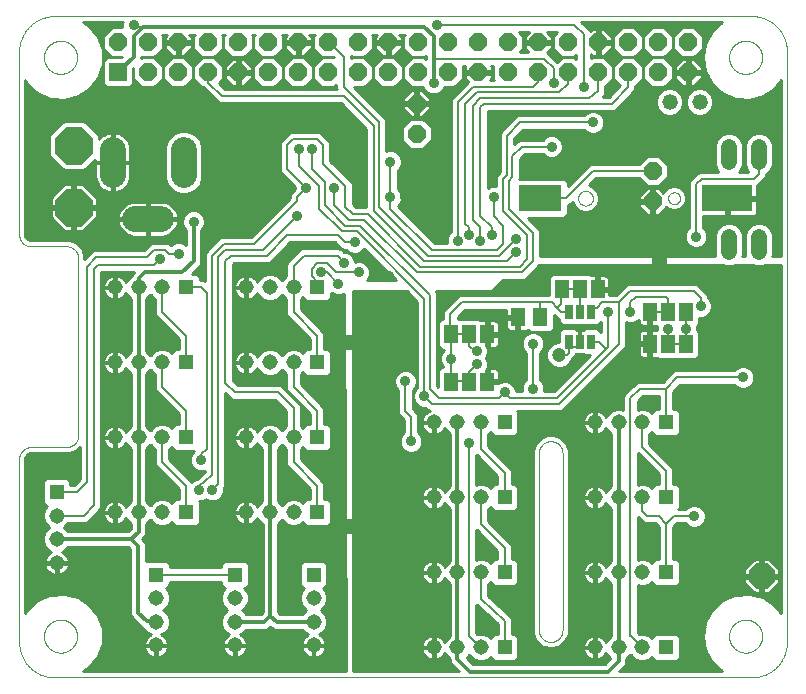
<source format=gbl>
G75*
%MOIN*%
%OFA0B0*%
%FSLAX25Y25*%
%IPPOS*%
%LPD*%
%AMOC8*
5,1,8,0,0,1.08239X$1,22.5*
%
%ADD10C,0.00000*%
%ADD11R,0.06000X0.06000*%
%ADD12OC8,0.06000*%
%ADD13C,0.05200*%
%ADD14C,0.08600*%
%ADD15C,0.05200*%
%ADD16OC8,0.08500*%
%ADD17OC8,0.12500*%
%ADD18R,0.04600X0.06300*%
%ADD19R,0.16929X0.09055*%
%ADD20R,0.14409X0.09055*%
%ADD21R,0.02500X0.05000*%
%ADD22R,0.05118X0.05906*%
%ADD23C,0.04724*%
%ADD24R,0.05150X0.05150*%
%ADD25C,0.05150*%
%ADD26C,0.03562*%
%ADD27C,0.00800*%
%ADD28C,0.01200*%
%ADD29C,0.00600*%
%ADD30C,0.01000*%
%ADD31C,0.05000*%
D10*
X0005500Y0014811D02*
X0005500Y0075835D01*
X0005502Y0075959D01*
X0005508Y0076082D01*
X0005517Y0076206D01*
X0005531Y0076328D01*
X0005548Y0076451D01*
X0005570Y0076573D01*
X0005595Y0076694D01*
X0005624Y0076814D01*
X0005656Y0076933D01*
X0005693Y0077052D01*
X0005733Y0077169D01*
X0005776Y0077284D01*
X0005824Y0077399D01*
X0005875Y0077511D01*
X0005929Y0077622D01*
X0005987Y0077732D01*
X0006048Y0077839D01*
X0006113Y0077945D01*
X0006181Y0078048D01*
X0006252Y0078149D01*
X0006326Y0078248D01*
X0006403Y0078345D01*
X0006484Y0078439D01*
X0006567Y0078530D01*
X0006653Y0078619D01*
X0006742Y0078705D01*
X0006833Y0078788D01*
X0006927Y0078869D01*
X0007024Y0078946D01*
X0007123Y0079020D01*
X0007224Y0079091D01*
X0007327Y0079159D01*
X0007433Y0079224D01*
X0007540Y0079285D01*
X0007650Y0079343D01*
X0007761Y0079397D01*
X0007873Y0079448D01*
X0007988Y0079496D01*
X0008103Y0079539D01*
X0008220Y0079579D01*
X0008339Y0079616D01*
X0008458Y0079648D01*
X0008578Y0079677D01*
X0008699Y0079702D01*
X0008821Y0079724D01*
X0008944Y0079741D01*
X0009066Y0079755D01*
X0009190Y0079764D01*
X0009313Y0079770D01*
X0009437Y0079772D01*
X0021248Y0079772D01*
X0021372Y0079774D01*
X0021495Y0079780D01*
X0021619Y0079789D01*
X0021741Y0079803D01*
X0021864Y0079820D01*
X0021986Y0079842D01*
X0022107Y0079867D01*
X0022227Y0079896D01*
X0022346Y0079928D01*
X0022465Y0079965D01*
X0022582Y0080005D01*
X0022697Y0080048D01*
X0022812Y0080096D01*
X0022924Y0080147D01*
X0023035Y0080201D01*
X0023145Y0080259D01*
X0023252Y0080320D01*
X0023358Y0080385D01*
X0023461Y0080453D01*
X0023562Y0080524D01*
X0023661Y0080598D01*
X0023758Y0080675D01*
X0023852Y0080756D01*
X0023943Y0080839D01*
X0024032Y0080925D01*
X0024118Y0081014D01*
X0024201Y0081105D01*
X0024282Y0081199D01*
X0024359Y0081296D01*
X0024433Y0081395D01*
X0024504Y0081496D01*
X0024572Y0081599D01*
X0024637Y0081705D01*
X0024698Y0081812D01*
X0024756Y0081922D01*
X0024810Y0082033D01*
X0024861Y0082145D01*
X0024909Y0082260D01*
X0024952Y0082375D01*
X0024992Y0082492D01*
X0025029Y0082611D01*
X0025061Y0082730D01*
X0025090Y0082850D01*
X0025115Y0082971D01*
X0025137Y0083093D01*
X0025154Y0083216D01*
X0025168Y0083338D01*
X0025177Y0083462D01*
X0025183Y0083585D01*
X0025185Y0083709D01*
X0025185Y0142764D01*
X0025183Y0142888D01*
X0025177Y0143011D01*
X0025168Y0143135D01*
X0025154Y0143257D01*
X0025137Y0143380D01*
X0025115Y0143502D01*
X0025090Y0143623D01*
X0025061Y0143743D01*
X0025029Y0143862D01*
X0024992Y0143981D01*
X0024952Y0144098D01*
X0024909Y0144213D01*
X0024861Y0144328D01*
X0024810Y0144440D01*
X0024756Y0144551D01*
X0024698Y0144661D01*
X0024637Y0144768D01*
X0024572Y0144874D01*
X0024504Y0144977D01*
X0024433Y0145078D01*
X0024359Y0145177D01*
X0024282Y0145274D01*
X0024201Y0145368D01*
X0024118Y0145459D01*
X0024032Y0145548D01*
X0023943Y0145634D01*
X0023852Y0145717D01*
X0023758Y0145798D01*
X0023661Y0145875D01*
X0023562Y0145949D01*
X0023461Y0146020D01*
X0023358Y0146088D01*
X0023252Y0146153D01*
X0023145Y0146214D01*
X0023035Y0146272D01*
X0022924Y0146326D01*
X0022812Y0146377D01*
X0022697Y0146425D01*
X0022582Y0146468D01*
X0022465Y0146508D01*
X0022346Y0146545D01*
X0022227Y0146577D01*
X0022107Y0146606D01*
X0021986Y0146631D01*
X0021864Y0146653D01*
X0021741Y0146670D01*
X0021619Y0146684D01*
X0021495Y0146693D01*
X0021372Y0146699D01*
X0021248Y0146701D01*
X0009437Y0146701D01*
X0009313Y0146703D01*
X0009190Y0146709D01*
X0009066Y0146718D01*
X0008944Y0146732D01*
X0008821Y0146749D01*
X0008699Y0146771D01*
X0008578Y0146796D01*
X0008458Y0146825D01*
X0008339Y0146857D01*
X0008220Y0146894D01*
X0008103Y0146934D01*
X0007988Y0146977D01*
X0007873Y0147025D01*
X0007761Y0147076D01*
X0007650Y0147130D01*
X0007540Y0147188D01*
X0007433Y0147249D01*
X0007327Y0147314D01*
X0007224Y0147382D01*
X0007123Y0147453D01*
X0007024Y0147527D01*
X0006927Y0147604D01*
X0006833Y0147685D01*
X0006742Y0147768D01*
X0006653Y0147854D01*
X0006567Y0147943D01*
X0006484Y0148034D01*
X0006403Y0148128D01*
X0006326Y0148225D01*
X0006252Y0148324D01*
X0006181Y0148425D01*
X0006113Y0148528D01*
X0006048Y0148634D01*
X0005987Y0148741D01*
X0005929Y0148851D01*
X0005875Y0148962D01*
X0005824Y0149074D01*
X0005776Y0149189D01*
X0005733Y0149304D01*
X0005693Y0149421D01*
X0005656Y0149540D01*
X0005624Y0149659D01*
X0005595Y0149779D01*
X0005570Y0149900D01*
X0005548Y0150022D01*
X0005531Y0150145D01*
X0005517Y0150267D01*
X0005508Y0150391D01*
X0005502Y0150514D01*
X0005500Y0150638D01*
X0005500Y0211661D01*
X0005503Y0211946D01*
X0005514Y0212232D01*
X0005531Y0212517D01*
X0005555Y0212801D01*
X0005586Y0213085D01*
X0005624Y0213368D01*
X0005669Y0213649D01*
X0005720Y0213930D01*
X0005778Y0214210D01*
X0005843Y0214488D01*
X0005915Y0214764D01*
X0005993Y0215038D01*
X0006078Y0215311D01*
X0006170Y0215581D01*
X0006268Y0215849D01*
X0006372Y0216115D01*
X0006483Y0216378D01*
X0006600Y0216638D01*
X0006723Y0216896D01*
X0006853Y0217150D01*
X0006989Y0217401D01*
X0007130Y0217649D01*
X0007278Y0217893D01*
X0007431Y0218134D01*
X0007591Y0218370D01*
X0007756Y0218603D01*
X0007926Y0218832D01*
X0008102Y0219057D01*
X0008284Y0219277D01*
X0008470Y0219493D01*
X0008662Y0219704D01*
X0008859Y0219911D01*
X0009061Y0220113D01*
X0009268Y0220310D01*
X0009479Y0220502D01*
X0009695Y0220688D01*
X0009915Y0220870D01*
X0010140Y0221046D01*
X0010369Y0221216D01*
X0010602Y0221381D01*
X0010838Y0221541D01*
X0011079Y0221694D01*
X0011323Y0221842D01*
X0011571Y0221983D01*
X0011822Y0222119D01*
X0012076Y0222249D01*
X0012334Y0222372D01*
X0012594Y0222489D01*
X0012857Y0222600D01*
X0013123Y0222704D01*
X0013391Y0222802D01*
X0013661Y0222894D01*
X0013934Y0222979D01*
X0014208Y0223057D01*
X0014484Y0223129D01*
X0014762Y0223194D01*
X0015042Y0223252D01*
X0015323Y0223303D01*
X0015604Y0223348D01*
X0015887Y0223386D01*
X0016171Y0223417D01*
X0016455Y0223441D01*
X0016740Y0223458D01*
X0017026Y0223469D01*
X0017311Y0223472D01*
X0249594Y0223472D01*
X0249879Y0223469D01*
X0250165Y0223458D01*
X0250450Y0223441D01*
X0250734Y0223417D01*
X0251018Y0223386D01*
X0251301Y0223348D01*
X0251582Y0223303D01*
X0251863Y0223252D01*
X0252143Y0223194D01*
X0252421Y0223129D01*
X0252697Y0223057D01*
X0252971Y0222979D01*
X0253244Y0222894D01*
X0253514Y0222802D01*
X0253782Y0222704D01*
X0254048Y0222600D01*
X0254311Y0222489D01*
X0254571Y0222372D01*
X0254829Y0222249D01*
X0255083Y0222119D01*
X0255334Y0221983D01*
X0255582Y0221842D01*
X0255826Y0221694D01*
X0256067Y0221541D01*
X0256303Y0221381D01*
X0256536Y0221216D01*
X0256765Y0221046D01*
X0256990Y0220870D01*
X0257210Y0220688D01*
X0257426Y0220502D01*
X0257637Y0220310D01*
X0257844Y0220113D01*
X0258046Y0219911D01*
X0258243Y0219704D01*
X0258435Y0219493D01*
X0258621Y0219277D01*
X0258803Y0219057D01*
X0258979Y0218832D01*
X0259149Y0218603D01*
X0259314Y0218370D01*
X0259474Y0218134D01*
X0259627Y0217893D01*
X0259775Y0217649D01*
X0259916Y0217401D01*
X0260052Y0217150D01*
X0260182Y0216896D01*
X0260305Y0216638D01*
X0260422Y0216378D01*
X0260533Y0216115D01*
X0260637Y0215849D01*
X0260735Y0215581D01*
X0260827Y0215311D01*
X0260912Y0215038D01*
X0260990Y0214764D01*
X0261062Y0214488D01*
X0261127Y0214210D01*
X0261185Y0213930D01*
X0261236Y0213649D01*
X0261281Y0213368D01*
X0261319Y0213085D01*
X0261350Y0212801D01*
X0261374Y0212517D01*
X0261391Y0212232D01*
X0261402Y0211946D01*
X0261405Y0211661D01*
X0261406Y0211661D02*
X0261406Y0014811D01*
X0261405Y0014811D02*
X0261402Y0014526D01*
X0261391Y0014240D01*
X0261374Y0013955D01*
X0261350Y0013671D01*
X0261319Y0013387D01*
X0261281Y0013104D01*
X0261236Y0012823D01*
X0261185Y0012542D01*
X0261127Y0012262D01*
X0261062Y0011984D01*
X0260990Y0011708D01*
X0260912Y0011434D01*
X0260827Y0011161D01*
X0260735Y0010891D01*
X0260637Y0010623D01*
X0260533Y0010357D01*
X0260422Y0010094D01*
X0260305Y0009834D01*
X0260182Y0009576D01*
X0260052Y0009322D01*
X0259916Y0009071D01*
X0259775Y0008823D01*
X0259627Y0008579D01*
X0259474Y0008338D01*
X0259314Y0008102D01*
X0259149Y0007869D01*
X0258979Y0007640D01*
X0258803Y0007415D01*
X0258621Y0007195D01*
X0258435Y0006979D01*
X0258243Y0006768D01*
X0258046Y0006561D01*
X0257844Y0006359D01*
X0257637Y0006162D01*
X0257426Y0005970D01*
X0257210Y0005784D01*
X0256990Y0005602D01*
X0256765Y0005426D01*
X0256536Y0005256D01*
X0256303Y0005091D01*
X0256067Y0004931D01*
X0255826Y0004778D01*
X0255582Y0004630D01*
X0255334Y0004489D01*
X0255083Y0004353D01*
X0254829Y0004223D01*
X0254571Y0004100D01*
X0254311Y0003983D01*
X0254048Y0003872D01*
X0253782Y0003768D01*
X0253514Y0003670D01*
X0253244Y0003578D01*
X0252971Y0003493D01*
X0252697Y0003415D01*
X0252421Y0003343D01*
X0252143Y0003278D01*
X0251863Y0003220D01*
X0251582Y0003169D01*
X0251301Y0003124D01*
X0251018Y0003086D01*
X0250734Y0003055D01*
X0250450Y0003031D01*
X0250165Y0003014D01*
X0249879Y0003003D01*
X0249594Y0003000D01*
X0017311Y0003000D01*
X0017026Y0003003D01*
X0016740Y0003014D01*
X0016455Y0003031D01*
X0016171Y0003055D01*
X0015887Y0003086D01*
X0015604Y0003124D01*
X0015323Y0003169D01*
X0015042Y0003220D01*
X0014762Y0003278D01*
X0014484Y0003343D01*
X0014208Y0003415D01*
X0013934Y0003493D01*
X0013661Y0003578D01*
X0013391Y0003670D01*
X0013123Y0003768D01*
X0012857Y0003872D01*
X0012594Y0003983D01*
X0012334Y0004100D01*
X0012076Y0004223D01*
X0011822Y0004353D01*
X0011571Y0004489D01*
X0011323Y0004630D01*
X0011079Y0004778D01*
X0010838Y0004931D01*
X0010602Y0005091D01*
X0010369Y0005256D01*
X0010140Y0005426D01*
X0009915Y0005602D01*
X0009695Y0005784D01*
X0009479Y0005970D01*
X0009268Y0006162D01*
X0009061Y0006359D01*
X0008859Y0006561D01*
X0008662Y0006768D01*
X0008470Y0006979D01*
X0008284Y0007195D01*
X0008102Y0007415D01*
X0007926Y0007640D01*
X0007756Y0007869D01*
X0007591Y0008102D01*
X0007431Y0008338D01*
X0007278Y0008579D01*
X0007130Y0008823D01*
X0006989Y0009071D01*
X0006853Y0009322D01*
X0006723Y0009576D01*
X0006600Y0009834D01*
X0006483Y0010094D01*
X0006372Y0010357D01*
X0006268Y0010623D01*
X0006170Y0010891D01*
X0006078Y0011161D01*
X0005993Y0011434D01*
X0005915Y0011708D01*
X0005843Y0011984D01*
X0005778Y0012262D01*
X0005720Y0012542D01*
X0005669Y0012823D01*
X0005624Y0013104D01*
X0005586Y0013387D01*
X0005555Y0013671D01*
X0005531Y0013955D01*
X0005514Y0014240D01*
X0005503Y0014526D01*
X0005500Y0014811D01*
X0013768Y0016780D02*
X0013770Y0016928D01*
X0013776Y0017076D01*
X0013786Y0017224D01*
X0013800Y0017371D01*
X0013818Y0017518D01*
X0013839Y0017664D01*
X0013865Y0017810D01*
X0013895Y0017955D01*
X0013928Y0018099D01*
X0013966Y0018242D01*
X0014007Y0018384D01*
X0014052Y0018525D01*
X0014100Y0018665D01*
X0014153Y0018804D01*
X0014209Y0018941D01*
X0014269Y0019076D01*
X0014332Y0019210D01*
X0014399Y0019342D01*
X0014470Y0019472D01*
X0014544Y0019600D01*
X0014621Y0019726D01*
X0014702Y0019850D01*
X0014786Y0019972D01*
X0014873Y0020091D01*
X0014964Y0020208D01*
X0015058Y0020323D01*
X0015154Y0020435D01*
X0015254Y0020545D01*
X0015356Y0020651D01*
X0015462Y0020755D01*
X0015570Y0020856D01*
X0015681Y0020954D01*
X0015794Y0021050D01*
X0015910Y0021142D01*
X0016028Y0021231D01*
X0016149Y0021316D01*
X0016272Y0021399D01*
X0016397Y0021478D01*
X0016524Y0021554D01*
X0016653Y0021626D01*
X0016784Y0021695D01*
X0016917Y0021760D01*
X0017052Y0021821D01*
X0017188Y0021879D01*
X0017325Y0021934D01*
X0017464Y0021984D01*
X0017605Y0022031D01*
X0017746Y0022074D01*
X0017889Y0022114D01*
X0018033Y0022149D01*
X0018177Y0022181D01*
X0018323Y0022208D01*
X0018469Y0022232D01*
X0018616Y0022252D01*
X0018763Y0022268D01*
X0018910Y0022280D01*
X0019058Y0022288D01*
X0019206Y0022292D01*
X0019354Y0022292D01*
X0019502Y0022288D01*
X0019650Y0022280D01*
X0019797Y0022268D01*
X0019944Y0022252D01*
X0020091Y0022232D01*
X0020237Y0022208D01*
X0020383Y0022181D01*
X0020527Y0022149D01*
X0020671Y0022114D01*
X0020814Y0022074D01*
X0020955Y0022031D01*
X0021096Y0021984D01*
X0021235Y0021934D01*
X0021372Y0021879D01*
X0021508Y0021821D01*
X0021643Y0021760D01*
X0021776Y0021695D01*
X0021907Y0021626D01*
X0022036Y0021554D01*
X0022163Y0021478D01*
X0022288Y0021399D01*
X0022411Y0021316D01*
X0022532Y0021231D01*
X0022650Y0021142D01*
X0022766Y0021050D01*
X0022879Y0020954D01*
X0022990Y0020856D01*
X0023098Y0020755D01*
X0023204Y0020651D01*
X0023306Y0020545D01*
X0023406Y0020435D01*
X0023502Y0020323D01*
X0023596Y0020208D01*
X0023687Y0020091D01*
X0023774Y0019972D01*
X0023858Y0019850D01*
X0023939Y0019726D01*
X0024016Y0019600D01*
X0024090Y0019472D01*
X0024161Y0019342D01*
X0024228Y0019210D01*
X0024291Y0019076D01*
X0024351Y0018941D01*
X0024407Y0018804D01*
X0024460Y0018665D01*
X0024508Y0018525D01*
X0024553Y0018384D01*
X0024594Y0018242D01*
X0024632Y0018099D01*
X0024665Y0017955D01*
X0024695Y0017810D01*
X0024721Y0017664D01*
X0024742Y0017518D01*
X0024760Y0017371D01*
X0024774Y0017224D01*
X0024784Y0017076D01*
X0024790Y0016928D01*
X0024792Y0016780D01*
X0024790Y0016632D01*
X0024784Y0016484D01*
X0024774Y0016336D01*
X0024760Y0016189D01*
X0024742Y0016042D01*
X0024721Y0015896D01*
X0024695Y0015750D01*
X0024665Y0015605D01*
X0024632Y0015461D01*
X0024594Y0015318D01*
X0024553Y0015176D01*
X0024508Y0015035D01*
X0024460Y0014895D01*
X0024407Y0014756D01*
X0024351Y0014619D01*
X0024291Y0014484D01*
X0024228Y0014350D01*
X0024161Y0014218D01*
X0024090Y0014088D01*
X0024016Y0013960D01*
X0023939Y0013834D01*
X0023858Y0013710D01*
X0023774Y0013588D01*
X0023687Y0013469D01*
X0023596Y0013352D01*
X0023502Y0013237D01*
X0023406Y0013125D01*
X0023306Y0013015D01*
X0023204Y0012909D01*
X0023098Y0012805D01*
X0022990Y0012704D01*
X0022879Y0012606D01*
X0022766Y0012510D01*
X0022650Y0012418D01*
X0022532Y0012329D01*
X0022411Y0012244D01*
X0022288Y0012161D01*
X0022163Y0012082D01*
X0022036Y0012006D01*
X0021907Y0011934D01*
X0021776Y0011865D01*
X0021643Y0011800D01*
X0021508Y0011739D01*
X0021372Y0011681D01*
X0021235Y0011626D01*
X0021096Y0011576D01*
X0020955Y0011529D01*
X0020814Y0011486D01*
X0020671Y0011446D01*
X0020527Y0011411D01*
X0020383Y0011379D01*
X0020237Y0011352D01*
X0020091Y0011328D01*
X0019944Y0011308D01*
X0019797Y0011292D01*
X0019650Y0011280D01*
X0019502Y0011272D01*
X0019354Y0011268D01*
X0019206Y0011268D01*
X0019058Y0011272D01*
X0018910Y0011280D01*
X0018763Y0011292D01*
X0018616Y0011308D01*
X0018469Y0011328D01*
X0018323Y0011352D01*
X0018177Y0011379D01*
X0018033Y0011411D01*
X0017889Y0011446D01*
X0017746Y0011486D01*
X0017605Y0011529D01*
X0017464Y0011576D01*
X0017325Y0011626D01*
X0017188Y0011681D01*
X0017052Y0011739D01*
X0016917Y0011800D01*
X0016784Y0011865D01*
X0016653Y0011934D01*
X0016524Y0012006D01*
X0016397Y0012082D01*
X0016272Y0012161D01*
X0016149Y0012244D01*
X0016028Y0012329D01*
X0015910Y0012418D01*
X0015794Y0012510D01*
X0015681Y0012606D01*
X0015570Y0012704D01*
X0015462Y0012805D01*
X0015356Y0012909D01*
X0015254Y0013015D01*
X0015154Y0013125D01*
X0015058Y0013237D01*
X0014964Y0013352D01*
X0014873Y0013469D01*
X0014786Y0013588D01*
X0014702Y0013710D01*
X0014621Y0013834D01*
X0014544Y0013960D01*
X0014470Y0014088D01*
X0014399Y0014218D01*
X0014332Y0014350D01*
X0014269Y0014484D01*
X0014209Y0014619D01*
X0014153Y0014756D01*
X0014100Y0014895D01*
X0014052Y0015035D01*
X0014007Y0015176D01*
X0013966Y0015318D01*
X0013928Y0015461D01*
X0013895Y0015605D01*
X0013865Y0015750D01*
X0013839Y0015896D01*
X0013818Y0016042D01*
X0013800Y0016189D01*
X0013786Y0016336D01*
X0013776Y0016484D01*
X0013770Y0016632D01*
X0013768Y0016780D01*
X0178728Y0018787D02*
X0178728Y0077803D01*
X0178730Y0077927D01*
X0178736Y0078050D01*
X0178745Y0078174D01*
X0178759Y0078296D01*
X0178776Y0078419D01*
X0178798Y0078541D01*
X0178823Y0078662D01*
X0178852Y0078782D01*
X0178884Y0078901D01*
X0178921Y0079020D01*
X0178961Y0079137D01*
X0179004Y0079252D01*
X0179052Y0079367D01*
X0179103Y0079479D01*
X0179157Y0079590D01*
X0179215Y0079700D01*
X0179276Y0079807D01*
X0179341Y0079913D01*
X0179409Y0080016D01*
X0179480Y0080117D01*
X0179554Y0080216D01*
X0179631Y0080313D01*
X0179712Y0080407D01*
X0179795Y0080498D01*
X0179881Y0080587D01*
X0179970Y0080673D01*
X0180061Y0080756D01*
X0180155Y0080837D01*
X0180252Y0080914D01*
X0180351Y0080988D01*
X0180452Y0081059D01*
X0180555Y0081127D01*
X0180661Y0081192D01*
X0180768Y0081253D01*
X0180878Y0081311D01*
X0180989Y0081365D01*
X0181101Y0081416D01*
X0181216Y0081464D01*
X0181331Y0081507D01*
X0181448Y0081547D01*
X0181567Y0081584D01*
X0181686Y0081616D01*
X0181806Y0081645D01*
X0181927Y0081670D01*
X0182049Y0081692D01*
X0182172Y0081709D01*
X0182294Y0081723D01*
X0182418Y0081732D01*
X0182541Y0081738D01*
X0182665Y0081740D01*
X0182789Y0081738D01*
X0182912Y0081732D01*
X0183036Y0081723D01*
X0183158Y0081709D01*
X0183281Y0081692D01*
X0183403Y0081670D01*
X0183524Y0081645D01*
X0183644Y0081616D01*
X0183763Y0081584D01*
X0183882Y0081547D01*
X0183999Y0081507D01*
X0184114Y0081464D01*
X0184229Y0081416D01*
X0184341Y0081365D01*
X0184452Y0081311D01*
X0184562Y0081253D01*
X0184669Y0081192D01*
X0184775Y0081127D01*
X0184878Y0081059D01*
X0184979Y0080988D01*
X0185078Y0080914D01*
X0185175Y0080837D01*
X0185269Y0080756D01*
X0185360Y0080673D01*
X0185449Y0080587D01*
X0185535Y0080498D01*
X0185618Y0080407D01*
X0185699Y0080313D01*
X0185776Y0080216D01*
X0185850Y0080117D01*
X0185921Y0080016D01*
X0185989Y0079913D01*
X0186054Y0079807D01*
X0186115Y0079700D01*
X0186173Y0079590D01*
X0186227Y0079479D01*
X0186278Y0079367D01*
X0186326Y0079252D01*
X0186369Y0079137D01*
X0186409Y0079020D01*
X0186446Y0078901D01*
X0186478Y0078782D01*
X0186507Y0078662D01*
X0186532Y0078541D01*
X0186554Y0078419D01*
X0186571Y0078296D01*
X0186585Y0078174D01*
X0186594Y0078050D01*
X0186600Y0077927D01*
X0186602Y0077803D01*
X0186602Y0018787D01*
X0186600Y0018663D01*
X0186594Y0018540D01*
X0186585Y0018416D01*
X0186571Y0018294D01*
X0186554Y0018171D01*
X0186532Y0018049D01*
X0186507Y0017928D01*
X0186478Y0017808D01*
X0186446Y0017689D01*
X0186409Y0017570D01*
X0186369Y0017453D01*
X0186326Y0017338D01*
X0186278Y0017223D01*
X0186227Y0017111D01*
X0186173Y0017000D01*
X0186115Y0016890D01*
X0186054Y0016783D01*
X0185989Y0016677D01*
X0185921Y0016574D01*
X0185850Y0016473D01*
X0185776Y0016374D01*
X0185699Y0016277D01*
X0185618Y0016183D01*
X0185535Y0016092D01*
X0185449Y0016003D01*
X0185360Y0015917D01*
X0185269Y0015834D01*
X0185175Y0015753D01*
X0185078Y0015676D01*
X0184979Y0015602D01*
X0184878Y0015531D01*
X0184775Y0015463D01*
X0184669Y0015398D01*
X0184562Y0015337D01*
X0184452Y0015279D01*
X0184341Y0015225D01*
X0184229Y0015174D01*
X0184114Y0015126D01*
X0183999Y0015083D01*
X0183882Y0015043D01*
X0183763Y0015006D01*
X0183644Y0014974D01*
X0183524Y0014945D01*
X0183403Y0014920D01*
X0183281Y0014898D01*
X0183158Y0014881D01*
X0183036Y0014867D01*
X0182912Y0014858D01*
X0182789Y0014852D01*
X0182665Y0014850D01*
X0182541Y0014852D01*
X0182418Y0014858D01*
X0182294Y0014867D01*
X0182172Y0014881D01*
X0182049Y0014898D01*
X0181927Y0014920D01*
X0181806Y0014945D01*
X0181686Y0014974D01*
X0181567Y0015006D01*
X0181448Y0015043D01*
X0181331Y0015083D01*
X0181216Y0015126D01*
X0181101Y0015174D01*
X0180989Y0015225D01*
X0180878Y0015279D01*
X0180768Y0015337D01*
X0180661Y0015398D01*
X0180555Y0015463D01*
X0180452Y0015531D01*
X0180351Y0015602D01*
X0180252Y0015676D01*
X0180155Y0015753D01*
X0180061Y0015834D01*
X0179970Y0015917D01*
X0179881Y0016003D01*
X0179795Y0016092D01*
X0179712Y0016183D01*
X0179631Y0016277D01*
X0179554Y0016374D01*
X0179480Y0016473D01*
X0179409Y0016574D01*
X0179341Y0016677D01*
X0179276Y0016783D01*
X0179215Y0016890D01*
X0179157Y0017000D01*
X0179103Y0017111D01*
X0179052Y0017223D01*
X0179004Y0017338D01*
X0178961Y0017453D01*
X0178921Y0017570D01*
X0178884Y0017689D01*
X0178852Y0017808D01*
X0178823Y0017928D01*
X0178798Y0018049D01*
X0178776Y0018171D01*
X0178759Y0018294D01*
X0178745Y0018416D01*
X0178736Y0018540D01*
X0178730Y0018663D01*
X0178728Y0018787D01*
X0242114Y0016780D02*
X0242116Y0016928D01*
X0242122Y0017076D01*
X0242132Y0017224D01*
X0242146Y0017371D01*
X0242164Y0017518D01*
X0242185Y0017664D01*
X0242211Y0017810D01*
X0242241Y0017955D01*
X0242274Y0018099D01*
X0242312Y0018242D01*
X0242353Y0018384D01*
X0242398Y0018525D01*
X0242446Y0018665D01*
X0242499Y0018804D01*
X0242555Y0018941D01*
X0242615Y0019076D01*
X0242678Y0019210D01*
X0242745Y0019342D01*
X0242816Y0019472D01*
X0242890Y0019600D01*
X0242967Y0019726D01*
X0243048Y0019850D01*
X0243132Y0019972D01*
X0243219Y0020091D01*
X0243310Y0020208D01*
X0243404Y0020323D01*
X0243500Y0020435D01*
X0243600Y0020545D01*
X0243702Y0020651D01*
X0243808Y0020755D01*
X0243916Y0020856D01*
X0244027Y0020954D01*
X0244140Y0021050D01*
X0244256Y0021142D01*
X0244374Y0021231D01*
X0244495Y0021316D01*
X0244618Y0021399D01*
X0244743Y0021478D01*
X0244870Y0021554D01*
X0244999Y0021626D01*
X0245130Y0021695D01*
X0245263Y0021760D01*
X0245398Y0021821D01*
X0245534Y0021879D01*
X0245671Y0021934D01*
X0245810Y0021984D01*
X0245951Y0022031D01*
X0246092Y0022074D01*
X0246235Y0022114D01*
X0246379Y0022149D01*
X0246523Y0022181D01*
X0246669Y0022208D01*
X0246815Y0022232D01*
X0246962Y0022252D01*
X0247109Y0022268D01*
X0247256Y0022280D01*
X0247404Y0022288D01*
X0247552Y0022292D01*
X0247700Y0022292D01*
X0247848Y0022288D01*
X0247996Y0022280D01*
X0248143Y0022268D01*
X0248290Y0022252D01*
X0248437Y0022232D01*
X0248583Y0022208D01*
X0248729Y0022181D01*
X0248873Y0022149D01*
X0249017Y0022114D01*
X0249160Y0022074D01*
X0249301Y0022031D01*
X0249442Y0021984D01*
X0249581Y0021934D01*
X0249718Y0021879D01*
X0249854Y0021821D01*
X0249989Y0021760D01*
X0250122Y0021695D01*
X0250253Y0021626D01*
X0250382Y0021554D01*
X0250509Y0021478D01*
X0250634Y0021399D01*
X0250757Y0021316D01*
X0250878Y0021231D01*
X0250996Y0021142D01*
X0251112Y0021050D01*
X0251225Y0020954D01*
X0251336Y0020856D01*
X0251444Y0020755D01*
X0251550Y0020651D01*
X0251652Y0020545D01*
X0251752Y0020435D01*
X0251848Y0020323D01*
X0251942Y0020208D01*
X0252033Y0020091D01*
X0252120Y0019972D01*
X0252204Y0019850D01*
X0252285Y0019726D01*
X0252362Y0019600D01*
X0252436Y0019472D01*
X0252507Y0019342D01*
X0252574Y0019210D01*
X0252637Y0019076D01*
X0252697Y0018941D01*
X0252753Y0018804D01*
X0252806Y0018665D01*
X0252854Y0018525D01*
X0252899Y0018384D01*
X0252940Y0018242D01*
X0252978Y0018099D01*
X0253011Y0017955D01*
X0253041Y0017810D01*
X0253067Y0017664D01*
X0253088Y0017518D01*
X0253106Y0017371D01*
X0253120Y0017224D01*
X0253130Y0017076D01*
X0253136Y0016928D01*
X0253138Y0016780D01*
X0253136Y0016632D01*
X0253130Y0016484D01*
X0253120Y0016336D01*
X0253106Y0016189D01*
X0253088Y0016042D01*
X0253067Y0015896D01*
X0253041Y0015750D01*
X0253011Y0015605D01*
X0252978Y0015461D01*
X0252940Y0015318D01*
X0252899Y0015176D01*
X0252854Y0015035D01*
X0252806Y0014895D01*
X0252753Y0014756D01*
X0252697Y0014619D01*
X0252637Y0014484D01*
X0252574Y0014350D01*
X0252507Y0014218D01*
X0252436Y0014088D01*
X0252362Y0013960D01*
X0252285Y0013834D01*
X0252204Y0013710D01*
X0252120Y0013588D01*
X0252033Y0013469D01*
X0251942Y0013352D01*
X0251848Y0013237D01*
X0251752Y0013125D01*
X0251652Y0013015D01*
X0251550Y0012909D01*
X0251444Y0012805D01*
X0251336Y0012704D01*
X0251225Y0012606D01*
X0251112Y0012510D01*
X0250996Y0012418D01*
X0250878Y0012329D01*
X0250757Y0012244D01*
X0250634Y0012161D01*
X0250509Y0012082D01*
X0250382Y0012006D01*
X0250253Y0011934D01*
X0250122Y0011865D01*
X0249989Y0011800D01*
X0249854Y0011739D01*
X0249718Y0011681D01*
X0249581Y0011626D01*
X0249442Y0011576D01*
X0249301Y0011529D01*
X0249160Y0011486D01*
X0249017Y0011446D01*
X0248873Y0011411D01*
X0248729Y0011379D01*
X0248583Y0011352D01*
X0248437Y0011328D01*
X0248290Y0011308D01*
X0248143Y0011292D01*
X0247996Y0011280D01*
X0247848Y0011272D01*
X0247700Y0011268D01*
X0247552Y0011268D01*
X0247404Y0011272D01*
X0247256Y0011280D01*
X0247109Y0011292D01*
X0246962Y0011308D01*
X0246815Y0011328D01*
X0246669Y0011352D01*
X0246523Y0011379D01*
X0246379Y0011411D01*
X0246235Y0011446D01*
X0246092Y0011486D01*
X0245951Y0011529D01*
X0245810Y0011576D01*
X0245671Y0011626D01*
X0245534Y0011681D01*
X0245398Y0011739D01*
X0245263Y0011800D01*
X0245130Y0011865D01*
X0244999Y0011934D01*
X0244870Y0012006D01*
X0244743Y0012082D01*
X0244618Y0012161D01*
X0244495Y0012244D01*
X0244374Y0012329D01*
X0244256Y0012418D01*
X0244140Y0012510D01*
X0244027Y0012606D01*
X0243916Y0012704D01*
X0243808Y0012805D01*
X0243702Y0012909D01*
X0243600Y0013015D01*
X0243500Y0013125D01*
X0243404Y0013237D01*
X0243310Y0013352D01*
X0243219Y0013469D01*
X0243132Y0013588D01*
X0243048Y0013710D01*
X0242967Y0013834D01*
X0242890Y0013960D01*
X0242816Y0014088D01*
X0242745Y0014218D01*
X0242678Y0014350D01*
X0242615Y0014484D01*
X0242555Y0014619D01*
X0242499Y0014756D01*
X0242446Y0014895D01*
X0242398Y0015035D01*
X0242353Y0015176D01*
X0242312Y0015318D01*
X0242274Y0015461D01*
X0242241Y0015605D01*
X0242211Y0015750D01*
X0242185Y0015896D01*
X0242164Y0016042D01*
X0242146Y0016189D01*
X0242132Y0016336D01*
X0242122Y0016484D01*
X0242116Y0016632D01*
X0242114Y0016780D01*
X0221828Y0162754D02*
X0221830Y0162842D01*
X0221836Y0162930D01*
X0221846Y0163018D01*
X0221860Y0163106D01*
X0221877Y0163192D01*
X0221899Y0163278D01*
X0221924Y0163362D01*
X0221954Y0163446D01*
X0221986Y0163528D01*
X0222023Y0163608D01*
X0222063Y0163687D01*
X0222107Y0163764D01*
X0222154Y0163839D01*
X0222204Y0163911D01*
X0222258Y0163982D01*
X0222314Y0164049D01*
X0222374Y0164115D01*
X0222436Y0164177D01*
X0222502Y0164237D01*
X0222569Y0164293D01*
X0222640Y0164347D01*
X0222712Y0164397D01*
X0222787Y0164444D01*
X0222864Y0164488D01*
X0222943Y0164528D01*
X0223023Y0164565D01*
X0223105Y0164597D01*
X0223189Y0164627D01*
X0223273Y0164652D01*
X0223359Y0164674D01*
X0223445Y0164691D01*
X0223533Y0164705D01*
X0223621Y0164715D01*
X0223709Y0164721D01*
X0223797Y0164723D01*
X0223885Y0164721D01*
X0223973Y0164715D01*
X0224061Y0164705D01*
X0224149Y0164691D01*
X0224235Y0164674D01*
X0224321Y0164652D01*
X0224405Y0164627D01*
X0224489Y0164597D01*
X0224571Y0164565D01*
X0224651Y0164528D01*
X0224730Y0164488D01*
X0224807Y0164444D01*
X0224882Y0164397D01*
X0224954Y0164347D01*
X0225025Y0164293D01*
X0225092Y0164237D01*
X0225158Y0164177D01*
X0225220Y0164115D01*
X0225280Y0164049D01*
X0225336Y0163982D01*
X0225390Y0163911D01*
X0225440Y0163839D01*
X0225487Y0163764D01*
X0225531Y0163687D01*
X0225571Y0163608D01*
X0225608Y0163528D01*
X0225640Y0163446D01*
X0225670Y0163362D01*
X0225695Y0163278D01*
X0225717Y0163192D01*
X0225734Y0163106D01*
X0225748Y0163018D01*
X0225758Y0162930D01*
X0225764Y0162842D01*
X0225766Y0162754D01*
X0225764Y0162666D01*
X0225758Y0162578D01*
X0225748Y0162490D01*
X0225734Y0162402D01*
X0225717Y0162316D01*
X0225695Y0162230D01*
X0225670Y0162146D01*
X0225640Y0162062D01*
X0225608Y0161980D01*
X0225571Y0161900D01*
X0225531Y0161821D01*
X0225487Y0161744D01*
X0225440Y0161669D01*
X0225390Y0161597D01*
X0225336Y0161526D01*
X0225280Y0161459D01*
X0225220Y0161393D01*
X0225158Y0161331D01*
X0225092Y0161271D01*
X0225025Y0161215D01*
X0224954Y0161161D01*
X0224882Y0161111D01*
X0224807Y0161064D01*
X0224730Y0161020D01*
X0224651Y0160980D01*
X0224571Y0160943D01*
X0224489Y0160911D01*
X0224405Y0160881D01*
X0224321Y0160856D01*
X0224235Y0160834D01*
X0224149Y0160817D01*
X0224061Y0160803D01*
X0223973Y0160793D01*
X0223885Y0160787D01*
X0223797Y0160785D01*
X0223709Y0160787D01*
X0223621Y0160793D01*
X0223533Y0160803D01*
X0223445Y0160817D01*
X0223359Y0160834D01*
X0223273Y0160856D01*
X0223189Y0160881D01*
X0223105Y0160911D01*
X0223023Y0160943D01*
X0222943Y0160980D01*
X0222864Y0161020D01*
X0222787Y0161064D01*
X0222712Y0161111D01*
X0222640Y0161161D01*
X0222569Y0161215D01*
X0222502Y0161271D01*
X0222436Y0161331D01*
X0222374Y0161393D01*
X0222314Y0161459D01*
X0222258Y0161526D01*
X0222204Y0161597D01*
X0222154Y0161669D01*
X0222107Y0161744D01*
X0222063Y0161821D01*
X0222023Y0161900D01*
X0221986Y0161980D01*
X0221954Y0162062D01*
X0221924Y0162146D01*
X0221899Y0162230D01*
X0221877Y0162316D01*
X0221860Y0162402D01*
X0221846Y0162490D01*
X0221836Y0162578D01*
X0221830Y0162666D01*
X0221828Y0162754D01*
X0191809Y0162754D02*
X0191811Y0162853D01*
X0191817Y0162952D01*
X0191827Y0163051D01*
X0191841Y0163149D01*
X0191859Y0163246D01*
X0191881Y0163343D01*
X0191906Y0163439D01*
X0191936Y0163533D01*
X0191969Y0163627D01*
X0192006Y0163719D01*
X0192047Y0163809D01*
X0192091Y0163898D01*
X0192139Y0163984D01*
X0192190Y0164069D01*
X0192245Y0164152D01*
X0192303Y0164232D01*
X0192364Y0164310D01*
X0192428Y0164386D01*
X0192495Y0164459D01*
X0192565Y0164529D01*
X0192638Y0164596D01*
X0192714Y0164660D01*
X0192792Y0164721D01*
X0192872Y0164779D01*
X0192955Y0164834D01*
X0193039Y0164885D01*
X0193126Y0164933D01*
X0193215Y0164977D01*
X0193305Y0165018D01*
X0193397Y0165055D01*
X0193491Y0165088D01*
X0193585Y0165118D01*
X0193681Y0165143D01*
X0193778Y0165165D01*
X0193875Y0165183D01*
X0193973Y0165197D01*
X0194072Y0165207D01*
X0194171Y0165213D01*
X0194270Y0165215D01*
X0194369Y0165213D01*
X0194468Y0165207D01*
X0194567Y0165197D01*
X0194665Y0165183D01*
X0194762Y0165165D01*
X0194859Y0165143D01*
X0194955Y0165118D01*
X0195049Y0165088D01*
X0195143Y0165055D01*
X0195235Y0165018D01*
X0195325Y0164977D01*
X0195414Y0164933D01*
X0195500Y0164885D01*
X0195585Y0164834D01*
X0195668Y0164779D01*
X0195748Y0164721D01*
X0195826Y0164660D01*
X0195902Y0164596D01*
X0195975Y0164529D01*
X0196045Y0164459D01*
X0196112Y0164386D01*
X0196176Y0164310D01*
X0196237Y0164232D01*
X0196295Y0164152D01*
X0196350Y0164069D01*
X0196401Y0163985D01*
X0196449Y0163898D01*
X0196493Y0163809D01*
X0196534Y0163719D01*
X0196571Y0163627D01*
X0196604Y0163533D01*
X0196634Y0163439D01*
X0196659Y0163343D01*
X0196681Y0163246D01*
X0196699Y0163149D01*
X0196713Y0163051D01*
X0196723Y0162952D01*
X0196729Y0162853D01*
X0196731Y0162754D01*
X0196729Y0162655D01*
X0196723Y0162556D01*
X0196713Y0162457D01*
X0196699Y0162359D01*
X0196681Y0162262D01*
X0196659Y0162165D01*
X0196634Y0162069D01*
X0196604Y0161975D01*
X0196571Y0161881D01*
X0196534Y0161789D01*
X0196493Y0161699D01*
X0196449Y0161610D01*
X0196401Y0161524D01*
X0196350Y0161439D01*
X0196295Y0161356D01*
X0196237Y0161276D01*
X0196176Y0161198D01*
X0196112Y0161122D01*
X0196045Y0161049D01*
X0195975Y0160979D01*
X0195902Y0160912D01*
X0195826Y0160848D01*
X0195748Y0160787D01*
X0195668Y0160729D01*
X0195585Y0160674D01*
X0195501Y0160623D01*
X0195414Y0160575D01*
X0195325Y0160531D01*
X0195235Y0160490D01*
X0195143Y0160453D01*
X0195049Y0160420D01*
X0194955Y0160390D01*
X0194859Y0160365D01*
X0194762Y0160343D01*
X0194665Y0160325D01*
X0194567Y0160311D01*
X0194468Y0160301D01*
X0194369Y0160295D01*
X0194270Y0160293D01*
X0194171Y0160295D01*
X0194072Y0160301D01*
X0193973Y0160311D01*
X0193875Y0160325D01*
X0193778Y0160343D01*
X0193681Y0160365D01*
X0193585Y0160390D01*
X0193491Y0160420D01*
X0193397Y0160453D01*
X0193305Y0160490D01*
X0193215Y0160531D01*
X0193126Y0160575D01*
X0193040Y0160623D01*
X0192955Y0160674D01*
X0192872Y0160729D01*
X0192792Y0160787D01*
X0192714Y0160848D01*
X0192638Y0160912D01*
X0192565Y0160979D01*
X0192495Y0161049D01*
X0192428Y0161122D01*
X0192364Y0161198D01*
X0192303Y0161276D01*
X0192245Y0161356D01*
X0192190Y0161439D01*
X0192139Y0161523D01*
X0192091Y0161610D01*
X0192047Y0161699D01*
X0192006Y0161789D01*
X0191969Y0161881D01*
X0191936Y0161975D01*
X0191906Y0162069D01*
X0191881Y0162165D01*
X0191859Y0162262D01*
X0191841Y0162359D01*
X0191827Y0162457D01*
X0191817Y0162556D01*
X0191811Y0162655D01*
X0191809Y0162754D01*
X0242114Y0209693D02*
X0242116Y0209841D01*
X0242122Y0209989D01*
X0242132Y0210137D01*
X0242146Y0210284D01*
X0242164Y0210431D01*
X0242185Y0210577D01*
X0242211Y0210723D01*
X0242241Y0210868D01*
X0242274Y0211012D01*
X0242312Y0211155D01*
X0242353Y0211297D01*
X0242398Y0211438D01*
X0242446Y0211578D01*
X0242499Y0211717D01*
X0242555Y0211854D01*
X0242615Y0211989D01*
X0242678Y0212123D01*
X0242745Y0212255D01*
X0242816Y0212385D01*
X0242890Y0212513D01*
X0242967Y0212639D01*
X0243048Y0212763D01*
X0243132Y0212885D01*
X0243219Y0213004D01*
X0243310Y0213121D01*
X0243404Y0213236D01*
X0243500Y0213348D01*
X0243600Y0213458D01*
X0243702Y0213564D01*
X0243808Y0213668D01*
X0243916Y0213769D01*
X0244027Y0213867D01*
X0244140Y0213963D01*
X0244256Y0214055D01*
X0244374Y0214144D01*
X0244495Y0214229D01*
X0244618Y0214312D01*
X0244743Y0214391D01*
X0244870Y0214467D01*
X0244999Y0214539D01*
X0245130Y0214608D01*
X0245263Y0214673D01*
X0245398Y0214734D01*
X0245534Y0214792D01*
X0245671Y0214847D01*
X0245810Y0214897D01*
X0245951Y0214944D01*
X0246092Y0214987D01*
X0246235Y0215027D01*
X0246379Y0215062D01*
X0246523Y0215094D01*
X0246669Y0215121D01*
X0246815Y0215145D01*
X0246962Y0215165D01*
X0247109Y0215181D01*
X0247256Y0215193D01*
X0247404Y0215201D01*
X0247552Y0215205D01*
X0247700Y0215205D01*
X0247848Y0215201D01*
X0247996Y0215193D01*
X0248143Y0215181D01*
X0248290Y0215165D01*
X0248437Y0215145D01*
X0248583Y0215121D01*
X0248729Y0215094D01*
X0248873Y0215062D01*
X0249017Y0215027D01*
X0249160Y0214987D01*
X0249301Y0214944D01*
X0249442Y0214897D01*
X0249581Y0214847D01*
X0249718Y0214792D01*
X0249854Y0214734D01*
X0249989Y0214673D01*
X0250122Y0214608D01*
X0250253Y0214539D01*
X0250382Y0214467D01*
X0250509Y0214391D01*
X0250634Y0214312D01*
X0250757Y0214229D01*
X0250878Y0214144D01*
X0250996Y0214055D01*
X0251112Y0213963D01*
X0251225Y0213867D01*
X0251336Y0213769D01*
X0251444Y0213668D01*
X0251550Y0213564D01*
X0251652Y0213458D01*
X0251752Y0213348D01*
X0251848Y0213236D01*
X0251942Y0213121D01*
X0252033Y0213004D01*
X0252120Y0212885D01*
X0252204Y0212763D01*
X0252285Y0212639D01*
X0252362Y0212513D01*
X0252436Y0212385D01*
X0252507Y0212255D01*
X0252574Y0212123D01*
X0252637Y0211989D01*
X0252697Y0211854D01*
X0252753Y0211717D01*
X0252806Y0211578D01*
X0252854Y0211438D01*
X0252899Y0211297D01*
X0252940Y0211155D01*
X0252978Y0211012D01*
X0253011Y0210868D01*
X0253041Y0210723D01*
X0253067Y0210577D01*
X0253088Y0210431D01*
X0253106Y0210284D01*
X0253120Y0210137D01*
X0253130Y0209989D01*
X0253136Y0209841D01*
X0253138Y0209693D01*
X0253136Y0209545D01*
X0253130Y0209397D01*
X0253120Y0209249D01*
X0253106Y0209102D01*
X0253088Y0208955D01*
X0253067Y0208809D01*
X0253041Y0208663D01*
X0253011Y0208518D01*
X0252978Y0208374D01*
X0252940Y0208231D01*
X0252899Y0208089D01*
X0252854Y0207948D01*
X0252806Y0207808D01*
X0252753Y0207669D01*
X0252697Y0207532D01*
X0252637Y0207397D01*
X0252574Y0207263D01*
X0252507Y0207131D01*
X0252436Y0207001D01*
X0252362Y0206873D01*
X0252285Y0206747D01*
X0252204Y0206623D01*
X0252120Y0206501D01*
X0252033Y0206382D01*
X0251942Y0206265D01*
X0251848Y0206150D01*
X0251752Y0206038D01*
X0251652Y0205928D01*
X0251550Y0205822D01*
X0251444Y0205718D01*
X0251336Y0205617D01*
X0251225Y0205519D01*
X0251112Y0205423D01*
X0250996Y0205331D01*
X0250878Y0205242D01*
X0250757Y0205157D01*
X0250634Y0205074D01*
X0250509Y0204995D01*
X0250382Y0204919D01*
X0250253Y0204847D01*
X0250122Y0204778D01*
X0249989Y0204713D01*
X0249854Y0204652D01*
X0249718Y0204594D01*
X0249581Y0204539D01*
X0249442Y0204489D01*
X0249301Y0204442D01*
X0249160Y0204399D01*
X0249017Y0204359D01*
X0248873Y0204324D01*
X0248729Y0204292D01*
X0248583Y0204265D01*
X0248437Y0204241D01*
X0248290Y0204221D01*
X0248143Y0204205D01*
X0247996Y0204193D01*
X0247848Y0204185D01*
X0247700Y0204181D01*
X0247552Y0204181D01*
X0247404Y0204185D01*
X0247256Y0204193D01*
X0247109Y0204205D01*
X0246962Y0204221D01*
X0246815Y0204241D01*
X0246669Y0204265D01*
X0246523Y0204292D01*
X0246379Y0204324D01*
X0246235Y0204359D01*
X0246092Y0204399D01*
X0245951Y0204442D01*
X0245810Y0204489D01*
X0245671Y0204539D01*
X0245534Y0204594D01*
X0245398Y0204652D01*
X0245263Y0204713D01*
X0245130Y0204778D01*
X0244999Y0204847D01*
X0244870Y0204919D01*
X0244743Y0204995D01*
X0244618Y0205074D01*
X0244495Y0205157D01*
X0244374Y0205242D01*
X0244256Y0205331D01*
X0244140Y0205423D01*
X0244027Y0205519D01*
X0243916Y0205617D01*
X0243808Y0205718D01*
X0243702Y0205822D01*
X0243600Y0205928D01*
X0243500Y0206038D01*
X0243404Y0206150D01*
X0243310Y0206265D01*
X0243219Y0206382D01*
X0243132Y0206501D01*
X0243048Y0206623D01*
X0242967Y0206747D01*
X0242890Y0206873D01*
X0242816Y0207001D01*
X0242745Y0207131D01*
X0242678Y0207263D01*
X0242615Y0207397D01*
X0242555Y0207532D01*
X0242499Y0207669D01*
X0242446Y0207808D01*
X0242398Y0207948D01*
X0242353Y0208089D01*
X0242312Y0208231D01*
X0242274Y0208374D01*
X0242241Y0208518D01*
X0242211Y0208663D01*
X0242185Y0208809D01*
X0242164Y0208955D01*
X0242146Y0209102D01*
X0242132Y0209249D01*
X0242122Y0209397D01*
X0242116Y0209545D01*
X0242114Y0209693D01*
X0013768Y0209693D02*
X0013770Y0209841D01*
X0013776Y0209989D01*
X0013786Y0210137D01*
X0013800Y0210284D01*
X0013818Y0210431D01*
X0013839Y0210577D01*
X0013865Y0210723D01*
X0013895Y0210868D01*
X0013928Y0211012D01*
X0013966Y0211155D01*
X0014007Y0211297D01*
X0014052Y0211438D01*
X0014100Y0211578D01*
X0014153Y0211717D01*
X0014209Y0211854D01*
X0014269Y0211989D01*
X0014332Y0212123D01*
X0014399Y0212255D01*
X0014470Y0212385D01*
X0014544Y0212513D01*
X0014621Y0212639D01*
X0014702Y0212763D01*
X0014786Y0212885D01*
X0014873Y0213004D01*
X0014964Y0213121D01*
X0015058Y0213236D01*
X0015154Y0213348D01*
X0015254Y0213458D01*
X0015356Y0213564D01*
X0015462Y0213668D01*
X0015570Y0213769D01*
X0015681Y0213867D01*
X0015794Y0213963D01*
X0015910Y0214055D01*
X0016028Y0214144D01*
X0016149Y0214229D01*
X0016272Y0214312D01*
X0016397Y0214391D01*
X0016524Y0214467D01*
X0016653Y0214539D01*
X0016784Y0214608D01*
X0016917Y0214673D01*
X0017052Y0214734D01*
X0017188Y0214792D01*
X0017325Y0214847D01*
X0017464Y0214897D01*
X0017605Y0214944D01*
X0017746Y0214987D01*
X0017889Y0215027D01*
X0018033Y0215062D01*
X0018177Y0215094D01*
X0018323Y0215121D01*
X0018469Y0215145D01*
X0018616Y0215165D01*
X0018763Y0215181D01*
X0018910Y0215193D01*
X0019058Y0215201D01*
X0019206Y0215205D01*
X0019354Y0215205D01*
X0019502Y0215201D01*
X0019650Y0215193D01*
X0019797Y0215181D01*
X0019944Y0215165D01*
X0020091Y0215145D01*
X0020237Y0215121D01*
X0020383Y0215094D01*
X0020527Y0215062D01*
X0020671Y0215027D01*
X0020814Y0214987D01*
X0020955Y0214944D01*
X0021096Y0214897D01*
X0021235Y0214847D01*
X0021372Y0214792D01*
X0021508Y0214734D01*
X0021643Y0214673D01*
X0021776Y0214608D01*
X0021907Y0214539D01*
X0022036Y0214467D01*
X0022163Y0214391D01*
X0022288Y0214312D01*
X0022411Y0214229D01*
X0022532Y0214144D01*
X0022650Y0214055D01*
X0022766Y0213963D01*
X0022879Y0213867D01*
X0022990Y0213769D01*
X0023098Y0213668D01*
X0023204Y0213564D01*
X0023306Y0213458D01*
X0023406Y0213348D01*
X0023502Y0213236D01*
X0023596Y0213121D01*
X0023687Y0213004D01*
X0023774Y0212885D01*
X0023858Y0212763D01*
X0023939Y0212639D01*
X0024016Y0212513D01*
X0024090Y0212385D01*
X0024161Y0212255D01*
X0024228Y0212123D01*
X0024291Y0211989D01*
X0024351Y0211854D01*
X0024407Y0211717D01*
X0024460Y0211578D01*
X0024508Y0211438D01*
X0024553Y0211297D01*
X0024594Y0211155D01*
X0024632Y0211012D01*
X0024665Y0210868D01*
X0024695Y0210723D01*
X0024721Y0210577D01*
X0024742Y0210431D01*
X0024760Y0210284D01*
X0024774Y0210137D01*
X0024784Y0209989D01*
X0024790Y0209841D01*
X0024792Y0209693D01*
X0024790Y0209545D01*
X0024784Y0209397D01*
X0024774Y0209249D01*
X0024760Y0209102D01*
X0024742Y0208955D01*
X0024721Y0208809D01*
X0024695Y0208663D01*
X0024665Y0208518D01*
X0024632Y0208374D01*
X0024594Y0208231D01*
X0024553Y0208089D01*
X0024508Y0207948D01*
X0024460Y0207808D01*
X0024407Y0207669D01*
X0024351Y0207532D01*
X0024291Y0207397D01*
X0024228Y0207263D01*
X0024161Y0207131D01*
X0024090Y0207001D01*
X0024016Y0206873D01*
X0023939Y0206747D01*
X0023858Y0206623D01*
X0023774Y0206501D01*
X0023687Y0206382D01*
X0023596Y0206265D01*
X0023502Y0206150D01*
X0023406Y0206038D01*
X0023306Y0205928D01*
X0023204Y0205822D01*
X0023098Y0205718D01*
X0022990Y0205617D01*
X0022879Y0205519D01*
X0022766Y0205423D01*
X0022650Y0205331D01*
X0022532Y0205242D01*
X0022411Y0205157D01*
X0022288Y0205074D01*
X0022163Y0204995D01*
X0022036Y0204919D01*
X0021907Y0204847D01*
X0021776Y0204778D01*
X0021643Y0204713D01*
X0021508Y0204652D01*
X0021372Y0204594D01*
X0021235Y0204539D01*
X0021096Y0204489D01*
X0020955Y0204442D01*
X0020814Y0204399D01*
X0020671Y0204359D01*
X0020527Y0204324D01*
X0020383Y0204292D01*
X0020237Y0204265D01*
X0020091Y0204241D01*
X0019944Y0204221D01*
X0019797Y0204205D01*
X0019650Y0204193D01*
X0019502Y0204185D01*
X0019354Y0204181D01*
X0019206Y0204181D01*
X0019058Y0204185D01*
X0018910Y0204193D01*
X0018763Y0204205D01*
X0018616Y0204221D01*
X0018469Y0204241D01*
X0018323Y0204265D01*
X0018177Y0204292D01*
X0018033Y0204324D01*
X0017889Y0204359D01*
X0017746Y0204399D01*
X0017605Y0204442D01*
X0017464Y0204489D01*
X0017325Y0204539D01*
X0017188Y0204594D01*
X0017052Y0204652D01*
X0016917Y0204713D01*
X0016784Y0204778D01*
X0016653Y0204847D01*
X0016524Y0204919D01*
X0016397Y0204995D01*
X0016272Y0205074D01*
X0016149Y0205157D01*
X0016028Y0205242D01*
X0015910Y0205331D01*
X0015794Y0205423D01*
X0015681Y0205519D01*
X0015570Y0205617D01*
X0015462Y0205718D01*
X0015356Y0205822D01*
X0015254Y0205928D01*
X0015154Y0206038D01*
X0015058Y0206150D01*
X0014964Y0206265D01*
X0014873Y0206382D01*
X0014786Y0206501D01*
X0014702Y0206623D01*
X0014621Y0206747D01*
X0014544Y0206873D01*
X0014470Y0207001D01*
X0014399Y0207131D01*
X0014332Y0207263D01*
X0014269Y0207397D01*
X0014209Y0207532D01*
X0014153Y0207669D01*
X0014100Y0207808D01*
X0014052Y0207948D01*
X0014007Y0208089D01*
X0013966Y0208231D01*
X0013928Y0208374D01*
X0013895Y0208518D01*
X0013865Y0208663D01*
X0013839Y0208809D01*
X0013818Y0208955D01*
X0013800Y0209102D01*
X0013786Y0209249D01*
X0013776Y0209397D01*
X0013770Y0209545D01*
X0013768Y0209693D01*
D11*
X0038453Y0204693D03*
D12*
X0048453Y0204693D03*
X0058453Y0204693D03*
X0068453Y0204693D03*
X0078453Y0204693D03*
X0088453Y0204693D03*
X0098453Y0204693D03*
X0108453Y0204693D03*
X0118453Y0204693D03*
X0128453Y0204693D03*
X0138453Y0204693D03*
X0148453Y0204693D03*
X0158453Y0204693D03*
X0168453Y0204693D03*
X0178453Y0204693D03*
X0188453Y0204693D03*
X0198453Y0204693D03*
X0208453Y0204693D03*
X0218453Y0204693D03*
X0228453Y0204693D03*
X0228453Y0214693D03*
X0218453Y0214693D03*
X0208453Y0214693D03*
X0198453Y0214693D03*
X0188453Y0214693D03*
X0178453Y0214693D03*
X0168453Y0214693D03*
X0158453Y0214693D03*
X0148453Y0214693D03*
X0138453Y0214693D03*
X0128453Y0214693D03*
X0118453Y0214693D03*
X0108453Y0214693D03*
X0098453Y0214693D03*
X0088453Y0214693D03*
X0078453Y0214693D03*
X0068453Y0214693D03*
X0058453Y0214693D03*
X0048453Y0214693D03*
X0038453Y0214693D03*
X0138000Y0194250D03*
X0138000Y0184250D03*
X0216750Y0171750D03*
X0216750Y0161750D03*
D13*
X0222281Y0194826D03*
X0232281Y0194826D03*
D14*
X0060283Y0178973D02*
X0060283Y0170373D01*
X0052772Y0155776D02*
X0044172Y0155776D01*
X0036661Y0170373D02*
X0036661Y0178973D01*
D15*
X0242035Y0179881D02*
X0242035Y0174681D01*
X0252035Y0174681D02*
X0252035Y0179881D01*
X0252035Y0149881D02*
X0252035Y0144681D01*
X0242035Y0144681D02*
X0242035Y0149881D01*
D16*
X0253000Y0036750D03*
D17*
X0023719Y0159619D03*
X0023846Y0180244D03*
D18*
X0149500Y0117375D03*
X0155500Y0117375D03*
X0161500Y0117375D03*
X0161500Y0101500D03*
X0155500Y0101500D03*
X0149500Y0101500D03*
X0186375Y0132375D03*
X0192375Y0132375D03*
X0198375Y0132375D03*
X0215750Y0124875D03*
X0221750Y0124875D03*
X0227750Y0124875D03*
X0227750Y0114250D03*
X0221750Y0114250D03*
X0215750Y0114250D03*
D19*
X0241553Y0162754D03*
D20*
X0179191Y0162754D03*
D21*
X0188625Y0124875D03*
X0192375Y0124875D03*
X0196125Y0124875D03*
X0196125Y0114875D03*
X0192375Y0114875D03*
X0188625Y0114875D03*
D22*
X0179240Y0123000D03*
X0171760Y0123000D03*
D23*
X0185500Y0110500D03*
D24*
X0167311Y0088000D03*
X0167311Y0063000D03*
X0167311Y0038000D03*
X0167311Y0013000D03*
X0221061Y0013000D03*
X0221061Y0038000D03*
X0221061Y0063000D03*
X0221061Y0088000D03*
X0104811Y0083000D03*
X0104811Y0058000D03*
X0103625Y0037311D03*
X0077375Y0037311D03*
X0061061Y0058000D03*
X0051125Y0037311D03*
X0018000Y0064811D03*
X0061061Y0083000D03*
X0061061Y0108000D03*
X0061061Y0133000D03*
X0104811Y0133000D03*
X0104811Y0108000D03*
D25*
X0096937Y0108000D03*
X0089063Y0108000D03*
X0081189Y0108000D03*
X0053187Y0108000D03*
X0045313Y0108000D03*
X0037439Y0108000D03*
X0037439Y0083000D03*
X0045313Y0083000D03*
X0053187Y0083000D03*
X0081189Y0083000D03*
X0089063Y0083000D03*
X0096937Y0083000D03*
X0096937Y0058000D03*
X0089063Y0058000D03*
X0081189Y0058000D03*
X0053187Y0058000D03*
X0045313Y0058000D03*
X0037439Y0058000D03*
X0018000Y0056937D03*
X0018000Y0049063D03*
X0018000Y0041189D03*
X0051125Y0029437D03*
X0051125Y0021563D03*
X0051125Y0013689D03*
X0077375Y0013689D03*
X0077375Y0021563D03*
X0077375Y0029437D03*
X0103625Y0029437D03*
X0103625Y0021563D03*
X0103625Y0013689D03*
X0143689Y0013000D03*
X0151563Y0013000D03*
X0159437Y0013000D03*
X0159437Y0038000D03*
X0151563Y0038000D03*
X0143689Y0038000D03*
X0143689Y0063000D03*
X0151563Y0063000D03*
X0159437Y0063000D03*
X0159437Y0088000D03*
X0151563Y0088000D03*
X0143689Y0088000D03*
X0096937Y0133000D03*
X0089063Y0133000D03*
X0081189Y0133000D03*
X0053187Y0133000D03*
X0045313Y0133000D03*
X0037439Y0133000D03*
X0197439Y0088000D03*
X0205313Y0088000D03*
X0213187Y0088000D03*
X0213187Y0063000D03*
X0205313Y0063000D03*
X0197439Y0063000D03*
X0197439Y0038000D03*
X0205313Y0038000D03*
X0213187Y0038000D03*
X0213187Y0013000D03*
X0205313Y0013000D03*
X0197439Y0013000D03*
D26*
X0182375Y0009250D03*
X0160500Y0022375D03*
X0162375Y0043625D03*
X0162375Y0068625D03*
X0155500Y0081125D03*
X0140500Y0096750D03*
X0134250Y0101750D03*
X0149500Y0109250D03*
X0158000Y0107375D03*
X0158000Y0111750D03*
X0167375Y0098000D03*
X0176750Y0099250D03*
X0182375Y0089250D03*
X0197375Y0098000D03*
X0176750Y0114250D03*
X0201750Y0124875D03*
X0209250Y0124875D03*
X0221750Y0119250D03*
X0227750Y0119250D03*
X0232687Y0126750D03*
X0223625Y0106750D03*
X0216125Y0093625D03*
X0226125Y0075500D03*
X0216125Y0068000D03*
X0230500Y0056750D03*
X0215500Y0044250D03*
X0246750Y0103000D03*
X0231125Y0149875D03*
X0208000Y0151750D03*
X0183000Y0179875D03*
X0196750Y0188000D03*
X0202375Y0180500D03*
X0193625Y0199875D03*
X0183625Y0201125D03*
X0164250Y0182375D03*
X0163625Y0163000D03*
X0163000Y0150500D03*
X0159250Y0148625D03*
X0155500Y0150500D03*
X0151750Y0148625D03*
X0147375Y0153625D03*
X0144250Y0163000D03*
X0134250Y0163000D03*
X0129250Y0163000D03*
X0129250Y0174875D03*
X0117375Y0172375D03*
X0110500Y0166125D03*
X0101125Y0166125D03*
X0098000Y0156750D03*
X0117375Y0148000D03*
X0113625Y0141125D03*
X0118625Y0138000D03*
X0111750Y0134250D03*
X0106125Y0138000D03*
X0093000Y0128000D03*
X0105500Y0100500D03*
X0134875Y0118000D03*
X0135500Y0125500D03*
X0128625Y0136750D03*
X0171125Y0144875D03*
X0171125Y0149250D03*
X0227375Y0184875D03*
X0143625Y0201125D03*
X0144875Y0220500D03*
X0103000Y0179250D03*
X0098625Y0179250D03*
X0089875Y0181750D03*
X0063625Y0154875D03*
X0058625Y0144250D03*
X0052375Y0142375D03*
X0050500Y0119875D03*
X0049875Y0095500D03*
X0066125Y0075500D03*
X0062375Y0071750D03*
X0065500Y0065500D03*
X0069875Y0065500D03*
X0049250Y0063625D03*
X0056750Y0033625D03*
X0056750Y0025500D03*
X0098000Y0025500D03*
X0098000Y0033000D03*
X0100500Y0064250D03*
X0136125Y0081750D03*
X0043625Y0220500D03*
D27*
X0068453Y0204693D02*
X0068453Y0201297D01*
X0073000Y0196750D01*
X0113625Y0196750D01*
X0123625Y0186750D01*
X0123625Y0158625D01*
X0140500Y0141750D01*
X0168000Y0141750D01*
X0171125Y0144875D01*
X0166750Y0147375D02*
X0166750Y0153625D01*
X0163625Y0156750D01*
X0163625Y0163000D01*
X0166750Y0166750D02*
X0166750Y0158625D01*
X0174875Y0150500D01*
X0174875Y0142375D01*
X0172375Y0139875D01*
X0139250Y0139875D01*
X0121750Y0157375D01*
X0116750Y0157375D01*
X0114250Y0159875D01*
X0114250Y0166750D01*
X0106750Y0174250D01*
X0106750Y0180500D01*
X0104875Y0182375D01*
X0096750Y0182375D01*
X0094875Y0180500D01*
X0094875Y0172375D01*
X0101125Y0166125D01*
X0098000Y0163000D01*
X0098000Y0161750D01*
X0083625Y0147375D01*
X0073625Y0147375D01*
X0069875Y0143625D01*
X0069875Y0070500D01*
X0065500Y0066750D01*
X0065500Y0065500D01*
X0061061Y0066814D02*
X0053187Y0074688D01*
X0053187Y0083000D01*
X0061061Y0083000D02*
X0061061Y0091814D01*
X0053187Y0099688D01*
X0053187Y0108000D01*
X0061061Y0108000D02*
X0061061Y0116814D01*
X0053187Y0124688D01*
X0053187Y0133000D01*
X0061061Y0133000D02*
X0066125Y0133000D01*
X0068000Y0131125D01*
X0068000Y0079250D01*
X0066125Y0077375D01*
X0066125Y0075500D01*
X0071750Y0067375D02*
X0069875Y0065500D01*
X0071750Y0067375D02*
X0071750Y0143000D01*
X0074250Y0145500D01*
X0086750Y0145500D01*
X0098000Y0156750D01*
X0094875Y0150500D02*
X0088000Y0143625D01*
X0076125Y0143625D01*
X0074250Y0141750D01*
X0074250Y0101125D01*
X0077375Y0098000D01*
X0091750Y0098000D01*
X0096937Y0092813D01*
X0096937Y0083000D01*
X0096937Y0074688D01*
X0104811Y0066814D01*
X0104811Y0058000D01*
X0077375Y0037311D02*
X0051125Y0037311D01*
X0061061Y0058000D02*
X0061061Y0066814D01*
X0030500Y0060500D02*
X0026937Y0056937D01*
X0018000Y0056937D01*
X0018000Y0064811D02*
X0024811Y0064811D01*
X0028000Y0068000D01*
X0028000Y0139875D01*
X0031125Y0143000D01*
X0048000Y0143000D01*
X0050500Y0145500D01*
X0054250Y0145500D01*
X0055500Y0144250D01*
X0058625Y0144250D01*
X0052375Y0142375D02*
X0050500Y0140500D01*
X0031750Y0140500D01*
X0030500Y0139250D01*
X0030500Y0060500D01*
X0096937Y0099688D02*
X0096937Y0108000D01*
X0104811Y0108000D02*
X0104811Y0116814D01*
X0096937Y0124688D01*
X0096937Y0133000D01*
X0096937Y0140062D01*
X0100500Y0143625D01*
X0111750Y0143625D01*
X0113625Y0141125D01*
X0111125Y0138000D02*
X0108000Y0141125D01*
X0104875Y0141125D01*
X0103000Y0139250D01*
X0103000Y0136686D01*
X0103064Y0136686D01*
X0104875Y0134875D01*
X0104811Y0133000D01*
X0106125Y0138000D02*
X0108000Y0138000D01*
X0111750Y0134250D01*
X0111125Y0138000D02*
X0118625Y0138000D01*
X0117375Y0148000D02*
X0114250Y0148000D01*
X0111750Y0150500D01*
X0094875Y0150500D01*
X0105500Y0159250D02*
X0113000Y0151750D01*
X0118000Y0151750D01*
X0140500Y0129250D01*
X0140500Y0096750D01*
X0143000Y0094250D01*
X0185500Y0094250D01*
X0205500Y0114250D01*
X0205500Y0128000D01*
X0209250Y0131750D01*
X0230500Y0131750D01*
X0232687Y0129562D01*
X0232687Y0126750D01*
X0227750Y0124875D02*
X0227750Y0114250D01*
X0227750Y0119250D01*
X0221750Y0119250D02*
X0221750Y0114250D01*
X0221750Y0124875D02*
X0221750Y0129250D01*
X0221125Y0129875D01*
X0211125Y0129875D01*
X0209250Y0128000D01*
X0209250Y0124875D01*
X0205500Y0128000D02*
X0199875Y0128000D01*
X0198000Y0126125D01*
X0196125Y0126125D01*
X0196125Y0124875D01*
X0192375Y0124875D02*
X0192375Y0132375D01*
X0186375Y0132375D02*
X0186125Y0131750D01*
X0186125Y0127375D01*
X0184875Y0126125D01*
X0183000Y0128000D01*
X0182990Y0128010D01*
X0183000Y0128000D02*
X0179250Y0128000D01*
X0179250Y0123000D01*
X0179240Y0123000D01*
X0179250Y0128000D02*
X0153000Y0128000D01*
X0149250Y0124250D01*
X0149250Y0117625D01*
X0149500Y0117375D01*
X0149500Y0109250D01*
X0149500Y0101500D01*
X0145500Y0096125D02*
X0142375Y0099250D01*
X0142375Y0130500D01*
X0119250Y0153625D01*
X0114250Y0153625D01*
X0107375Y0160500D01*
X0107375Y0168000D01*
X0103000Y0172375D01*
X0103000Y0179250D01*
X0098625Y0179250D02*
X0098625Y0173625D01*
X0105500Y0166750D01*
X0105500Y0159250D01*
X0110500Y0160500D02*
X0115500Y0155500D01*
X0120500Y0155500D01*
X0138000Y0138000D01*
X0173000Y0138000D01*
X0176750Y0141750D01*
X0176750Y0151125D01*
X0168625Y0159250D01*
X0168625Y0168625D01*
X0169875Y0169875D01*
X0169875Y0176750D01*
X0173000Y0179875D01*
X0183000Y0179875D01*
X0172375Y0188000D02*
X0168000Y0183625D01*
X0168000Y0170500D01*
X0166750Y0169250D01*
X0166750Y0166750D01*
X0159250Y0156750D02*
X0159250Y0193000D01*
X0160500Y0194250D01*
X0203000Y0194250D01*
X0208453Y0199703D01*
X0208453Y0204693D01*
X0218453Y0204693D02*
X0218453Y0204703D01*
X0228453Y0214693D02*
X0228453Y0214703D01*
X0198453Y0204693D02*
X0198453Y0198453D01*
X0195500Y0196125D01*
X0159250Y0196125D01*
X0156750Y0193625D01*
X0156750Y0155500D01*
X0159250Y0153000D01*
X0159250Y0148625D01*
X0155500Y0150500D02*
X0155500Y0153000D01*
X0154250Y0154250D01*
X0154250Y0155500D01*
X0154250Y0194250D01*
X0158000Y0198000D01*
X0185500Y0198000D01*
X0188453Y0200953D01*
X0188453Y0204693D01*
X0183625Y0206125D02*
X0183625Y0201125D01*
X0183625Y0206125D02*
X0180500Y0209250D01*
X0143625Y0209250D01*
X0143625Y0201125D01*
X0151750Y0194875D02*
X0156750Y0199875D01*
X0176750Y0199875D01*
X0178453Y0201578D01*
X0178453Y0204693D01*
X0193625Y0199875D02*
X0193625Y0217375D01*
X0190500Y0220500D01*
X0144875Y0220500D01*
X0151750Y0194875D02*
X0151750Y0148625D01*
X0143000Y0145500D02*
X0129250Y0159250D01*
X0129250Y0163000D01*
X0129250Y0174875D01*
X0125500Y0188000D02*
X0113625Y0199875D01*
X0113625Y0209875D01*
X0108807Y0214693D01*
X0108453Y0214693D01*
X0125500Y0188000D02*
X0125500Y0159875D01*
X0141750Y0143625D01*
X0165500Y0143625D01*
X0171125Y0149250D01*
X0166750Y0147375D02*
X0164875Y0145500D01*
X0143000Y0145500D01*
X0159250Y0156750D02*
X0163000Y0153000D01*
X0163000Y0150500D01*
X0179191Y0162754D02*
X0187754Y0162754D01*
X0196750Y0171750D01*
X0216750Y0171750D01*
X0231125Y0167375D02*
X0231125Y0149875D01*
X0231125Y0167375D02*
X0233000Y0169250D01*
X0250500Y0169250D01*
X0252035Y0170785D01*
X0252035Y0177281D01*
X0196750Y0188000D02*
X0172375Y0188000D01*
X0110500Y0166125D02*
X0110500Y0160500D01*
X0155500Y0117375D02*
X0155500Y0113625D01*
X0157375Y0111750D01*
X0158000Y0111750D01*
X0158000Y0107375D02*
X0155500Y0104875D01*
X0155500Y0101500D01*
X0165500Y0096125D02*
X0145500Y0096125D01*
X0136125Y0089875D02*
X0136125Y0081750D01*
X0136125Y0089875D02*
X0134250Y0091750D01*
X0134250Y0101750D01*
X0159437Y0088000D02*
X0159437Y0079063D01*
X0167311Y0071189D01*
X0167311Y0063000D01*
X0159437Y0063000D02*
X0159437Y0054063D01*
X0167311Y0046189D01*
X0167311Y0038000D01*
X0159437Y0038000D02*
X0159437Y0029063D01*
X0167375Y0021750D01*
X0167375Y0014186D01*
X0167311Y0013000D01*
X0159437Y0013000D02*
X0159437Y0012813D01*
X0155500Y0016750D01*
X0155500Y0081125D01*
X0165500Y0096125D02*
X0167375Y0098000D01*
X0169250Y0096125D01*
X0184875Y0096125D01*
X0201125Y0112375D01*
X0198625Y0114875D01*
X0196125Y0114875D01*
X0201125Y0112375D02*
X0201750Y0113000D01*
X0201750Y0124875D01*
X0188625Y0124875D02*
X0186125Y0124875D01*
X0184875Y0126125D01*
X0176750Y0114250D02*
X0176750Y0099250D01*
X0209250Y0096125D02*
X0212375Y0099250D01*
X0220997Y0099250D01*
X0221061Y0099186D01*
X0224875Y0103000D01*
X0246750Y0103000D01*
X0221061Y0099186D02*
X0221061Y0088000D01*
X0213187Y0088000D02*
X0213187Y0079688D01*
X0221061Y0071814D01*
X0221061Y0063000D01*
X0218625Y0056750D02*
X0214875Y0056750D01*
X0213187Y0058438D01*
X0213187Y0063000D01*
X0218625Y0056750D02*
X0220997Y0054250D01*
X0221061Y0054186D01*
X0223625Y0056750D01*
X0230500Y0056750D01*
X0221061Y0054186D02*
X0221061Y0038000D01*
X0209437Y0016750D02*
X0213187Y0013000D01*
X0209437Y0016750D02*
X0209250Y0016750D01*
X0209250Y0096125D01*
X0104811Y0091814D02*
X0104811Y0083000D01*
X0104811Y0091814D02*
X0096937Y0099688D01*
D28*
X0089063Y0083000D02*
X0089063Y0058000D01*
X0089250Y0057813D01*
X0089250Y0023625D01*
X0091312Y0021563D01*
X0103625Y0021563D01*
X0089250Y0023625D02*
X0087188Y0021563D01*
X0077375Y0021563D01*
X0051125Y0021563D02*
X0050938Y0021750D01*
X0048000Y0021750D01*
X0045187Y0024562D01*
X0045187Y0046750D01*
X0042875Y0049063D01*
X0045313Y0051501D01*
X0045313Y0058000D01*
X0045313Y0083000D01*
X0045313Y0108000D01*
X0045313Y0133000D01*
X0045500Y0133187D01*
X0045500Y0136125D01*
X0047375Y0138000D01*
X0059875Y0138000D01*
X0063625Y0141750D01*
X0063625Y0154875D01*
X0038453Y0204693D02*
X0038453Y0204703D01*
X0043625Y0209875D01*
X0043625Y0216750D01*
X0046750Y0219875D01*
X0140500Y0219875D01*
X0143625Y0216750D01*
X0143625Y0201125D01*
X0151563Y0088000D02*
X0151563Y0063000D01*
X0151563Y0038000D01*
X0151563Y0013000D01*
X0151563Y0009063D01*
X0155751Y0004875D01*
X0201750Y0004875D01*
X0205313Y0008438D01*
X0205313Y0013000D01*
X0205313Y0038000D01*
X0205313Y0063000D01*
X0205313Y0088000D01*
X0042875Y0049063D02*
X0018000Y0049063D01*
D29*
X0151125Y0101750D02*
X0153625Y0101750D01*
X0153625Y0117375D02*
X0151125Y0117375D01*
X0185500Y0110500D02*
X0188000Y0110500D01*
X0188625Y0111125D01*
X0188625Y0114875D01*
X0189250Y0113000D02*
X0191750Y0113000D01*
X0190500Y0132375D02*
X0188000Y0132375D01*
X0217375Y0124875D02*
X0220500Y0124875D01*
X0223000Y0114250D02*
X0226125Y0114250D01*
X0046750Y0219875D02*
X0044250Y0219875D01*
X0043625Y0220500D01*
D30*
X0039844Y0220675D02*
X0028086Y0220675D01*
X0028900Y0220144D02*
X0026866Y0221472D01*
X0039935Y0221472D01*
X0039844Y0221252D01*
X0039844Y0219748D01*
X0039867Y0219693D01*
X0036382Y0219693D01*
X0033453Y0216764D01*
X0033453Y0212622D01*
X0036382Y0209693D01*
X0039766Y0209693D01*
X0039766Y0209693D01*
X0034624Y0209693D01*
X0033453Y0208521D01*
X0033453Y0200864D01*
X0034624Y0199693D01*
X0042281Y0199693D01*
X0043453Y0200864D01*
X0043453Y0206026D01*
X0043453Y0202622D01*
X0046382Y0199693D01*
X0050524Y0199693D01*
X0053453Y0202622D01*
X0056382Y0199693D01*
X0060524Y0199693D01*
X0063453Y0202622D01*
X0066382Y0199693D01*
X0066663Y0199693D01*
X0070965Y0195391D01*
X0071641Y0194715D01*
X0072523Y0194350D01*
X0112631Y0194350D01*
X0121225Y0185756D01*
X0121225Y0159775D01*
X0117744Y0159775D01*
X0116650Y0160869D01*
X0116650Y0167227D01*
X0116285Y0168109D01*
X0109150Y0175244D01*
X0109150Y0180977D01*
X0108785Y0181859D01*
X0106910Y0183734D01*
X0106234Y0184410D01*
X0105352Y0184775D01*
X0096273Y0184775D01*
X0095391Y0184410D01*
X0093516Y0182535D01*
X0092840Y0181859D01*
X0092475Y0180977D01*
X0092475Y0171898D01*
X0092840Y0171016D01*
X0097344Y0166512D01*
X0097344Y0165738D01*
X0095965Y0164359D01*
X0095600Y0163477D01*
X0095600Y0162744D01*
X0082631Y0149775D01*
X0073148Y0149775D01*
X0072266Y0149410D01*
X0071590Y0148734D01*
X0067840Y0144984D01*
X0067475Y0144102D01*
X0067475Y0135039D01*
X0066602Y0135400D01*
X0065636Y0135400D01*
X0065636Y0136403D01*
X0064464Y0137575D01*
X0063127Y0137575D01*
X0065829Y0140277D01*
X0066225Y0141233D01*
X0066225Y0152128D01*
X0066830Y0152733D01*
X0067406Y0154123D01*
X0067406Y0155627D01*
X0066830Y0157017D01*
X0065767Y0158080D01*
X0064377Y0158656D01*
X0062873Y0158656D01*
X0061483Y0158080D01*
X0060420Y0157017D01*
X0059844Y0155627D01*
X0059844Y0154123D01*
X0060420Y0152733D01*
X0061025Y0152128D01*
X0061025Y0147197D01*
X0060767Y0147455D01*
X0059377Y0148031D01*
X0057873Y0148031D01*
X0056483Y0147455D01*
X0056086Y0147058D01*
X0055609Y0147535D01*
X0054727Y0147900D01*
X0050023Y0147900D01*
X0049141Y0147535D01*
X0047006Y0145400D01*
X0030648Y0145400D01*
X0029766Y0145035D01*
X0027185Y0142454D01*
X0027185Y0143945D01*
X0026281Y0146127D01*
X0024611Y0147797D01*
X0022429Y0148701D01*
X0009437Y0148701D01*
X0009059Y0148738D01*
X0008361Y0149027D01*
X0007826Y0149562D01*
X0007537Y0150260D01*
X0007500Y0150638D01*
X0007500Y0202022D01*
X0008070Y0200968D01*
X0011510Y0197801D01*
X0015792Y0195923D01*
X0020453Y0195537D01*
X0024985Y0196685D01*
X0028900Y0199242D01*
X0031772Y0202932D01*
X0033291Y0207355D01*
X0033291Y0212031D01*
X0031772Y0216454D01*
X0028900Y0220144D01*
X0029263Y0219677D02*
X0036366Y0219677D01*
X0035367Y0218678D02*
X0030041Y0218678D01*
X0030818Y0217680D02*
X0034369Y0217680D01*
X0033453Y0216681D02*
X0031595Y0216681D01*
X0032037Y0215683D02*
X0033453Y0215683D01*
X0033453Y0214684D02*
X0032380Y0214684D01*
X0032722Y0213686D02*
X0033453Y0213686D01*
X0033453Y0212687D02*
X0033065Y0212687D01*
X0033291Y0211689D02*
X0034386Y0211689D01*
X0035384Y0210690D02*
X0033291Y0210690D01*
X0033291Y0209692D02*
X0034623Y0209692D01*
X0033625Y0208693D02*
X0033291Y0208693D01*
X0033291Y0207695D02*
X0033453Y0207695D01*
X0033453Y0206696D02*
X0033064Y0206696D01*
X0032722Y0205698D02*
X0033453Y0205698D01*
X0033453Y0204699D02*
X0032379Y0204699D01*
X0032036Y0203701D02*
X0033453Y0203701D01*
X0033453Y0202702D02*
X0031593Y0202702D01*
X0030816Y0201704D02*
X0033453Y0201704D01*
X0033612Y0200705D02*
X0030039Y0200705D01*
X0029262Y0199707D02*
X0034611Y0199707D01*
X0028083Y0198708D02*
X0067648Y0198708D01*
X0068646Y0197710D02*
X0026555Y0197710D01*
X0025026Y0196711D02*
X0069645Y0196711D01*
X0070643Y0195713D02*
X0021147Y0195713D01*
X0018329Y0195713D02*
X0007500Y0195713D01*
X0007500Y0196711D02*
X0013995Y0196711D01*
X0011719Y0197710D02*
X0007500Y0197710D01*
X0007500Y0198708D02*
X0010525Y0198708D01*
X0009440Y0199707D02*
X0007500Y0199707D01*
X0007500Y0200705D02*
X0008356Y0200705D01*
X0007672Y0201704D02*
X0007500Y0201704D01*
X0007500Y0194714D02*
X0071643Y0194714D01*
X0073994Y0199150D02*
X0071987Y0201157D01*
X0073453Y0202622D01*
X0073453Y0206764D01*
X0070524Y0209693D01*
X0073453Y0212622D01*
X0076382Y0209693D01*
X0080524Y0209693D01*
X0083453Y0212622D01*
X0086382Y0209693D01*
X0090524Y0209693D01*
X0086382Y0209693D01*
X0083453Y0206764D01*
X0083453Y0202622D01*
X0086382Y0199693D01*
X0090524Y0199693D01*
X0093453Y0202622D01*
X0096382Y0199693D01*
X0100524Y0199693D01*
X0103453Y0202622D01*
X0106382Y0199693D01*
X0110524Y0199693D01*
X0111225Y0200394D01*
X0111225Y0199398D01*
X0111328Y0199150D01*
X0073994Y0199150D01*
X0073437Y0199707D02*
X0086368Y0199707D01*
X0085369Y0200705D02*
X0080829Y0200705D01*
X0080317Y0200193D02*
X0082953Y0202829D01*
X0082953Y0204193D01*
X0078953Y0204193D01*
X0078953Y0205193D01*
X0082953Y0205193D01*
X0082953Y0206557D01*
X0080317Y0209193D01*
X0078953Y0209193D01*
X0078953Y0205193D01*
X0077953Y0205193D01*
X0077953Y0209193D01*
X0076589Y0209193D01*
X0073953Y0206557D01*
X0073953Y0205193D01*
X0077953Y0205193D01*
X0077953Y0204193D01*
X0078953Y0204193D01*
X0078953Y0200193D01*
X0080317Y0200193D01*
X0078953Y0200705D02*
X0077953Y0200705D01*
X0077953Y0200193D02*
X0077953Y0204193D01*
X0073953Y0204193D01*
X0073953Y0202829D01*
X0076589Y0200193D01*
X0077953Y0200193D01*
X0077953Y0201704D02*
X0078953Y0201704D01*
X0078953Y0202702D02*
X0077953Y0202702D01*
X0077953Y0203701D02*
X0078953Y0203701D01*
X0078953Y0204699D02*
X0083453Y0204699D01*
X0083453Y0203701D02*
X0082953Y0203701D01*
X0082826Y0202702D02*
X0083453Y0202702D01*
X0084371Y0201704D02*
X0081828Y0201704D01*
X0082953Y0205698D02*
X0083453Y0205698D01*
X0083453Y0206696D02*
X0082813Y0206696D01*
X0081815Y0207695D02*
X0084384Y0207695D01*
X0085382Y0208693D02*
X0080816Y0208693D01*
X0078953Y0208693D02*
X0077953Y0208693D01*
X0077953Y0207695D02*
X0078953Y0207695D01*
X0078953Y0206696D02*
X0077953Y0206696D01*
X0077953Y0205698D02*
X0078953Y0205698D01*
X0077953Y0204699D02*
X0073453Y0204699D01*
X0073453Y0203701D02*
X0073953Y0203701D01*
X0074079Y0202702D02*
X0073453Y0202702D01*
X0072535Y0201704D02*
X0075078Y0201704D01*
X0076076Y0200705D02*
X0072439Y0200705D01*
X0066368Y0199707D02*
X0060538Y0199707D01*
X0061536Y0200705D02*
X0065369Y0200705D01*
X0064371Y0201704D02*
X0062535Y0201704D01*
X0063453Y0202622D02*
X0063453Y0206764D01*
X0063453Y0202622D01*
X0063453Y0202702D02*
X0063453Y0202702D01*
X0063453Y0203701D02*
X0063453Y0203701D01*
X0063453Y0204699D02*
X0063453Y0204699D01*
X0063453Y0205698D02*
X0063453Y0205698D01*
X0063453Y0206696D02*
X0063453Y0206696D01*
X0063453Y0206764D02*
X0060524Y0209693D01*
X0056382Y0209693D01*
X0053453Y0206764D01*
X0053453Y0202622D01*
X0053453Y0206764D01*
X0050524Y0209693D01*
X0053453Y0212622D01*
X0053453Y0216764D01*
X0052942Y0217275D01*
X0054671Y0217275D01*
X0053953Y0216557D01*
X0053953Y0215193D01*
X0057953Y0215193D01*
X0057953Y0214193D01*
X0058953Y0214193D01*
X0058953Y0215193D01*
X0062953Y0215193D01*
X0062953Y0216557D01*
X0062235Y0217275D01*
X0063964Y0217275D01*
X0063453Y0216764D01*
X0063453Y0212622D01*
X0066382Y0209693D01*
X0070524Y0209693D01*
X0066382Y0209693D01*
X0063453Y0206764D01*
X0062522Y0207695D02*
X0064384Y0207695D01*
X0065382Y0208693D02*
X0061523Y0208693D01*
X0060525Y0209692D02*
X0066381Y0209692D01*
X0065384Y0210690D02*
X0060814Y0210690D01*
X0060317Y0210193D02*
X0062953Y0212829D01*
X0062953Y0214193D01*
X0058953Y0214193D01*
X0058953Y0210193D01*
X0060317Y0210193D01*
X0058953Y0210690D02*
X0057953Y0210690D01*
X0057953Y0210193D02*
X0057953Y0214193D01*
X0053953Y0214193D01*
X0053953Y0212829D01*
X0056589Y0210193D01*
X0057953Y0210193D01*
X0057953Y0211689D02*
X0058953Y0211689D01*
X0058953Y0212687D02*
X0057953Y0212687D01*
X0057953Y0213686D02*
X0058953Y0213686D01*
X0058953Y0214684D02*
X0063453Y0214684D01*
X0063453Y0213686D02*
X0062953Y0213686D01*
X0062811Y0212687D02*
X0063453Y0212687D01*
X0064386Y0211689D02*
X0061813Y0211689D01*
X0062953Y0215683D02*
X0063453Y0215683D01*
X0063453Y0216681D02*
X0062828Y0216681D01*
X0057953Y0214684D02*
X0053453Y0214684D01*
X0053453Y0213686D02*
X0053953Y0213686D01*
X0054094Y0212687D02*
X0053453Y0212687D01*
X0052520Y0211689D02*
X0055093Y0211689D01*
X0056091Y0210690D02*
X0051521Y0210690D01*
X0050524Y0209693D02*
X0046382Y0209693D01*
X0046225Y0209850D01*
X0046225Y0209536D01*
X0046382Y0209693D01*
X0050524Y0209693D01*
X0050525Y0209692D02*
X0056381Y0209692D01*
X0055382Y0208693D02*
X0051523Y0208693D01*
X0052522Y0207695D02*
X0054384Y0207695D01*
X0053453Y0206696D02*
X0053453Y0206696D01*
X0053453Y0205698D02*
X0053453Y0205698D01*
X0053453Y0204699D02*
X0053453Y0204699D01*
X0053453Y0203701D02*
X0053453Y0203701D01*
X0053453Y0202702D02*
X0053453Y0202702D01*
X0052535Y0201704D02*
X0054371Y0201704D01*
X0055369Y0200705D02*
X0051536Y0200705D01*
X0050538Y0199707D02*
X0056368Y0199707D01*
X0046368Y0199707D02*
X0042295Y0199707D01*
X0043294Y0200705D02*
X0045369Y0200705D01*
X0044371Y0201704D02*
X0043453Y0201704D01*
X0043453Y0202702D02*
X0043453Y0202702D01*
X0043453Y0203701D02*
X0043453Y0203701D01*
X0043453Y0204699D02*
X0043453Y0204699D01*
X0043453Y0205698D02*
X0043453Y0205698D01*
X0043453Y0206026D02*
X0043453Y0206026D01*
X0046225Y0209692D02*
X0046381Y0209692D01*
X0053453Y0215683D02*
X0053953Y0215683D01*
X0054077Y0216681D02*
X0053453Y0216681D01*
X0070525Y0209692D02*
X0086381Y0209692D01*
X0085384Y0210690D02*
X0081521Y0210690D01*
X0082520Y0211689D02*
X0084386Y0211689D01*
X0083453Y0212622D02*
X0083453Y0216764D01*
X0083964Y0217275D01*
X0082942Y0217275D01*
X0083453Y0216764D01*
X0083453Y0212622D01*
X0083453Y0212687D02*
X0083453Y0212687D01*
X0083453Y0213686D02*
X0083453Y0213686D01*
X0083453Y0214684D02*
X0083453Y0214684D01*
X0083453Y0215683D02*
X0083453Y0215683D01*
X0083453Y0216681D02*
X0083453Y0216681D01*
X0073964Y0217275D02*
X0073453Y0216764D01*
X0073453Y0212622D01*
X0073453Y0216764D01*
X0072942Y0217275D01*
X0073964Y0217275D01*
X0073453Y0216681D02*
X0073453Y0216681D01*
X0073453Y0215683D02*
X0073453Y0215683D01*
X0073453Y0214684D02*
X0073453Y0214684D01*
X0073453Y0213686D02*
X0073453Y0213686D01*
X0073453Y0212687D02*
X0073453Y0212687D01*
X0072520Y0211689D02*
X0074386Y0211689D01*
X0075384Y0210690D02*
X0071521Y0210690D01*
X0071523Y0208693D02*
X0076089Y0208693D01*
X0075091Y0207695D02*
X0072522Y0207695D01*
X0073453Y0206696D02*
X0074092Y0206696D01*
X0073953Y0205698D02*
X0073453Y0205698D01*
X0090524Y0209693D02*
X0093453Y0206764D01*
X0093453Y0202622D01*
X0093453Y0206764D01*
X0096382Y0209693D01*
X0100524Y0209693D01*
X0103453Y0206764D01*
X0103453Y0202622D01*
X0103453Y0206764D01*
X0106382Y0209693D01*
X0110413Y0209693D01*
X0110413Y0209693D01*
X0106382Y0209693D01*
X0103453Y0212622D01*
X0103453Y0216764D01*
X0103964Y0217275D01*
X0102235Y0217275D01*
X0102953Y0216557D01*
X0102953Y0215193D01*
X0098953Y0215193D01*
X0098953Y0214193D01*
X0102953Y0214193D01*
X0102953Y0212829D01*
X0100317Y0210193D01*
X0098953Y0210193D01*
X0098953Y0214193D01*
X0097953Y0214193D01*
X0097953Y0210193D01*
X0096589Y0210193D01*
X0093953Y0212829D01*
X0093953Y0214193D01*
X0097953Y0214193D01*
X0097953Y0215193D01*
X0093953Y0215193D01*
X0093953Y0216557D01*
X0094671Y0217275D01*
X0092942Y0217275D01*
X0093453Y0216764D01*
X0093453Y0212622D01*
X0090524Y0209693D01*
X0090525Y0209692D02*
X0096381Y0209692D01*
X0096091Y0210690D02*
X0091521Y0210690D01*
X0092520Y0211689D02*
X0095093Y0211689D01*
X0094094Y0212687D02*
X0093453Y0212687D01*
X0093453Y0213686D02*
X0093953Y0213686D01*
X0093453Y0214684D02*
X0097953Y0214684D01*
X0097953Y0213686D02*
X0098953Y0213686D01*
X0098953Y0214684D02*
X0103453Y0214684D01*
X0103453Y0213686D02*
X0102953Y0213686D01*
X0102811Y0212687D02*
X0103453Y0212687D01*
X0104386Y0211689D02*
X0101813Y0211689D01*
X0100814Y0210690D02*
X0105384Y0210690D01*
X0106381Y0209692D02*
X0100525Y0209692D01*
X0101523Y0208693D02*
X0105382Y0208693D01*
X0104384Y0207695D02*
X0102522Y0207695D01*
X0103453Y0206696D02*
X0103453Y0206696D01*
X0103453Y0205698D02*
X0103453Y0205698D01*
X0103453Y0204699D02*
X0103453Y0204699D01*
X0103453Y0203701D02*
X0103453Y0203701D01*
X0103453Y0202702D02*
X0103453Y0202702D01*
X0102535Y0201704D02*
X0104371Y0201704D01*
X0105369Y0200705D02*
X0101536Y0200705D01*
X0100538Y0199707D02*
X0106368Y0199707D01*
X0110538Y0199707D02*
X0111225Y0199707D01*
X0117201Y0199693D02*
X0120524Y0199693D01*
X0123453Y0202622D01*
X0126382Y0199693D01*
X0130524Y0199693D01*
X0133453Y0202622D01*
X0136382Y0199693D01*
X0140126Y0199693D01*
X0140420Y0198983D01*
X0141483Y0197920D01*
X0142873Y0197344D01*
X0144377Y0197344D01*
X0145767Y0197920D01*
X0146830Y0198983D01*
X0147124Y0199693D01*
X0150524Y0199693D01*
X0153453Y0202622D01*
X0153453Y0206764D01*
X0153367Y0206850D01*
X0154246Y0206850D01*
X0153953Y0206557D01*
X0153953Y0205193D01*
X0157953Y0205193D01*
X0157953Y0204193D01*
X0153953Y0204193D01*
X0153953Y0202829D01*
X0155131Y0201650D01*
X0154715Y0201234D01*
X0149715Y0196234D01*
X0149350Y0195352D01*
X0149350Y0151572D01*
X0148545Y0150767D01*
X0147969Y0149377D01*
X0147969Y0147900D01*
X0143994Y0147900D01*
X0131746Y0160148D01*
X0132455Y0160858D01*
X0133031Y0162248D01*
X0133031Y0163752D01*
X0132455Y0165142D01*
X0131650Y0165947D01*
X0131650Y0171928D01*
X0132455Y0172733D01*
X0133031Y0174123D01*
X0133031Y0175627D01*
X0132455Y0177017D01*
X0131392Y0178080D01*
X0130002Y0178656D01*
X0128498Y0178656D01*
X0127900Y0178408D01*
X0127900Y0188477D01*
X0127535Y0189359D01*
X0117201Y0199693D01*
X0118186Y0198708D02*
X0136094Y0198708D01*
X0136136Y0198750D02*
X0133500Y0196114D01*
X0133500Y0194750D01*
X0137500Y0194750D01*
X0137500Y0198750D01*
X0136136Y0198750D01*
X0136368Y0199707D02*
X0130538Y0199707D01*
X0131536Y0200705D02*
X0135369Y0200705D01*
X0134371Y0201704D02*
X0132535Y0201704D01*
X0133453Y0202622D02*
X0133453Y0206764D01*
X0133453Y0202622D01*
X0133453Y0202702D02*
X0133453Y0202702D01*
X0133453Y0203701D02*
X0133453Y0203701D01*
X0133453Y0204699D02*
X0133453Y0204699D01*
X0133453Y0205698D02*
X0133453Y0205698D01*
X0133453Y0206696D02*
X0133453Y0206696D01*
X0133453Y0206764D02*
X0130524Y0209693D01*
X0126382Y0209693D01*
X0123453Y0206764D01*
X0123453Y0202622D01*
X0123453Y0206764D01*
X0120524Y0209693D01*
X0116382Y0209693D01*
X0116025Y0210050D01*
X0116025Y0209336D01*
X0116382Y0209693D01*
X0120524Y0209693D01*
X0123453Y0212622D01*
X0123453Y0216764D01*
X0122942Y0217275D01*
X0124671Y0217275D01*
X0123953Y0216557D01*
X0123953Y0215193D01*
X0127953Y0215193D01*
X0127953Y0214193D01*
X0128953Y0214193D01*
X0128953Y0215193D01*
X0132953Y0215193D01*
X0132953Y0216557D01*
X0132235Y0217275D01*
X0133964Y0217275D01*
X0133453Y0216764D01*
X0133453Y0212622D01*
X0136382Y0209693D01*
X0140524Y0209693D01*
X0136382Y0209693D01*
X0133453Y0206764D01*
X0132522Y0207695D02*
X0134384Y0207695D01*
X0135382Y0208693D02*
X0131523Y0208693D01*
X0130525Y0209692D02*
X0136381Y0209692D01*
X0135384Y0210690D02*
X0130814Y0210690D01*
X0130317Y0210193D02*
X0132953Y0212829D01*
X0132953Y0214193D01*
X0128953Y0214193D01*
X0128953Y0210193D01*
X0130317Y0210193D01*
X0128953Y0210690D02*
X0127953Y0210690D01*
X0127953Y0210193D02*
X0127953Y0214193D01*
X0123953Y0214193D01*
X0123953Y0212829D01*
X0126589Y0210193D01*
X0127953Y0210193D01*
X0127953Y0211689D02*
X0128953Y0211689D01*
X0128953Y0212687D02*
X0127953Y0212687D01*
X0127953Y0213686D02*
X0128953Y0213686D01*
X0128953Y0214684D02*
X0133453Y0214684D01*
X0133453Y0213686D02*
X0132953Y0213686D01*
X0132811Y0212687D02*
X0133453Y0212687D01*
X0134386Y0211689D02*
X0131813Y0211689D01*
X0132953Y0215683D02*
X0133453Y0215683D01*
X0133453Y0216681D02*
X0132828Y0216681D01*
X0127953Y0214684D02*
X0123453Y0214684D01*
X0123453Y0213686D02*
X0123953Y0213686D01*
X0124094Y0212687D02*
X0123453Y0212687D01*
X0122520Y0211689D02*
X0125093Y0211689D01*
X0126091Y0210690D02*
X0121521Y0210690D01*
X0120525Y0209692D02*
X0126381Y0209692D01*
X0125382Y0208693D02*
X0121523Y0208693D01*
X0122522Y0207695D02*
X0124384Y0207695D01*
X0123453Y0206696D02*
X0123453Y0206696D01*
X0123453Y0205698D02*
X0123453Y0205698D01*
X0123453Y0204699D02*
X0123453Y0204699D01*
X0123453Y0203701D02*
X0123453Y0203701D01*
X0123453Y0202702D02*
X0123453Y0202702D01*
X0122535Y0201704D02*
X0124371Y0201704D01*
X0125369Y0200705D02*
X0121536Y0200705D01*
X0120538Y0199707D02*
X0126368Y0199707D01*
X0122180Y0194714D02*
X0137500Y0194714D01*
X0137500Y0194750D02*
X0137500Y0193750D01*
X0138500Y0193750D01*
X0138500Y0194750D01*
X0142500Y0194750D01*
X0142500Y0196114D01*
X0139864Y0198750D01*
X0138500Y0198750D01*
X0138500Y0194750D01*
X0137500Y0194750D01*
X0137500Y0195713D02*
X0138500Y0195713D01*
X0138500Y0196711D02*
X0137500Y0196711D01*
X0137500Y0197710D02*
X0138500Y0197710D01*
X0138500Y0198708D02*
X0137500Y0198708D01*
X0139906Y0198708D02*
X0140694Y0198708D01*
X0140904Y0197710D02*
X0141990Y0197710D01*
X0141903Y0196711D02*
X0150192Y0196711D01*
X0149499Y0195713D02*
X0142500Y0195713D01*
X0142500Y0193750D02*
X0138500Y0193750D01*
X0138500Y0189750D01*
X0139864Y0189750D01*
X0142500Y0192386D01*
X0142500Y0193750D01*
X0142500Y0193716D02*
X0149350Y0193716D01*
X0149350Y0194714D02*
X0138500Y0194714D01*
X0138500Y0193716D02*
X0137500Y0193716D01*
X0137500Y0193750D02*
X0137500Y0189750D01*
X0136136Y0189750D01*
X0133500Y0192386D01*
X0133500Y0193750D01*
X0137500Y0193750D01*
X0137500Y0192717D02*
X0138500Y0192717D01*
X0138500Y0191719D02*
X0137500Y0191719D01*
X0137500Y0190720D02*
X0138500Y0190720D01*
X0140071Y0189250D02*
X0135929Y0189250D01*
X0133000Y0186321D01*
X0133000Y0182179D01*
X0135929Y0179250D01*
X0140071Y0179250D01*
X0143000Y0182179D01*
X0143000Y0186321D01*
X0140071Y0189250D01*
X0140598Y0188723D02*
X0149350Y0188723D01*
X0149350Y0187725D02*
X0141596Y0187725D01*
X0142595Y0186726D02*
X0149350Y0186726D01*
X0149350Y0185728D02*
X0143000Y0185728D01*
X0143000Y0184729D02*
X0149350Y0184729D01*
X0149350Y0183731D02*
X0143000Y0183731D01*
X0143000Y0182732D02*
X0149350Y0182732D01*
X0149350Y0181734D02*
X0142555Y0181734D01*
X0141556Y0180735D02*
X0149350Y0180735D01*
X0149350Y0179737D02*
X0140558Y0179737D01*
X0135442Y0179737D02*
X0127900Y0179737D01*
X0127900Y0180735D02*
X0134444Y0180735D01*
X0133445Y0181734D02*
X0127900Y0181734D01*
X0127900Y0182732D02*
X0133000Y0182732D01*
X0133000Y0183731D02*
X0127900Y0183731D01*
X0127900Y0184729D02*
X0133000Y0184729D01*
X0133000Y0185728D02*
X0127900Y0185728D01*
X0127900Y0186726D02*
X0133405Y0186726D01*
X0134404Y0187725D02*
X0127900Y0187725D01*
X0127798Y0188723D02*
X0135402Y0188723D01*
X0135166Y0190720D02*
X0126174Y0190720D01*
X0127172Y0189722D02*
X0149350Y0189722D01*
X0149350Y0190720D02*
X0140834Y0190720D01*
X0141833Y0191719D02*
X0149350Y0191719D01*
X0149350Y0192717D02*
X0142500Y0192717D01*
X0145260Y0197710D02*
X0151191Y0197710D01*
X0152189Y0198708D02*
X0146555Y0198708D01*
X0150538Y0199707D02*
X0153188Y0199707D01*
X0154186Y0200705D02*
X0151536Y0200705D01*
X0152535Y0201704D02*
X0155078Y0201704D01*
X0154079Y0202702D02*
X0153453Y0202702D01*
X0153453Y0203701D02*
X0153953Y0203701D01*
X0153453Y0204699D02*
X0157953Y0204699D01*
X0158953Y0204699D02*
X0163453Y0204699D01*
X0162953Y0205193D02*
X0162953Y0206557D01*
X0162660Y0206850D01*
X0163539Y0206850D01*
X0163453Y0206764D01*
X0163453Y0202622D01*
X0163800Y0202275D01*
X0162399Y0202275D01*
X0162953Y0202829D01*
X0162953Y0204193D01*
X0158953Y0204193D01*
X0158953Y0205193D01*
X0162953Y0205193D01*
X0162953Y0205698D02*
X0163453Y0205698D01*
X0163453Y0206696D02*
X0162813Y0206696D01*
X0162953Y0203701D02*
X0163453Y0203701D01*
X0163453Y0202702D02*
X0162826Y0202702D01*
X0153953Y0205698D02*
X0153453Y0205698D01*
X0153453Y0206696D02*
X0154092Y0206696D01*
X0141025Y0209192D02*
X0140524Y0209693D01*
X0141025Y0210194D01*
X0141025Y0209192D01*
X0141025Y0209692D02*
X0140525Y0209692D01*
X0135096Y0197710D02*
X0119184Y0197710D01*
X0120183Y0196711D02*
X0134097Y0196711D01*
X0133500Y0195713D02*
X0121181Y0195713D01*
X0123178Y0193716D02*
X0133500Y0193716D01*
X0133500Y0192717D02*
X0124177Y0192717D01*
X0125175Y0191719D02*
X0134167Y0191719D01*
X0121225Y0185728D02*
X0030030Y0185728D01*
X0029032Y0186726D02*
X0120255Y0186726D01*
X0119256Y0187725D02*
X0028033Y0187725D01*
X0027264Y0188494D02*
X0020429Y0188494D01*
X0015596Y0183661D01*
X0015596Y0176827D01*
X0020429Y0171994D01*
X0027264Y0171994D01*
X0030861Y0175592D01*
X0030861Y0174961D01*
X0036374Y0174961D01*
X0036374Y0184773D01*
X0036205Y0184773D01*
X0035303Y0184630D01*
X0034435Y0184348D01*
X0033622Y0183934D01*
X0032883Y0183397D01*
X0032237Y0182752D01*
X0032096Y0182558D01*
X0032096Y0183661D01*
X0027264Y0188494D01*
X0031029Y0184729D02*
X0035926Y0184729D01*
X0036374Y0184729D02*
X0036949Y0184729D01*
X0036949Y0184773D02*
X0036949Y0174961D01*
X0036374Y0174961D01*
X0036374Y0174386D01*
X0030861Y0174386D01*
X0030861Y0169917D01*
X0031004Y0169015D01*
X0031286Y0168147D01*
X0031701Y0167333D01*
X0032237Y0166595D01*
X0032883Y0165949D01*
X0033622Y0165413D01*
X0034435Y0164998D01*
X0035303Y0164716D01*
X0036205Y0164573D01*
X0036374Y0164573D01*
X0036374Y0174386D01*
X0036949Y0174386D01*
X0036949Y0174961D01*
X0042461Y0174961D01*
X0042461Y0179430D01*
X0042319Y0180331D01*
X0042036Y0181200D01*
X0041622Y0182013D01*
X0041085Y0182752D01*
X0040440Y0183397D01*
X0039701Y0183934D01*
X0038888Y0184348D01*
X0038020Y0184630D01*
X0037118Y0184773D01*
X0036949Y0184773D01*
X0037397Y0184729D02*
X0057717Y0184729D01*
X0056715Y0184314D02*
X0054943Y0182542D01*
X0053983Y0180226D01*
X0053983Y0169120D01*
X0054943Y0166805D01*
X0056715Y0165032D01*
X0059030Y0164073D01*
X0061537Y0164073D01*
X0063852Y0165032D01*
X0065624Y0166805D01*
X0066583Y0169120D01*
X0066583Y0180226D01*
X0065624Y0182542D01*
X0063852Y0184314D01*
X0061537Y0185273D01*
X0059030Y0185273D01*
X0056715Y0184314D01*
X0056131Y0183731D02*
X0039981Y0183731D01*
X0041100Y0182732D02*
X0055133Y0182732D01*
X0054608Y0181734D02*
X0041764Y0181734D01*
X0042187Y0180735D02*
X0054194Y0180735D01*
X0053983Y0179737D02*
X0042413Y0179737D01*
X0042461Y0178738D02*
X0053983Y0178738D01*
X0053983Y0177739D02*
X0042461Y0177739D01*
X0042461Y0176741D02*
X0053983Y0176741D01*
X0053983Y0175742D02*
X0042461Y0175742D01*
X0042461Y0174386D02*
X0036949Y0174386D01*
X0036949Y0164573D01*
X0037118Y0164573D01*
X0038020Y0164716D01*
X0038888Y0164998D01*
X0039701Y0165413D01*
X0040440Y0165949D01*
X0041085Y0166595D01*
X0041622Y0167333D01*
X0042036Y0168147D01*
X0042319Y0169015D01*
X0042461Y0169917D01*
X0042461Y0174386D01*
X0042461Y0173745D02*
X0053983Y0173745D01*
X0053983Y0172747D02*
X0042461Y0172747D01*
X0042461Y0171748D02*
X0053983Y0171748D01*
X0053983Y0170750D02*
X0042461Y0170750D01*
X0042435Y0169751D02*
X0053983Y0169751D01*
X0054136Y0168753D02*
X0042233Y0168753D01*
X0041837Y0167754D02*
X0054549Y0167754D01*
X0054991Y0166756D02*
X0041202Y0166756D01*
X0040176Y0165757D02*
X0055990Y0165757D01*
X0057375Y0164759D02*
X0038151Y0164759D01*
X0036949Y0164759D02*
X0036374Y0164759D01*
X0036374Y0165757D02*
X0036949Y0165757D01*
X0036949Y0166756D02*
X0036374Y0166756D01*
X0036374Y0167754D02*
X0036949Y0167754D01*
X0036949Y0168753D02*
X0036374Y0168753D01*
X0036374Y0169751D02*
X0036949Y0169751D01*
X0036949Y0170750D02*
X0036374Y0170750D01*
X0036374Y0171748D02*
X0036949Y0171748D01*
X0036949Y0172747D02*
X0036374Y0172747D01*
X0036374Y0173745D02*
X0036949Y0173745D01*
X0036949Y0174744D02*
X0053983Y0174744D01*
X0062850Y0184729D02*
X0096162Y0184729D01*
X0094711Y0183731D02*
X0064436Y0183731D01*
X0065434Y0182732D02*
X0093713Y0182732D01*
X0092788Y0181734D02*
X0065959Y0181734D01*
X0066373Y0180735D02*
X0092475Y0180735D01*
X0092475Y0179737D02*
X0066583Y0179737D01*
X0066583Y0178738D02*
X0092475Y0178738D01*
X0092475Y0177739D02*
X0066583Y0177739D01*
X0066583Y0176741D02*
X0092475Y0176741D01*
X0092475Y0175742D02*
X0066583Y0175742D01*
X0066583Y0174744D02*
X0092475Y0174744D01*
X0092475Y0173745D02*
X0066583Y0173745D01*
X0066583Y0172747D02*
X0092475Y0172747D01*
X0092537Y0171748D02*
X0066583Y0171748D01*
X0066583Y0170750D02*
X0093106Y0170750D01*
X0094104Y0169751D02*
X0066583Y0169751D01*
X0066431Y0168753D02*
X0095103Y0168753D01*
X0096102Y0167754D02*
X0066018Y0167754D01*
X0065576Y0166756D02*
X0097100Y0166756D01*
X0097344Y0165757D02*
X0064577Y0165757D01*
X0063192Y0164759D02*
X0096365Y0164759D01*
X0095717Y0163760D02*
X0030537Y0163760D01*
X0031468Y0162829D02*
X0026929Y0167369D01*
X0024218Y0167369D01*
X0024218Y0160119D01*
X0023219Y0160119D01*
X0023219Y0167369D01*
X0020508Y0167369D01*
X0015969Y0162829D01*
X0015969Y0160119D01*
X0023218Y0160119D01*
X0023218Y0159119D01*
X0015969Y0159119D01*
X0015969Y0156409D01*
X0020508Y0151869D01*
X0023219Y0151869D01*
X0023219Y0159119D01*
X0024218Y0159119D01*
X0024218Y0151869D01*
X0026929Y0151869D01*
X0031468Y0156409D01*
X0031468Y0159119D01*
X0024219Y0159119D01*
X0024219Y0160119D01*
X0031468Y0160119D01*
X0031468Y0162829D01*
X0031468Y0162762D02*
X0095600Y0162762D01*
X0094619Y0161763D02*
X0031468Y0161763D01*
X0031468Y0160765D02*
X0041189Y0160765D01*
X0041133Y0160736D02*
X0040394Y0160200D01*
X0039748Y0159554D01*
X0039212Y0158815D01*
X0038797Y0158002D01*
X0038515Y0157134D01*
X0038372Y0156232D01*
X0038372Y0156063D01*
X0048185Y0156063D01*
X0048185Y0155488D01*
X0048760Y0155488D01*
X0048760Y0156063D01*
X0058572Y0156063D01*
X0058572Y0156232D01*
X0058430Y0157134D01*
X0058148Y0158002D01*
X0057733Y0158815D01*
X0057196Y0159554D01*
X0056551Y0160200D01*
X0055812Y0160736D01*
X0054999Y0161151D01*
X0054131Y0161433D01*
X0053229Y0161576D01*
X0048760Y0161576D01*
X0048760Y0156063D01*
X0048185Y0156063D01*
X0048185Y0161576D01*
X0043716Y0161576D01*
X0042814Y0161433D01*
X0041946Y0161151D01*
X0041133Y0160736D01*
X0039961Y0159766D02*
X0024219Y0159766D01*
X0024218Y0158768D02*
X0023219Y0158768D01*
X0023218Y0159766D02*
X0007500Y0159766D01*
X0007500Y0158768D02*
X0015969Y0158768D01*
X0015969Y0157769D02*
X0007500Y0157769D01*
X0007500Y0156771D02*
X0015969Y0156771D01*
X0016605Y0155772D02*
X0007500Y0155772D01*
X0007500Y0154774D02*
X0017604Y0154774D01*
X0018602Y0153775D02*
X0007500Y0153775D01*
X0007500Y0152777D02*
X0019601Y0152777D01*
X0023219Y0152777D02*
X0024218Y0152777D01*
X0024218Y0153775D02*
X0023219Y0153775D01*
X0023219Y0154774D02*
X0024218Y0154774D01*
X0024218Y0155772D02*
X0023219Y0155772D01*
X0023219Y0156771D02*
X0024218Y0156771D01*
X0024218Y0157769D02*
X0023219Y0157769D01*
X0023219Y0160765D02*
X0024218Y0160765D01*
X0024218Y0161763D02*
X0023219Y0161763D01*
X0023219Y0162762D02*
X0024218Y0162762D01*
X0024218Y0163760D02*
X0023219Y0163760D01*
X0023219Y0164759D02*
X0024218Y0164759D01*
X0024218Y0165757D02*
X0023219Y0165757D01*
X0023219Y0166756D02*
X0024218Y0166756D01*
X0027542Y0166756D02*
X0032120Y0166756D01*
X0031486Y0167754D02*
X0007500Y0167754D01*
X0007500Y0166756D02*
X0019895Y0166756D01*
X0018897Y0165757D02*
X0007500Y0165757D01*
X0007500Y0164759D02*
X0017898Y0164759D01*
X0016900Y0163760D02*
X0007500Y0163760D01*
X0007500Y0162762D02*
X0015969Y0162762D01*
X0015969Y0161763D02*
X0007500Y0161763D01*
X0007500Y0160765D02*
X0015969Y0160765D01*
X0007500Y0168753D02*
X0031089Y0168753D01*
X0030888Y0169751D02*
X0007500Y0169751D01*
X0007500Y0170750D02*
X0030861Y0170750D01*
X0030861Y0171748D02*
X0007500Y0171748D01*
X0007500Y0172747D02*
X0019676Y0172747D01*
X0018678Y0173745D02*
X0007500Y0173745D01*
X0007500Y0174744D02*
X0017679Y0174744D01*
X0016681Y0175742D02*
X0007500Y0175742D01*
X0007500Y0176741D02*
X0015682Y0176741D01*
X0015596Y0177739D02*
X0007500Y0177739D01*
X0007500Y0178738D02*
X0015596Y0178738D01*
X0015596Y0179737D02*
X0007500Y0179737D01*
X0007500Y0180735D02*
X0015596Y0180735D01*
X0015596Y0181734D02*
X0007500Y0181734D01*
X0007500Y0182732D02*
X0015596Y0182732D01*
X0015666Y0183731D02*
X0007500Y0183731D01*
X0007500Y0184729D02*
X0016664Y0184729D01*
X0017663Y0185728D02*
X0007500Y0185728D01*
X0007500Y0186726D02*
X0018661Y0186726D01*
X0019660Y0187725D02*
X0007500Y0187725D01*
X0007500Y0188723D02*
X0118258Y0188723D01*
X0117259Y0189722D02*
X0007500Y0189722D01*
X0007500Y0190720D02*
X0116261Y0190720D01*
X0115262Y0191719D02*
X0007500Y0191719D01*
X0007500Y0192717D02*
X0114264Y0192717D01*
X0113265Y0193716D02*
X0007500Y0193716D01*
X0028017Y0172747D02*
X0030861Y0172747D01*
X0030861Y0173745D02*
X0029015Y0173745D01*
X0030014Y0174744D02*
X0036374Y0174744D01*
X0036374Y0175742D02*
X0036949Y0175742D01*
X0036949Y0176741D02*
X0036374Y0176741D01*
X0036374Y0177739D02*
X0036949Y0177739D01*
X0036949Y0178738D02*
X0036374Y0178738D01*
X0036374Y0179737D02*
X0036949Y0179737D01*
X0036949Y0180735D02*
X0036374Y0180735D01*
X0036374Y0181734D02*
X0036949Y0181734D01*
X0036949Y0182732D02*
X0036374Y0182732D01*
X0036374Y0183731D02*
X0036949Y0183731D01*
X0033342Y0183731D02*
X0032027Y0183731D01*
X0032096Y0182732D02*
X0032223Y0182732D01*
X0033147Y0165757D02*
X0028540Y0165757D01*
X0029539Y0164759D02*
X0035172Y0164759D01*
X0031468Y0158768D02*
X0039188Y0158768D01*
X0038722Y0157769D02*
X0031468Y0157769D01*
X0031468Y0156771D02*
X0038458Y0156771D01*
X0038372Y0155488D02*
X0038372Y0155319D01*
X0038515Y0154417D01*
X0038797Y0153549D01*
X0039212Y0152736D01*
X0039748Y0151997D01*
X0040394Y0151352D01*
X0041133Y0150815D01*
X0041946Y0150401D01*
X0042814Y0150118D01*
X0043716Y0149976D01*
X0048185Y0149976D01*
X0048185Y0155488D01*
X0038372Y0155488D01*
X0038459Y0154774D02*
X0029833Y0154774D01*
X0030832Y0155772D02*
X0048185Y0155772D01*
X0048760Y0155772D02*
X0059904Y0155772D01*
X0059844Y0154774D02*
X0058486Y0154774D01*
X0058430Y0154417D02*
X0058572Y0155319D01*
X0058572Y0155488D01*
X0048760Y0155488D01*
X0048760Y0149976D01*
X0053229Y0149976D01*
X0054131Y0150118D01*
X0054999Y0150401D01*
X0055812Y0150815D01*
X0056551Y0151352D01*
X0057196Y0151997D01*
X0057733Y0152736D01*
X0058148Y0153549D01*
X0058430Y0154417D01*
X0058221Y0153775D02*
X0059988Y0153775D01*
X0060402Y0152777D02*
X0057754Y0152777D01*
X0056977Y0151778D02*
X0061025Y0151778D01*
X0061025Y0150780D02*
X0055743Y0150780D01*
X0055007Y0147784D02*
X0057277Y0147784D01*
X0059973Y0147784D02*
X0061025Y0147784D01*
X0061025Y0148783D02*
X0008951Y0148783D01*
X0007736Y0149781D02*
X0061025Y0149781D01*
X0066225Y0149781D02*
X0082637Y0149781D01*
X0083636Y0150780D02*
X0066225Y0150780D01*
X0066225Y0151778D02*
X0084634Y0151778D01*
X0085633Y0152777D02*
X0066848Y0152777D01*
X0067262Y0153775D02*
X0086631Y0153775D01*
X0087630Y0154774D02*
X0067406Y0154774D01*
X0067346Y0155772D02*
X0088628Y0155772D01*
X0089627Y0156771D02*
X0066932Y0156771D01*
X0066078Y0157769D02*
X0090625Y0157769D01*
X0091624Y0158768D02*
X0057757Y0158768D01*
X0058223Y0157769D02*
X0061172Y0157769D01*
X0060318Y0156771D02*
X0058487Y0156771D01*
X0056984Y0159766D02*
X0092622Y0159766D01*
X0093621Y0160765D02*
X0055756Y0160765D01*
X0048760Y0160765D02*
X0048185Y0160765D01*
X0048185Y0159766D02*
X0048760Y0159766D01*
X0048760Y0158768D02*
X0048185Y0158768D01*
X0048185Y0157769D02*
X0048760Y0157769D01*
X0048760Y0156771D02*
X0048185Y0156771D01*
X0048185Y0154774D02*
X0048760Y0154774D01*
X0048760Y0153775D02*
X0048185Y0153775D01*
X0048185Y0152777D02*
X0048760Y0152777D01*
X0048760Y0151778D02*
X0048185Y0151778D01*
X0048185Y0150780D02*
X0048760Y0150780D01*
X0049743Y0147784D02*
X0024624Y0147784D01*
X0024611Y0147797D02*
X0024611Y0147797D01*
X0025622Y0146786D02*
X0048392Y0146786D01*
X0047393Y0145787D02*
X0026422Y0145787D01*
X0026281Y0146127D02*
X0026281Y0146127D01*
X0026835Y0144789D02*
X0029520Y0144789D01*
X0028521Y0143790D02*
X0027185Y0143790D01*
X0027185Y0142792D02*
X0027522Y0142792D01*
X0032900Y0138100D02*
X0032900Y0060977D01*
X0032900Y0060023D01*
X0032535Y0059141D01*
X0028296Y0054902D01*
X0027414Y0054537D01*
X0021958Y0054537D01*
X0021878Y0054346D01*
X0020591Y0053059D01*
X0020450Y0053000D01*
X0020591Y0052941D01*
X0021870Y0051663D01*
X0041798Y0051663D01*
X0042713Y0052578D01*
X0042713Y0054130D01*
X0041435Y0055409D01*
X0041102Y0056213D01*
X0040924Y0055864D01*
X0040547Y0055345D01*
X0040094Y0054892D01*
X0039575Y0054515D01*
X0039003Y0054224D01*
X0038393Y0054026D01*
X0037760Y0053925D01*
X0037726Y0053925D01*
X0037726Y0057713D01*
X0037152Y0057713D01*
X0037152Y0053925D01*
X0037118Y0053925D01*
X0036485Y0054026D01*
X0035875Y0054224D01*
X0035303Y0054515D01*
X0034784Y0054892D01*
X0034331Y0055345D01*
X0033954Y0055864D01*
X0033663Y0056436D01*
X0033465Y0057046D01*
X0033364Y0057679D01*
X0033364Y0057713D01*
X0037151Y0057713D01*
X0037151Y0058287D01*
X0033364Y0058287D01*
X0033364Y0058321D01*
X0033465Y0058954D01*
X0033663Y0059564D01*
X0033954Y0060136D01*
X0034331Y0060655D01*
X0034784Y0061108D01*
X0035303Y0061485D01*
X0035875Y0061776D01*
X0036485Y0061974D01*
X0037118Y0062075D01*
X0037152Y0062075D01*
X0037152Y0058287D01*
X0037726Y0058287D01*
X0037726Y0062075D01*
X0037760Y0062075D01*
X0038393Y0061974D01*
X0039003Y0061776D01*
X0039575Y0061485D01*
X0040094Y0061108D01*
X0040547Y0060655D01*
X0040924Y0060136D01*
X0041102Y0059787D01*
X0041435Y0060591D01*
X0042713Y0061870D01*
X0042713Y0079130D01*
X0041435Y0080409D01*
X0041102Y0081213D01*
X0040924Y0080864D01*
X0040547Y0080345D01*
X0040094Y0079892D01*
X0039575Y0079515D01*
X0039003Y0079224D01*
X0038393Y0079026D01*
X0037760Y0078925D01*
X0037726Y0078925D01*
X0037726Y0082713D01*
X0037152Y0082713D01*
X0037152Y0078925D01*
X0037118Y0078925D01*
X0036485Y0079026D01*
X0035875Y0079224D01*
X0035303Y0079515D01*
X0034784Y0079892D01*
X0034331Y0080345D01*
X0033954Y0080864D01*
X0033663Y0081436D01*
X0033465Y0082046D01*
X0033364Y0082679D01*
X0033364Y0082713D01*
X0037151Y0082713D01*
X0037151Y0083287D01*
X0033364Y0083287D01*
X0033364Y0083321D01*
X0033465Y0083954D01*
X0033663Y0084564D01*
X0033954Y0085136D01*
X0034331Y0085655D01*
X0034784Y0086108D01*
X0035303Y0086485D01*
X0035875Y0086776D01*
X0036485Y0086974D01*
X0037118Y0087075D01*
X0037152Y0087075D01*
X0037152Y0083287D01*
X0037726Y0083287D01*
X0037726Y0087075D01*
X0037760Y0087075D01*
X0038393Y0086974D01*
X0039003Y0086776D01*
X0039575Y0086485D01*
X0040094Y0086108D01*
X0040547Y0085655D01*
X0040924Y0085136D01*
X0041102Y0084787D01*
X0041435Y0085591D01*
X0042713Y0086870D01*
X0042713Y0104130D01*
X0041435Y0105409D01*
X0041102Y0106213D01*
X0040924Y0105864D01*
X0040547Y0105345D01*
X0040094Y0104892D01*
X0039575Y0104515D01*
X0039003Y0104224D01*
X0038393Y0104026D01*
X0037760Y0103925D01*
X0037726Y0103925D01*
X0037726Y0107713D01*
X0037152Y0107713D01*
X0037152Y0103925D01*
X0037118Y0103925D01*
X0036485Y0104026D01*
X0035875Y0104224D01*
X0035303Y0104515D01*
X0034784Y0104892D01*
X0034331Y0105345D01*
X0033954Y0105864D01*
X0033663Y0106436D01*
X0033465Y0107046D01*
X0033364Y0107679D01*
X0033364Y0107713D01*
X0037151Y0107713D01*
X0037151Y0108287D01*
X0033364Y0108287D01*
X0033364Y0108321D01*
X0033465Y0108954D01*
X0033663Y0109564D01*
X0033954Y0110136D01*
X0034331Y0110655D01*
X0034784Y0111108D01*
X0035303Y0111485D01*
X0035875Y0111776D01*
X0036485Y0111974D01*
X0037118Y0112075D01*
X0037152Y0112075D01*
X0037152Y0108287D01*
X0037726Y0108287D01*
X0037726Y0112075D01*
X0037760Y0112075D01*
X0038393Y0111974D01*
X0039003Y0111776D01*
X0039575Y0111485D01*
X0040094Y0111108D01*
X0040547Y0110655D01*
X0040924Y0110136D01*
X0041102Y0109787D01*
X0041435Y0110591D01*
X0042713Y0111870D01*
X0042713Y0129130D01*
X0041435Y0130409D01*
X0041102Y0131213D01*
X0040924Y0130864D01*
X0040547Y0130345D01*
X0040094Y0129892D01*
X0039575Y0129515D01*
X0039003Y0129224D01*
X0038393Y0129026D01*
X0037760Y0128925D01*
X0037726Y0128925D01*
X0037726Y0132713D01*
X0037152Y0132713D01*
X0037152Y0128925D01*
X0037118Y0128925D01*
X0036485Y0129026D01*
X0035875Y0129224D01*
X0035303Y0129515D01*
X0034784Y0129892D01*
X0034331Y0130345D01*
X0033954Y0130864D01*
X0033663Y0131436D01*
X0033465Y0132046D01*
X0033364Y0132679D01*
X0033364Y0132713D01*
X0037151Y0132713D01*
X0037151Y0133287D01*
X0033364Y0133287D01*
X0033364Y0133321D01*
X0033465Y0133954D01*
X0033663Y0134564D01*
X0033954Y0135136D01*
X0034331Y0135655D01*
X0034784Y0136108D01*
X0035303Y0136485D01*
X0035875Y0136776D01*
X0036485Y0136974D01*
X0037118Y0137075D01*
X0037152Y0137075D01*
X0037152Y0133287D01*
X0037726Y0133287D01*
X0037726Y0137075D01*
X0037760Y0137075D01*
X0038393Y0136974D01*
X0039003Y0136776D01*
X0039575Y0136485D01*
X0040094Y0136108D01*
X0040547Y0135655D01*
X0040924Y0135136D01*
X0041102Y0134787D01*
X0041435Y0135591D01*
X0042722Y0136878D01*
X0043055Y0137016D01*
X0043296Y0137598D01*
X0043798Y0138100D01*
X0032900Y0138100D01*
X0032900Y0137799D02*
X0043497Y0137799D01*
X0042644Y0136801D02*
X0038928Y0136801D01*
X0037726Y0136801D02*
X0037152Y0136801D01*
X0037152Y0135802D02*
X0037726Y0135802D01*
X0037726Y0134803D02*
X0037152Y0134803D01*
X0037152Y0133805D02*
X0037726Y0133805D01*
X0037151Y0132806D02*
X0032900Y0132806D01*
X0032900Y0131808D02*
X0033542Y0131808D01*
X0033994Y0130809D02*
X0032900Y0130809D01*
X0032900Y0129811D02*
X0034896Y0129811D01*
X0032900Y0128812D02*
X0042713Y0128812D01*
X0042713Y0127814D02*
X0032900Y0127814D01*
X0032900Y0126815D02*
X0042713Y0126815D01*
X0042713Y0125817D02*
X0032900Y0125817D01*
X0032900Y0124818D02*
X0042713Y0124818D01*
X0042713Y0123820D02*
X0032900Y0123820D01*
X0032900Y0122821D02*
X0042713Y0122821D01*
X0042713Y0121823D02*
X0032900Y0121823D01*
X0032900Y0120824D02*
X0042713Y0120824D01*
X0042713Y0119826D02*
X0032900Y0119826D01*
X0032900Y0118827D02*
X0042713Y0118827D01*
X0042713Y0117829D02*
X0032900Y0117829D01*
X0032900Y0116830D02*
X0042713Y0116830D01*
X0042713Y0115832D02*
X0032900Y0115832D01*
X0032900Y0114833D02*
X0042713Y0114833D01*
X0042713Y0113835D02*
X0032900Y0113835D01*
X0032900Y0112836D02*
X0042713Y0112836D01*
X0042681Y0111838D02*
X0038814Y0111838D01*
X0037726Y0111838D02*
X0037152Y0111838D01*
X0037152Y0110839D02*
X0037726Y0110839D01*
X0037726Y0109841D02*
X0037152Y0109841D01*
X0037152Y0108842D02*
X0037726Y0108842D01*
X0037151Y0107844D02*
X0032900Y0107844D01*
X0032900Y0108842D02*
X0033447Y0108842D01*
X0033804Y0109841D02*
X0032900Y0109841D01*
X0032900Y0110839D02*
X0034516Y0110839D01*
X0036064Y0111838D02*
X0032900Y0111838D01*
X0032900Y0106845D02*
X0033530Y0106845D01*
X0033967Y0105847D02*
X0032900Y0105847D01*
X0032900Y0104848D02*
X0034845Y0104848D01*
X0032900Y0103850D02*
X0042713Y0103850D01*
X0042713Y0102851D02*
X0032900Y0102851D01*
X0032900Y0101853D02*
X0042713Y0101853D01*
X0042713Y0100854D02*
X0032900Y0100854D01*
X0032900Y0099856D02*
X0042713Y0099856D01*
X0042713Y0098857D02*
X0032900Y0098857D01*
X0032900Y0097859D02*
X0042713Y0097859D01*
X0042713Y0096860D02*
X0032900Y0096860D01*
X0032900Y0095862D02*
X0042713Y0095862D01*
X0042713Y0094863D02*
X0032900Y0094863D01*
X0032900Y0093865D02*
X0042713Y0093865D01*
X0042713Y0092866D02*
X0032900Y0092866D01*
X0032900Y0091868D02*
X0042713Y0091868D01*
X0042713Y0090869D02*
X0032900Y0090869D01*
X0032900Y0089870D02*
X0042713Y0089870D01*
X0042713Y0088872D02*
X0032900Y0088872D01*
X0032900Y0087873D02*
X0042713Y0087873D01*
X0042713Y0086875D02*
X0038699Y0086875D01*
X0037726Y0086875D02*
X0037152Y0086875D01*
X0036179Y0086875D02*
X0032900Y0086875D01*
X0032900Y0085876D02*
X0034553Y0085876D01*
X0033823Y0084878D02*
X0032900Y0084878D01*
X0032900Y0083879D02*
X0033453Y0083879D01*
X0032900Y0082881D02*
X0037151Y0082881D01*
X0037152Y0083879D02*
X0037726Y0083879D01*
X0037726Y0084878D02*
X0037152Y0084878D01*
X0037152Y0085876D02*
X0037726Y0085876D01*
X0040325Y0085876D02*
X0041720Y0085876D01*
X0041139Y0084878D02*
X0041055Y0084878D01*
X0037726Y0081882D02*
X0037152Y0081882D01*
X0037152Y0080884D02*
X0037726Y0080884D01*
X0037726Y0079885D02*
X0037152Y0079885D01*
X0034793Y0079885D02*
X0032900Y0079885D01*
X0032900Y0078887D02*
X0042713Y0078887D01*
X0042713Y0077888D02*
X0032900Y0077888D01*
X0032900Y0076890D02*
X0042713Y0076890D01*
X0042713Y0075891D02*
X0032900Y0075891D01*
X0032900Y0074893D02*
X0042713Y0074893D01*
X0042713Y0073894D02*
X0032900Y0073894D01*
X0032900Y0072896D02*
X0042713Y0072896D01*
X0042713Y0071897D02*
X0032900Y0071897D01*
X0032900Y0070899D02*
X0042713Y0070899D01*
X0042713Y0069900D02*
X0032900Y0069900D01*
X0032900Y0068902D02*
X0042713Y0068902D01*
X0042713Y0067903D02*
X0032900Y0067903D01*
X0032900Y0066905D02*
X0042713Y0066905D01*
X0042713Y0065906D02*
X0032900Y0065906D01*
X0032900Y0064908D02*
X0042713Y0064908D01*
X0042713Y0063909D02*
X0032900Y0063909D01*
X0032900Y0062911D02*
X0042713Y0062911D01*
X0042713Y0061912D02*
X0038585Y0061912D01*
X0037726Y0061912D02*
X0037152Y0061912D01*
X0036293Y0061912D02*
X0032900Y0061912D01*
X0032900Y0060914D02*
X0034590Y0060914D01*
X0033842Y0059915D02*
X0032855Y0059915D01*
X0032311Y0058917D02*
X0033459Y0058917D01*
X0033505Y0056920D02*
X0030314Y0056920D01*
X0031312Y0057918D02*
X0037151Y0057918D01*
X0037152Y0056920D02*
X0037726Y0056920D01*
X0037726Y0055921D02*
X0037152Y0055921D01*
X0037152Y0054923D02*
X0037726Y0054923D01*
X0040124Y0054923D02*
X0041921Y0054923D01*
X0041222Y0055921D02*
X0040953Y0055921D01*
X0042713Y0053924D02*
X0021457Y0053924D01*
X0020607Y0052926D02*
X0042713Y0052926D01*
X0042062Y0051927D02*
X0021606Y0051927D01*
X0028317Y0054923D02*
X0034754Y0054923D01*
X0033925Y0055921D02*
X0029315Y0055921D01*
X0037152Y0058917D02*
X0037726Y0058917D01*
X0037726Y0059915D02*
X0037152Y0059915D01*
X0037152Y0060914D02*
X0037726Y0060914D01*
X0040288Y0060914D02*
X0041757Y0060914D01*
X0041155Y0059915D02*
X0041036Y0059915D01*
X0047913Y0061870D02*
X0049191Y0060591D01*
X0049250Y0060450D01*
X0049309Y0060591D01*
X0050596Y0061878D01*
X0052277Y0062575D01*
X0054097Y0062575D01*
X0055778Y0061878D01*
X0056486Y0061171D01*
X0056486Y0061403D01*
X0057658Y0062575D01*
X0058661Y0062575D01*
X0058661Y0065820D01*
X0051828Y0072653D01*
X0051152Y0073328D01*
X0050787Y0074211D01*
X0050787Y0079042D01*
X0050596Y0079122D01*
X0049309Y0080409D01*
X0049250Y0080550D01*
X0049191Y0080409D01*
X0047913Y0079130D01*
X0047913Y0061870D01*
X0047913Y0061912D02*
X0050677Y0061912D01*
X0049631Y0060914D02*
X0048869Y0060914D01*
X0047913Y0062911D02*
X0058661Y0062911D01*
X0058661Y0063909D02*
X0047913Y0063909D01*
X0047913Y0064908D02*
X0058661Y0064908D01*
X0058575Y0065906D02*
X0047913Y0065906D01*
X0047913Y0066905D02*
X0057576Y0066905D01*
X0056578Y0067903D02*
X0047913Y0067903D01*
X0047913Y0068902D02*
X0055579Y0068902D01*
X0054581Y0069900D02*
X0047913Y0069900D01*
X0047913Y0070899D02*
X0053582Y0070899D01*
X0052584Y0071897D02*
X0047913Y0071897D01*
X0047913Y0072896D02*
X0051585Y0072896D01*
X0050918Y0073894D02*
X0047913Y0073894D01*
X0047913Y0074893D02*
X0050787Y0074893D01*
X0050787Y0075891D02*
X0047913Y0075891D01*
X0047913Y0076890D02*
X0050787Y0076890D01*
X0050787Y0077888D02*
X0047913Y0077888D01*
X0047913Y0078887D02*
X0050787Y0078887D01*
X0049832Y0079885D02*
X0048668Y0079885D01*
X0049250Y0085450D02*
X0049191Y0085591D01*
X0047913Y0086870D01*
X0047913Y0104130D01*
X0049191Y0105409D01*
X0049250Y0105550D01*
X0049309Y0105409D01*
X0050596Y0104122D01*
X0050787Y0104042D01*
X0050787Y0099211D01*
X0051152Y0098328D01*
X0058661Y0090820D01*
X0058661Y0087575D01*
X0057658Y0087575D01*
X0056486Y0086403D01*
X0056486Y0086171D01*
X0055778Y0086878D01*
X0054097Y0087575D01*
X0052277Y0087575D01*
X0050596Y0086878D01*
X0049309Y0085591D01*
X0049250Y0085450D01*
X0048906Y0085876D02*
X0049594Y0085876D01*
X0050592Y0086875D02*
X0047913Y0086875D01*
X0047913Y0087873D02*
X0058661Y0087873D01*
X0058661Y0088872D02*
X0047913Y0088872D01*
X0047913Y0089870D02*
X0058661Y0089870D01*
X0058612Y0090869D02*
X0047913Y0090869D01*
X0047913Y0091868D02*
X0057613Y0091868D01*
X0056615Y0092866D02*
X0047913Y0092866D01*
X0047913Y0093865D02*
X0055616Y0093865D01*
X0054618Y0094863D02*
X0047913Y0094863D01*
X0047913Y0095862D02*
X0053619Y0095862D01*
X0052621Y0096860D02*
X0047913Y0096860D01*
X0047913Y0097859D02*
X0051622Y0097859D01*
X0050933Y0098857D02*
X0047913Y0098857D01*
X0047913Y0099856D02*
X0050787Y0099856D01*
X0050787Y0100854D02*
X0047913Y0100854D01*
X0047913Y0101853D02*
X0050787Y0101853D01*
X0050787Y0102851D02*
X0047913Y0102851D01*
X0047913Y0103850D02*
X0050787Y0103850D01*
X0049869Y0104848D02*
X0048631Y0104848D01*
X0049250Y0110450D02*
X0049191Y0110591D01*
X0047913Y0111870D01*
X0047913Y0129130D01*
X0049191Y0130409D01*
X0049250Y0130550D01*
X0049309Y0130409D01*
X0050596Y0129122D01*
X0050787Y0129042D01*
X0050787Y0124211D01*
X0051152Y0123328D01*
X0051828Y0122653D01*
X0058661Y0115820D01*
X0058661Y0112575D01*
X0057658Y0112575D01*
X0056486Y0111403D01*
X0056486Y0111171D01*
X0055778Y0111878D01*
X0054097Y0112575D01*
X0052277Y0112575D01*
X0050596Y0111878D01*
X0049309Y0110591D01*
X0049250Y0110450D01*
X0048944Y0110839D02*
X0049556Y0110839D01*
X0050555Y0111838D02*
X0047945Y0111838D01*
X0047913Y0112836D02*
X0058661Y0112836D01*
X0058661Y0113835D02*
X0047913Y0113835D01*
X0047913Y0114833D02*
X0058661Y0114833D01*
X0058649Y0115832D02*
X0047913Y0115832D01*
X0047913Y0116830D02*
X0057651Y0116830D01*
X0056652Y0117829D02*
X0047913Y0117829D01*
X0047913Y0118827D02*
X0055654Y0118827D01*
X0054655Y0119826D02*
X0047913Y0119826D01*
X0047913Y0120824D02*
X0053657Y0120824D01*
X0052658Y0121823D02*
X0047913Y0121823D01*
X0047913Y0122821D02*
X0051660Y0122821D01*
X0050949Y0123820D02*
X0047913Y0123820D01*
X0047913Y0124818D02*
X0050787Y0124818D01*
X0050787Y0125817D02*
X0047913Y0125817D01*
X0047913Y0126815D02*
X0050787Y0126815D01*
X0050787Y0127814D02*
X0047913Y0127814D01*
X0047913Y0128812D02*
X0050787Y0128812D01*
X0049906Y0129811D02*
X0048594Y0129811D01*
X0042032Y0129811D02*
X0039982Y0129811D01*
X0040884Y0130809D02*
X0041269Y0130809D01*
X0037726Y0130809D02*
X0037152Y0130809D01*
X0037152Y0129811D02*
X0037726Y0129811D01*
X0037726Y0131808D02*
X0037152Y0131808D01*
X0041093Y0134803D02*
X0041108Y0134803D01*
X0041645Y0135802D02*
X0040400Y0135802D01*
X0035949Y0136801D02*
X0032900Y0136801D01*
X0032900Y0135802D02*
X0034478Y0135802D01*
X0033785Y0134803D02*
X0032900Y0134803D01*
X0032900Y0133805D02*
X0033441Y0133805D01*
X0041202Y0150780D02*
X0007500Y0150780D01*
X0007500Y0151778D02*
X0039967Y0151778D01*
X0039191Y0152777D02*
X0027836Y0152777D01*
X0028835Y0153775D02*
X0038724Y0153775D01*
X0063351Y0137799D02*
X0067475Y0137799D01*
X0067475Y0136801D02*
X0065239Y0136801D01*
X0065636Y0135802D02*
X0067475Y0135802D01*
X0067475Y0138798D02*
X0064349Y0138798D01*
X0065348Y0139796D02*
X0067475Y0139796D01*
X0067475Y0140795D02*
X0066043Y0140795D01*
X0066225Y0141793D02*
X0067475Y0141793D01*
X0067475Y0142792D02*
X0066225Y0142792D01*
X0066225Y0143790D02*
X0067475Y0143790D01*
X0067759Y0144789D02*
X0066225Y0144789D01*
X0066225Y0145787D02*
X0068643Y0145787D01*
X0069642Y0146786D02*
X0066225Y0146786D01*
X0066225Y0147784D02*
X0070640Y0147784D01*
X0071639Y0148783D02*
X0066225Y0148783D01*
X0076650Y0140756D02*
X0077119Y0141225D01*
X0088477Y0141225D01*
X0089359Y0141590D01*
X0090035Y0142266D01*
X0095869Y0148100D01*
X0110756Y0148100D01*
X0112891Y0145965D01*
X0113773Y0145600D01*
X0114428Y0145600D01*
X0115233Y0144795D01*
X0116623Y0144219D01*
X0118127Y0144219D01*
X0119517Y0144795D01*
X0120539Y0145817D01*
X0130982Y0135374D01*
X0121306Y0135334D01*
X0121830Y0135858D01*
X0122406Y0137248D01*
X0122406Y0138752D01*
X0121830Y0140142D01*
X0120767Y0141205D01*
X0119377Y0141781D01*
X0117873Y0141781D01*
X0117406Y0141588D01*
X0117406Y0141877D01*
X0116830Y0143267D01*
X0115767Y0144330D01*
X0114377Y0144906D01*
X0113817Y0144906D01*
X0113785Y0144984D01*
X0113568Y0145201D01*
X0113384Y0145447D01*
X0113233Y0145536D01*
X0113109Y0145660D01*
X0112826Y0145777D01*
X0112562Y0145933D01*
X0112389Y0145958D01*
X0112227Y0146025D01*
X0111921Y0146025D01*
X0111617Y0146068D01*
X0111447Y0146025D01*
X0100023Y0146025D01*
X0099141Y0145660D01*
X0094902Y0141421D01*
X0094537Y0140539D01*
X0094537Y0136958D01*
X0094346Y0136878D01*
X0093059Y0135591D01*
X0093000Y0135450D01*
X0092941Y0135591D01*
X0091654Y0136878D01*
X0089973Y0137575D01*
X0088153Y0137575D01*
X0086472Y0136878D01*
X0085185Y0135591D01*
X0084852Y0134787D01*
X0084674Y0135136D01*
X0084297Y0135655D01*
X0083844Y0136108D01*
X0083325Y0136485D01*
X0082753Y0136776D01*
X0082143Y0136974D01*
X0081510Y0137075D01*
X0081476Y0137075D01*
X0081476Y0133287D01*
X0080902Y0133287D01*
X0080901Y0133287D02*
X0080901Y0132713D01*
X0077114Y0132713D01*
X0077114Y0132679D01*
X0077215Y0132046D01*
X0077413Y0131436D01*
X0077704Y0130864D01*
X0078081Y0130345D01*
X0078534Y0129892D01*
X0079053Y0129515D01*
X0079625Y0129224D01*
X0080235Y0129026D01*
X0080868Y0128925D01*
X0080902Y0128925D01*
X0080902Y0132713D01*
X0081476Y0132713D01*
X0081476Y0128925D01*
X0081510Y0128925D01*
X0082143Y0129026D01*
X0082753Y0129224D01*
X0083325Y0129515D01*
X0083844Y0129892D01*
X0084297Y0130345D01*
X0084674Y0130864D01*
X0084852Y0131213D01*
X0085185Y0130409D01*
X0086472Y0129122D01*
X0088153Y0128425D01*
X0089973Y0128425D01*
X0091654Y0129122D01*
X0092941Y0130409D01*
X0093000Y0130550D01*
X0093059Y0130409D01*
X0094346Y0129122D01*
X0094537Y0129042D01*
X0094537Y0124211D01*
X0094902Y0123328D01*
X0102411Y0115820D01*
X0102411Y0112575D01*
X0101408Y0112575D01*
X0100236Y0111403D01*
X0100236Y0111171D01*
X0099528Y0111878D01*
X0097847Y0112575D01*
X0096027Y0112575D01*
X0094346Y0111878D01*
X0093059Y0110591D01*
X0093000Y0110450D01*
X0092941Y0110591D01*
X0091654Y0111878D01*
X0089973Y0112575D01*
X0088153Y0112575D01*
X0086472Y0111878D01*
X0085185Y0110591D01*
X0084852Y0109787D01*
X0084674Y0110136D01*
X0084297Y0110655D01*
X0083844Y0111108D01*
X0083325Y0111485D01*
X0082753Y0111776D01*
X0082143Y0111974D01*
X0081510Y0112075D01*
X0081476Y0112075D01*
X0081476Y0108287D01*
X0080902Y0108287D01*
X0080902Y0112075D01*
X0080868Y0112075D01*
X0080235Y0111974D01*
X0079625Y0111776D01*
X0079053Y0111485D01*
X0078534Y0111108D01*
X0078081Y0110655D01*
X0077704Y0110136D01*
X0077413Y0109564D01*
X0077215Y0108954D01*
X0077114Y0108321D01*
X0077114Y0108287D01*
X0080901Y0108287D01*
X0080901Y0107713D01*
X0077114Y0107713D01*
X0077114Y0107679D01*
X0077215Y0107046D01*
X0077413Y0106436D01*
X0077704Y0105864D01*
X0078081Y0105345D01*
X0078534Y0104892D01*
X0079053Y0104515D01*
X0079625Y0104224D01*
X0080235Y0104026D01*
X0080868Y0103925D01*
X0080902Y0103925D01*
X0080902Y0107713D01*
X0081476Y0107713D01*
X0081476Y0103925D01*
X0081510Y0103925D01*
X0082143Y0104026D01*
X0082753Y0104224D01*
X0083325Y0104515D01*
X0083844Y0104892D01*
X0084297Y0105345D01*
X0084674Y0105864D01*
X0084852Y0106213D01*
X0085185Y0105409D01*
X0086472Y0104122D01*
X0088153Y0103425D01*
X0089973Y0103425D01*
X0091654Y0104122D01*
X0092941Y0105409D01*
X0093000Y0105550D01*
X0093059Y0105409D01*
X0094346Y0104122D01*
X0094537Y0104042D01*
X0094537Y0099211D01*
X0094902Y0098328D01*
X0095578Y0097653D01*
X0102411Y0090820D01*
X0102411Y0087575D01*
X0101408Y0087575D01*
X0100236Y0086403D01*
X0100236Y0086171D01*
X0099528Y0086878D01*
X0099337Y0086958D01*
X0099337Y0093290D01*
X0098972Y0094172D01*
X0093785Y0099359D01*
X0093109Y0100035D01*
X0092227Y0100400D01*
X0078369Y0100400D01*
X0076650Y0102119D01*
X0076650Y0140756D01*
X0076689Y0140795D02*
X0094643Y0140795D01*
X0094537Y0139796D02*
X0076650Y0139796D01*
X0076650Y0138798D02*
X0094537Y0138798D01*
X0094537Y0137799D02*
X0076650Y0137799D01*
X0076650Y0136801D02*
X0079699Y0136801D01*
X0079625Y0136776D02*
X0079053Y0136485D01*
X0078534Y0136108D01*
X0078081Y0135655D01*
X0077704Y0135136D01*
X0077413Y0134564D01*
X0077215Y0133954D01*
X0077114Y0133321D01*
X0077114Y0133287D01*
X0080901Y0133287D01*
X0080902Y0133287D02*
X0080902Y0137075D01*
X0080868Y0137075D01*
X0080235Y0136974D01*
X0079625Y0136776D01*
X0080902Y0136801D02*
X0081476Y0136801D01*
X0081476Y0135802D02*
X0080902Y0135802D01*
X0080902Y0134803D02*
X0081476Y0134803D01*
X0081476Y0133805D02*
X0080902Y0133805D01*
X0080901Y0132806D02*
X0076650Y0132806D01*
X0076650Y0131808D02*
X0077292Y0131808D01*
X0077744Y0130809D02*
X0076650Y0130809D01*
X0076650Y0129811D02*
X0078646Y0129811D01*
X0076650Y0128812D02*
X0087218Y0128812D01*
X0085782Y0129811D02*
X0083732Y0129811D01*
X0084634Y0130809D02*
X0085019Y0130809D01*
X0081476Y0130809D02*
X0080902Y0130809D01*
X0080902Y0129811D02*
X0081476Y0129811D01*
X0081476Y0131808D02*
X0080902Y0131808D01*
X0077191Y0133805D02*
X0076650Y0133805D01*
X0076650Y0134803D02*
X0077535Y0134803D01*
X0078228Y0135802D02*
X0076650Y0135802D01*
X0082678Y0136801D02*
X0086394Y0136801D01*
X0085395Y0135802D02*
X0084150Y0135802D01*
X0084843Y0134803D02*
X0084858Y0134803D01*
X0091732Y0136801D02*
X0094268Y0136801D01*
X0093269Y0135802D02*
X0092731Y0135802D01*
X0095274Y0141793D02*
X0089562Y0141793D01*
X0090561Y0142792D02*
X0096272Y0142792D01*
X0097271Y0143790D02*
X0091559Y0143790D01*
X0092558Y0144789D02*
X0098270Y0144789D01*
X0099448Y0145787D02*
X0093556Y0145787D01*
X0094555Y0146786D02*
X0112070Y0146786D01*
X0112809Y0145787D02*
X0113321Y0145787D01*
X0114661Y0144789D02*
X0115247Y0144789D01*
X0116307Y0143790D02*
X0122566Y0143790D01*
X0123564Y0142792D02*
X0117027Y0142792D01*
X0117406Y0141793D02*
X0124563Y0141793D01*
X0125561Y0140795D02*
X0121178Y0140795D01*
X0121974Y0139796D02*
X0126560Y0139796D01*
X0127558Y0138798D02*
X0122387Y0138798D01*
X0122406Y0137799D02*
X0128557Y0137799D01*
X0129555Y0136801D02*
X0122221Y0136801D01*
X0121774Y0135802D02*
X0130554Y0135802D01*
X0134606Y0131750D02*
X0138100Y0128256D01*
X0138100Y0099697D01*
X0137295Y0098892D01*
X0136719Y0097502D01*
X0136719Y0095998D01*
X0137295Y0094608D01*
X0138358Y0093545D01*
X0139748Y0092969D01*
X0140887Y0092969D01*
X0141641Y0092215D01*
X0142448Y0091881D01*
X0142125Y0091776D01*
X0141553Y0091485D01*
X0141034Y0091108D01*
X0140581Y0090655D01*
X0140204Y0090136D01*
X0139913Y0089564D01*
X0139715Y0088954D01*
X0139614Y0088321D01*
X0139614Y0088287D01*
X0143401Y0088287D01*
X0143401Y0087713D01*
X0139614Y0087713D01*
X0139614Y0087679D01*
X0139715Y0087046D01*
X0139913Y0086436D01*
X0140204Y0085864D01*
X0140581Y0085345D01*
X0141034Y0084892D01*
X0141553Y0084515D01*
X0142125Y0084224D01*
X0142735Y0084026D01*
X0143368Y0083925D01*
X0143402Y0083925D01*
X0143402Y0087713D01*
X0143976Y0087713D01*
X0143976Y0083925D01*
X0144010Y0083925D01*
X0144643Y0084026D01*
X0145253Y0084224D01*
X0145825Y0084515D01*
X0146344Y0084892D01*
X0146797Y0085345D01*
X0147174Y0085864D01*
X0147352Y0086213D01*
X0147685Y0085409D01*
X0148963Y0084130D01*
X0148963Y0066870D01*
X0147685Y0065591D01*
X0147352Y0064787D01*
X0147174Y0065136D01*
X0146797Y0065655D01*
X0146344Y0066108D01*
X0145825Y0066485D01*
X0145253Y0066776D01*
X0144643Y0066974D01*
X0144010Y0067075D01*
X0143976Y0067075D01*
X0143976Y0063287D01*
X0143402Y0063287D01*
X0143401Y0063287D02*
X0143401Y0062713D01*
X0139614Y0062713D01*
X0139614Y0062679D01*
X0139715Y0062046D01*
X0139913Y0061436D01*
X0140204Y0060864D01*
X0140581Y0060345D01*
X0141034Y0059892D01*
X0141553Y0059515D01*
X0142125Y0059224D01*
X0142735Y0059026D01*
X0143368Y0058925D01*
X0143402Y0058925D01*
X0143402Y0062713D01*
X0143976Y0062713D01*
X0143976Y0058925D01*
X0144010Y0058925D01*
X0144643Y0059026D01*
X0145253Y0059224D01*
X0145825Y0059515D01*
X0146344Y0059892D01*
X0146797Y0060345D01*
X0147174Y0060864D01*
X0147352Y0061213D01*
X0147685Y0060409D01*
X0148963Y0059130D01*
X0148963Y0041870D01*
X0147685Y0040591D01*
X0147352Y0039787D01*
X0147174Y0040136D01*
X0146797Y0040655D01*
X0146344Y0041108D01*
X0145825Y0041485D01*
X0145253Y0041776D01*
X0144643Y0041974D01*
X0144010Y0042075D01*
X0143976Y0042075D01*
X0143976Y0038287D01*
X0143402Y0038287D01*
X0143401Y0038287D02*
X0143401Y0037713D01*
X0139614Y0037713D01*
X0139614Y0037679D01*
X0139715Y0037046D01*
X0139913Y0036436D01*
X0140204Y0035864D01*
X0140581Y0035345D01*
X0141034Y0034892D01*
X0141553Y0034515D01*
X0142125Y0034224D01*
X0142735Y0034026D01*
X0143368Y0033925D01*
X0143402Y0033925D01*
X0143402Y0037713D01*
X0143976Y0037713D01*
X0143976Y0033925D01*
X0144010Y0033925D01*
X0144643Y0034026D01*
X0145253Y0034224D01*
X0145825Y0034515D01*
X0146344Y0034892D01*
X0146797Y0035345D01*
X0147174Y0035864D01*
X0147352Y0036213D01*
X0147685Y0035409D01*
X0148963Y0034130D01*
X0148963Y0016870D01*
X0147685Y0015591D01*
X0147352Y0014787D01*
X0147174Y0015136D01*
X0146797Y0015655D01*
X0146344Y0016108D01*
X0145825Y0016485D01*
X0145253Y0016776D01*
X0144643Y0016974D01*
X0144010Y0017075D01*
X0143976Y0017075D01*
X0143976Y0013287D01*
X0143402Y0013287D01*
X0143401Y0013287D02*
X0143401Y0012713D01*
X0139614Y0012713D01*
X0139614Y0012679D01*
X0139715Y0012046D01*
X0139913Y0011436D01*
X0140204Y0010864D01*
X0140581Y0010345D01*
X0141034Y0009892D01*
X0141553Y0009515D01*
X0142125Y0009224D01*
X0142735Y0009026D01*
X0143368Y0008925D01*
X0143402Y0008925D01*
X0143402Y0012713D01*
X0143976Y0012713D01*
X0143976Y0008925D01*
X0144010Y0008925D01*
X0144643Y0009026D01*
X0145253Y0009224D01*
X0145825Y0009515D01*
X0146344Y0009892D01*
X0146797Y0010345D01*
X0147174Y0010864D01*
X0147352Y0011213D01*
X0147685Y0010409D01*
X0148963Y0009130D01*
X0148963Y0008546D01*
X0149359Y0007590D01*
X0150090Y0006859D01*
X0150090Y0006859D01*
X0151949Y0005000D01*
X0116750Y0005000D01*
X0116750Y0131750D01*
X0134606Y0131750D01*
X0135546Y0130809D02*
X0116750Y0130809D01*
X0116750Y0129811D02*
X0136545Y0129811D01*
X0137543Y0128812D02*
X0116750Y0128812D01*
X0116750Y0127814D02*
X0138100Y0127814D01*
X0138100Y0126815D02*
X0116750Y0126815D01*
X0116750Y0125817D02*
X0138100Y0125817D01*
X0138100Y0124818D02*
X0116750Y0124818D01*
X0116750Y0123820D02*
X0138100Y0123820D01*
X0138100Y0122821D02*
X0116750Y0122821D01*
X0116750Y0121823D02*
X0138100Y0121823D01*
X0138100Y0120824D02*
X0116750Y0120824D01*
X0116750Y0119826D02*
X0138100Y0119826D01*
X0138100Y0118827D02*
X0116750Y0118827D01*
X0116750Y0117829D02*
X0138100Y0117829D01*
X0138100Y0116830D02*
X0116750Y0116830D01*
X0116750Y0115832D02*
X0138100Y0115832D01*
X0138100Y0114833D02*
X0116750Y0114833D01*
X0116750Y0113835D02*
X0138100Y0113835D01*
X0138100Y0112836D02*
X0116750Y0112836D01*
X0116750Y0111838D02*
X0138100Y0111838D01*
X0138100Y0110839D02*
X0116750Y0110839D01*
X0116750Y0109841D02*
X0138100Y0109841D01*
X0138100Y0108842D02*
X0116750Y0108842D01*
X0116750Y0107844D02*
X0138100Y0107844D01*
X0138100Y0106845D02*
X0116750Y0106845D01*
X0116750Y0105847D02*
X0138100Y0105847D01*
X0138100Y0104848D02*
X0136499Y0104848D01*
X0136392Y0104955D02*
X0135002Y0105531D01*
X0133498Y0105531D01*
X0132108Y0104955D01*
X0131045Y0103892D01*
X0130469Y0102502D01*
X0130469Y0100998D01*
X0131045Y0099608D01*
X0131850Y0098803D01*
X0131850Y0091273D01*
X0132215Y0090391D01*
X0133725Y0088881D01*
X0133725Y0084697D01*
X0132920Y0083892D01*
X0132344Y0082502D01*
X0132344Y0080998D01*
X0132920Y0079608D01*
X0133983Y0078545D01*
X0135373Y0077969D01*
X0136877Y0077969D01*
X0138267Y0078545D01*
X0139330Y0079608D01*
X0139906Y0080998D01*
X0139906Y0082502D01*
X0139330Y0083892D01*
X0138525Y0084697D01*
X0138525Y0090352D01*
X0138160Y0091234D01*
X0137484Y0091910D01*
X0136650Y0092744D01*
X0136650Y0098803D01*
X0137455Y0099608D01*
X0138031Y0100998D01*
X0138031Y0102502D01*
X0137455Y0103892D01*
X0136392Y0104955D01*
X0137473Y0103850D02*
X0138100Y0103850D01*
X0138100Y0102851D02*
X0137887Y0102851D01*
X0138031Y0101853D02*
X0138100Y0101853D01*
X0138100Y0100854D02*
X0137972Y0100854D01*
X0138100Y0099856D02*
X0137558Y0099856D01*
X0137280Y0098857D02*
X0136704Y0098857D01*
X0136650Y0097859D02*
X0136867Y0097859D01*
X0136719Y0096860D02*
X0136650Y0096860D01*
X0136650Y0095862D02*
X0136775Y0095862D01*
X0136650Y0094863D02*
X0137189Y0094863D01*
X0136650Y0093865D02*
X0138038Y0093865D01*
X0136650Y0092866D02*
X0140990Y0092866D01*
X0142406Y0091868D02*
X0137527Y0091868D01*
X0138311Y0090869D02*
X0140795Y0090869D01*
X0140069Y0089870D02*
X0138525Y0089870D01*
X0138525Y0088872D02*
X0139701Y0088872D01*
X0138525Y0087873D02*
X0143401Y0087873D01*
X0143402Y0086875D02*
X0143976Y0086875D01*
X0143976Y0085876D02*
X0143402Y0085876D01*
X0143402Y0084878D02*
X0143976Y0084878D01*
X0146324Y0084878D02*
X0148215Y0084878D01*
X0147491Y0085876D02*
X0147180Y0085876D01*
X0148963Y0083879D02*
X0139336Y0083879D01*
X0139749Y0082881D02*
X0148963Y0082881D01*
X0148963Y0081882D02*
X0139906Y0081882D01*
X0139859Y0080884D02*
X0148963Y0080884D01*
X0148963Y0079885D02*
X0139445Y0079885D01*
X0138609Y0078887D02*
X0148963Y0078887D01*
X0148963Y0077888D02*
X0116750Y0077888D01*
X0116750Y0076890D02*
X0148963Y0076890D01*
X0148963Y0075891D02*
X0116750Y0075891D01*
X0116750Y0074893D02*
X0148963Y0074893D01*
X0148963Y0073894D02*
X0116750Y0073894D01*
X0116750Y0072896D02*
X0148963Y0072896D01*
X0148963Y0071897D02*
X0116750Y0071897D01*
X0116750Y0070899D02*
X0148963Y0070899D01*
X0148963Y0069900D02*
X0116750Y0069900D01*
X0116750Y0068902D02*
X0148963Y0068902D01*
X0148963Y0067903D02*
X0116750Y0067903D01*
X0116750Y0066905D02*
X0142520Y0066905D01*
X0142735Y0066974D02*
X0142125Y0066776D01*
X0141553Y0066485D01*
X0141034Y0066108D01*
X0140581Y0065655D01*
X0140204Y0065136D01*
X0139913Y0064564D01*
X0139715Y0063954D01*
X0139614Y0063321D01*
X0139614Y0063287D01*
X0143401Y0063287D01*
X0143402Y0063287D02*
X0143402Y0067075D01*
X0143368Y0067075D01*
X0142735Y0066974D01*
X0143402Y0066905D02*
X0143976Y0066905D01*
X0144858Y0066905D02*
X0148963Y0066905D01*
X0147999Y0065906D02*
X0146545Y0065906D01*
X0147290Y0064908D02*
X0147401Y0064908D01*
X0143976Y0064908D02*
X0143402Y0064908D01*
X0143402Y0065906D02*
X0143976Y0065906D01*
X0143976Y0063909D02*
X0143402Y0063909D01*
X0143401Y0062911D02*
X0116750Y0062911D01*
X0116750Y0063909D02*
X0139707Y0063909D01*
X0140088Y0064908D02*
X0116750Y0064908D01*
X0116750Y0065906D02*
X0140833Y0065906D01*
X0139758Y0061912D02*
X0116750Y0061912D01*
X0116750Y0060914D02*
X0140179Y0060914D01*
X0141011Y0059915D02*
X0116750Y0059915D01*
X0116750Y0058917D02*
X0148963Y0058917D01*
X0148963Y0057918D02*
X0116750Y0057918D01*
X0116750Y0056920D02*
X0148963Y0056920D01*
X0148963Y0055921D02*
X0116750Y0055921D01*
X0116750Y0054923D02*
X0148963Y0054923D01*
X0148963Y0053924D02*
X0116750Y0053924D01*
X0116750Y0052926D02*
X0148963Y0052926D01*
X0148963Y0051927D02*
X0116750Y0051927D01*
X0116750Y0050929D02*
X0148963Y0050929D01*
X0148963Y0049930D02*
X0116750Y0049930D01*
X0116750Y0048932D02*
X0148963Y0048932D01*
X0148963Y0047933D02*
X0116750Y0047933D01*
X0116750Y0046934D02*
X0148963Y0046934D01*
X0148963Y0045936D02*
X0116750Y0045936D01*
X0116750Y0044937D02*
X0148963Y0044937D01*
X0148963Y0043939D02*
X0116750Y0043939D01*
X0116750Y0042940D02*
X0148963Y0042940D01*
X0148963Y0041942D02*
X0144743Y0041942D01*
X0143976Y0041942D02*
X0143402Y0041942D01*
X0143402Y0042075D02*
X0143368Y0042075D01*
X0142735Y0041974D01*
X0142125Y0041776D01*
X0141553Y0041485D01*
X0141034Y0041108D01*
X0140581Y0040655D01*
X0140204Y0040136D01*
X0139913Y0039564D01*
X0139715Y0038954D01*
X0139614Y0038321D01*
X0139614Y0038287D01*
X0143401Y0038287D01*
X0143402Y0038287D02*
X0143402Y0042075D01*
X0142635Y0041942D02*
X0116750Y0041942D01*
X0116750Y0040943D02*
X0140870Y0040943D01*
X0140107Y0039945D02*
X0116750Y0039945D01*
X0116750Y0038946D02*
X0139713Y0038946D01*
X0139746Y0036949D02*
X0116750Y0036949D01*
X0116750Y0035951D02*
X0140160Y0035951D01*
X0140974Y0034952D02*
X0116750Y0034952D01*
X0116750Y0033954D02*
X0143187Y0033954D01*
X0143402Y0033954D02*
X0143976Y0033954D01*
X0144191Y0033954D02*
X0148963Y0033954D01*
X0148963Y0032955D02*
X0116750Y0032955D01*
X0116750Y0031957D02*
X0148963Y0031957D01*
X0148963Y0030958D02*
X0116750Y0030958D01*
X0116750Y0029960D02*
X0148963Y0029960D01*
X0148963Y0028961D02*
X0116750Y0028961D01*
X0116750Y0027963D02*
X0148963Y0027963D01*
X0148963Y0026964D02*
X0116750Y0026964D01*
X0116750Y0025966D02*
X0148963Y0025966D01*
X0148963Y0024967D02*
X0116750Y0024967D01*
X0116750Y0023969D02*
X0148963Y0023969D01*
X0148963Y0022970D02*
X0116750Y0022970D01*
X0116750Y0021972D02*
X0148963Y0021972D01*
X0148963Y0020973D02*
X0116750Y0020973D01*
X0116750Y0019975D02*
X0148963Y0019975D01*
X0148963Y0018976D02*
X0116750Y0018976D01*
X0116750Y0017978D02*
X0148963Y0017978D01*
X0148963Y0016979D02*
X0144613Y0016979D01*
X0143976Y0016979D02*
X0143402Y0016979D01*
X0143402Y0017075D02*
X0143368Y0017075D01*
X0142735Y0016974D01*
X0142125Y0016776D01*
X0141553Y0016485D01*
X0141034Y0016108D01*
X0140581Y0015655D01*
X0140204Y0015136D01*
X0139913Y0014564D01*
X0139715Y0013954D01*
X0139614Y0013321D01*
X0139614Y0013287D01*
X0143401Y0013287D01*
X0143402Y0013287D02*
X0143402Y0017075D01*
X0142764Y0016979D02*
X0116750Y0016979D01*
X0116750Y0015981D02*
X0140907Y0015981D01*
X0140126Y0014982D02*
X0116750Y0014982D01*
X0116750Y0013984D02*
X0139724Y0013984D01*
X0139734Y0011987D02*
X0116750Y0011987D01*
X0116750Y0012985D02*
X0143401Y0012985D01*
X0143402Y0011987D02*
X0143976Y0011987D01*
X0143976Y0010988D02*
X0143402Y0010988D01*
X0143402Y0009990D02*
X0143976Y0009990D01*
X0143976Y0008991D02*
X0143402Y0008991D01*
X0142952Y0008991D02*
X0116750Y0008991D01*
X0116750Y0007993D02*
X0149192Y0007993D01*
X0148963Y0008991D02*
X0144426Y0008991D01*
X0146441Y0009990D02*
X0148104Y0009990D01*
X0147445Y0010988D02*
X0147237Y0010988D01*
X0149955Y0006994D02*
X0116750Y0006994D01*
X0116750Y0005996D02*
X0150954Y0005996D01*
X0155312Y0008991D02*
X0157161Y0008991D01*
X0156846Y0009122D02*
X0158527Y0008425D01*
X0160347Y0008425D01*
X0162028Y0009122D01*
X0162736Y0009829D01*
X0162736Y0009597D01*
X0163908Y0008425D01*
X0170714Y0008425D01*
X0171886Y0009597D01*
X0171886Y0016403D01*
X0170714Y0017575D01*
X0169775Y0017575D01*
X0169775Y0021324D01*
X0169793Y0021371D01*
X0169775Y0021799D01*
X0169775Y0022227D01*
X0169756Y0022274D01*
X0169753Y0022325D01*
X0169573Y0022714D01*
X0169410Y0023109D01*
X0169374Y0023145D01*
X0169352Y0023192D01*
X0169037Y0023482D01*
X0168734Y0023785D01*
X0168687Y0023804D01*
X0161837Y0030115D01*
X0161837Y0034042D01*
X0162028Y0034122D01*
X0162736Y0034829D01*
X0162736Y0034597D01*
X0163908Y0033425D01*
X0170714Y0033425D01*
X0171886Y0034597D01*
X0171886Y0041403D01*
X0170714Y0042575D01*
X0169711Y0042575D01*
X0169711Y0046666D01*
X0169346Y0047548D01*
X0161837Y0055057D01*
X0161837Y0059042D01*
X0162028Y0059122D01*
X0162736Y0059829D01*
X0162736Y0059597D01*
X0163908Y0058425D01*
X0170714Y0058425D01*
X0171886Y0059597D01*
X0171886Y0066403D01*
X0170714Y0067575D01*
X0169711Y0067575D01*
X0169711Y0071666D01*
X0169346Y0072548D01*
X0161837Y0080057D01*
X0161837Y0084042D01*
X0162028Y0084122D01*
X0162736Y0084829D01*
X0162736Y0084597D01*
X0163908Y0083425D01*
X0170714Y0083425D01*
X0171886Y0084597D01*
X0171886Y0091403D01*
X0171439Y0091850D01*
X0185977Y0091850D01*
X0186859Y0092215D01*
X0206859Y0112215D01*
X0207535Y0112891D01*
X0207900Y0113773D01*
X0207900Y0121342D01*
X0208498Y0121094D01*
X0210002Y0121094D01*
X0211392Y0121670D01*
X0211950Y0122228D01*
X0211950Y0121528D01*
X0212052Y0121146D01*
X0212250Y0120804D01*
X0212529Y0120525D01*
X0212871Y0120327D01*
X0213253Y0120225D01*
X0215250Y0120225D01*
X0215250Y0123747D01*
X0216250Y0122747D01*
X0216250Y0120225D01*
X0218061Y0120225D01*
X0217969Y0120002D01*
X0217969Y0118900D01*
X0216250Y0118900D01*
X0216250Y0114750D01*
X0215250Y0114750D01*
X0215250Y0118900D01*
X0213253Y0118900D01*
X0212871Y0118798D01*
X0212529Y0118600D01*
X0212250Y0118321D01*
X0212052Y0117979D01*
X0211950Y0117597D01*
X0211950Y0114750D01*
X0215250Y0114750D01*
X0215250Y0113750D01*
X0216250Y0113750D01*
X0216250Y0109600D01*
X0218122Y0109600D01*
X0218622Y0109100D01*
X0230878Y0109100D01*
X0232050Y0110272D01*
X0232050Y0118228D01*
X0231531Y0118747D01*
X0231531Y0120002D01*
X0231421Y0120268D01*
X0232050Y0120897D01*
X0232050Y0122969D01*
X0233440Y0122969D01*
X0234829Y0123545D01*
X0235893Y0124608D01*
X0236469Y0125998D01*
X0236469Y0127502D01*
X0235893Y0128892D01*
X0235087Y0129697D01*
X0235087Y0130040D01*
X0234722Y0130922D01*
X0231859Y0133785D01*
X0230977Y0134150D01*
X0208773Y0134150D01*
X0207891Y0133785D01*
X0207215Y0133109D01*
X0204506Y0130400D01*
X0202175Y0130400D01*
X0202175Y0131875D01*
X0198875Y0131875D01*
X0198875Y0132875D01*
X0197875Y0132875D01*
X0197875Y0137025D01*
X0196003Y0137025D01*
X0195503Y0137525D01*
X0183247Y0137525D01*
X0182075Y0136353D01*
X0182075Y0130400D01*
X0152523Y0130400D01*
X0151641Y0130035D01*
X0147891Y0126285D01*
X0147215Y0125609D01*
X0146850Y0124727D01*
X0146850Y0122525D01*
X0146372Y0122525D01*
X0145200Y0121353D01*
X0145200Y0113397D01*
X0146372Y0112225D01*
X0147100Y0112225D01*
X0147100Y0112197D01*
X0146295Y0111392D01*
X0145719Y0110002D01*
X0145719Y0108498D01*
X0146295Y0107108D01*
X0146753Y0106650D01*
X0146372Y0106650D01*
X0145200Y0105478D01*
X0145200Y0099819D01*
X0144775Y0100244D01*
X0144775Y0130977D01*
X0144455Y0131750D01*
X0163000Y0131750D01*
X0166850Y0135600D01*
X0173477Y0135600D01*
X0174359Y0135965D01*
X0175035Y0136641D01*
X0178785Y0140391D01*
X0178830Y0140500D01*
X0240110Y0140500D01*
X0241120Y0140081D01*
X0242950Y0140081D01*
X0243961Y0140500D01*
X0250110Y0140500D01*
X0251120Y0140081D01*
X0252950Y0140081D01*
X0253961Y0140500D01*
X0259406Y0140500D01*
X0259406Y0024456D01*
X0257247Y0027230D01*
X0253332Y0029788D01*
X0248799Y0030936D01*
X0244139Y0030550D01*
X0239857Y0028671D01*
X0236416Y0025504D01*
X0234191Y0021392D01*
X0233421Y0016780D01*
X0234191Y0012167D01*
X0236416Y0008055D01*
X0239735Y0005000D01*
X0205552Y0005000D01*
X0207517Y0006965D01*
X0207913Y0007921D01*
X0207913Y0009130D01*
X0209191Y0010409D01*
X0209250Y0010550D01*
X0209309Y0010409D01*
X0210596Y0009122D01*
X0212277Y0008425D01*
X0214097Y0008425D01*
X0215778Y0009122D01*
X0216486Y0009829D01*
X0216486Y0009597D01*
X0217658Y0008425D01*
X0224464Y0008425D01*
X0225636Y0009597D01*
X0225636Y0016403D01*
X0224464Y0017575D01*
X0217658Y0017575D01*
X0216486Y0016403D01*
X0216486Y0016171D01*
X0215778Y0016878D01*
X0214097Y0017575D01*
X0212277Y0017575D01*
X0212086Y0017495D01*
X0211650Y0017931D01*
X0211650Y0033685D01*
X0212277Y0033425D01*
X0214097Y0033425D01*
X0215778Y0034122D01*
X0216486Y0034829D01*
X0216486Y0034597D01*
X0217658Y0033425D01*
X0224464Y0033425D01*
X0225636Y0034597D01*
X0225636Y0041403D01*
X0224464Y0042575D01*
X0223461Y0042575D01*
X0223461Y0053192D01*
X0224619Y0054350D01*
X0227553Y0054350D01*
X0228358Y0053545D01*
X0229748Y0052969D01*
X0231252Y0052969D01*
X0232642Y0053545D01*
X0233705Y0054608D01*
X0234281Y0055998D01*
X0234281Y0057502D01*
X0233705Y0058892D01*
X0232642Y0059955D01*
X0231252Y0060531D01*
X0229748Y0060531D01*
X0228358Y0059955D01*
X0227553Y0059150D01*
X0225189Y0059150D01*
X0225636Y0059597D01*
X0225636Y0066403D01*
X0224464Y0067575D01*
X0223461Y0067575D01*
X0223461Y0072291D01*
X0223096Y0073173D01*
X0215587Y0080682D01*
X0215587Y0084042D01*
X0215778Y0084122D01*
X0216486Y0084829D01*
X0216486Y0084597D01*
X0217658Y0083425D01*
X0224464Y0083425D01*
X0225636Y0084597D01*
X0225636Y0091403D01*
X0224464Y0092575D01*
X0223461Y0092575D01*
X0223461Y0098192D01*
X0225869Y0100600D01*
X0243803Y0100600D01*
X0244608Y0099795D01*
X0245998Y0099219D01*
X0247502Y0099219D01*
X0248892Y0099795D01*
X0249955Y0100858D01*
X0250531Y0102248D01*
X0250531Y0103752D01*
X0249955Y0105142D01*
X0248892Y0106205D01*
X0247502Y0106781D01*
X0245998Y0106781D01*
X0244608Y0106205D01*
X0243803Y0105400D01*
X0224398Y0105400D01*
X0223516Y0105035D01*
X0222840Y0104359D01*
X0220131Y0101650D01*
X0211898Y0101650D01*
X0211016Y0101285D01*
X0210340Y0100609D01*
X0207215Y0097484D01*
X0206850Y0096602D01*
X0206850Y0092315D01*
X0206223Y0092575D01*
X0204403Y0092575D01*
X0202722Y0091878D01*
X0201435Y0090591D01*
X0201102Y0089787D01*
X0200924Y0090136D01*
X0200547Y0090655D01*
X0200094Y0091108D01*
X0199575Y0091485D01*
X0199003Y0091776D01*
X0198393Y0091974D01*
X0197760Y0092075D01*
X0197726Y0092075D01*
X0197726Y0088287D01*
X0197152Y0088287D01*
X0197151Y0088287D02*
X0197151Y0087713D01*
X0193364Y0087713D01*
X0193364Y0087679D01*
X0193465Y0087046D01*
X0193663Y0086436D01*
X0193954Y0085864D01*
X0194331Y0085345D01*
X0194784Y0084892D01*
X0195303Y0084515D01*
X0195875Y0084224D01*
X0196485Y0084026D01*
X0197118Y0083925D01*
X0197152Y0083925D01*
X0197152Y0087713D01*
X0197726Y0087713D01*
X0197726Y0083925D01*
X0197760Y0083925D01*
X0198393Y0084026D01*
X0199003Y0084224D01*
X0199575Y0084515D01*
X0200094Y0084892D01*
X0200547Y0085345D01*
X0200924Y0085864D01*
X0201102Y0086213D01*
X0201435Y0085409D01*
X0202713Y0084130D01*
X0202713Y0066870D01*
X0201435Y0065591D01*
X0201102Y0064787D01*
X0200924Y0065136D01*
X0200547Y0065655D01*
X0200094Y0066108D01*
X0199575Y0066485D01*
X0199003Y0066776D01*
X0198393Y0066974D01*
X0197760Y0067075D01*
X0197726Y0067075D01*
X0197726Y0063287D01*
X0197152Y0063287D01*
X0197151Y0063287D02*
X0197151Y0062713D01*
X0193364Y0062713D01*
X0193364Y0062679D01*
X0193465Y0062046D01*
X0193663Y0061436D01*
X0193954Y0060864D01*
X0194331Y0060345D01*
X0194784Y0059892D01*
X0195303Y0059515D01*
X0195875Y0059224D01*
X0196485Y0059026D01*
X0197118Y0058925D01*
X0197152Y0058925D01*
X0197152Y0062713D01*
X0197726Y0062713D01*
X0197726Y0058925D01*
X0197760Y0058925D01*
X0198393Y0059026D01*
X0199003Y0059224D01*
X0199575Y0059515D01*
X0200094Y0059892D01*
X0200547Y0060345D01*
X0200924Y0060864D01*
X0201102Y0061213D01*
X0201435Y0060409D01*
X0202713Y0059130D01*
X0202713Y0041870D01*
X0201435Y0040591D01*
X0201102Y0039787D01*
X0200924Y0040136D01*
X0200547Y0040655D01*
X0200094Y0041108D01*
X0199575Y0041485D01*
X0199003Y0041776D01*
X0198393Y0041974D01*
X0197760Y0042075D01*
X0197726Y0042075D01*
X0197726Y0038287D01*
X0197152Y0038287D01*
X0197151Y0038287D02*
X0197151Y0037713D01*
X0193364Y0037713D01*
X0193364Y0037679D01*
X0193465Y0037046D01*
X0193663Y0036436D01*
X0193954Y0035864D01*
X0194331Y0035345D01*
X0194784Y0034892D01*
X0195303Y0034515D01*
X0195875Y0034224D01*
X0196485Y0034026D01*
X0197118Y0033925D01*
X0197152Y0033925D01*
X0197152Y0037713D01*
X0197726Y0037713D01*
X0197726Y0033925D01*
X0197760Y0033925D01*
X0198393Y0034026D01*
X0199003Y0034224D01*
X0199575Y0034515D01*
X0200094Y0034892D01*
X0200547Y0035345D01*
X0200924Y0035864D01*
X0201102Y0036213D01*
X0201435Y0035409D01*
X0202713Y0034130D01*
X0202713Y0016870D01*
X0201435Y0015591D01*
X0201102Y0014787D01*
X0200924Y0015136D01*
X0200547Y0015655D01*
X0200094Y0016108D01*
X0199575Y0016485D01*
X0199003Y0016776D01*
X0198393Y0016974D01*
X0197760Y0017075D01*
X0197726Y0017075D01*
X0197726Y0013287D01*
X0197152Y0013287D01*
X0197151Y0013287D02*
X0197151Y0012713D01*
X0193364Y0012713D01*
X0193364Y0012679D01*
X0193465Y0012046D01*
X0193663Y0011436D01*
X0193954Y0010864D01*
X0194331Y0010345D01*
X0194784Y0009892D01*
X0195303Y0009515D01*
X0195875Y0009224D01*
X0196485Y0009026D01*
X0197118Y0008925D01*
X0197152Y0008925D01*
X0197152Y0012713D01*
X0197726Y0012713D01*
X0197726Y0008925D01*
X0197760Y0008925D01*
X0198393Y0009026D01*
X0199003Y0009224D01*
X0199575Y0009515D01*
X0200094Y0009892D01*
X0200547Y0010345D01*
X0200924Y0010864D01*
X0201102Y0011213D01*
X0201435Y0010409D01*
X0202521Y0009323D01*
X0200673Y0007475D01*
X0156828Y0007475D01*
X0154668Y0009635D01*
X0155441Y0010409D01*
X0155500Y0010550D01*
X0155559Y0010409D01*
X0156846Y0009122D01*
X0155978Y0009990D02*
X0155022Y0009990D01*
X0156310Y0007993D02*
X0201191Y0007993D01*
X0202189Y0008991D02*
X0198176Y0008991D01*
X0197726Y0008991D02*
X0197152Y0008991D01*
X0196702Y0008991D02*
X0171280Y0008991D01*
X0171886Y0009990D02*
X0194687Y0009990D01*
X0193891Y0010988D02*
X0171886Y0010988D01*
X0171886Y0011987D02*
X0193484Y0011987D01*
X0193364Y0013287D02*
X0197151Y0013287D01*
X0197152Y0013287D02*
X0197152Y0017075D01*
X0197118Y0017075D01*
X0196485Y0016974D01*
X0195875Y0016776D01*
X0195303Y0016485D01*
X0194784Y0016108D01*
X0194331Y0015655D01*
X0193954Y0015136D01*
X0193663Y0014564D01*
X0193465Y0013954D01*
X0193364Y0013321D01*
X0193364Y0013287D01*
X0193474Y0013984D02*
X0186164Y0013984D01*
X0185308Y0013300D02*
X0187426Y0014990D01*
X0187426Y0014990D01*
X0187426Y0014990D01*
X0188602Y0017432D01*
X0188602Y0019615D01*
X0188602Y0076975D01*
X0188602Y0078984D01*
X0187698Y0081166D01*
X0187698Y0081166D01*
X0186028Y0082836D01*
X0183846Y0083740D01*
X0181484Y0083740D01*
X0179302Y0082836D01*
X0177632Y0081166D01*
X0176728Y0078984D01*
X0176728Y0017432D01*
X0177904Y0014990D01*
X0180023Y0013300D01*
X0180023Y0013300D01*
X0182665Y0012697D01*
X0185308Y0013300D01*
X0185308Y0013300D01*
X0183926Y0012985D02*
X0197151Y0012985D01*
X0197152Y0011987D02*
X0197726Y0011987D01*
X0197726Y0010988D02*
X0197152Y0010988D01*
X0197152Y0009990D02*
X0197726Y0009990D01*
X0200191Y0009990D02*
X0201854Y0009990D01*
X0201195Y0010988D02*
X0200987Y0010988D01*
X0201002Y0014982D02*
X0201182Y0014982D01*
X0201824Y0015981D02*
X0200221Y0015981D01*
X0198363Y0016979D02*
X0202713Y0016979D01*
X0202713Y0017978D02*
X0188602Y0017978D01*
X0188602Y0018976D02*
X0202713Y0018976D01*
X0202713Y0019975D02*
X0188602Y0019975D01*
X0188602Y0020973D02*
X0202713Y0020973D01*
X0202713Y0021972D02*
X0188602Y0021972D01*
X0188602Y0022970D02*
X0202713Y0022970D01*
X0202713Y0023969D02*
X0188602Y0023969D01*
X0188602Y0024967D02*
X0202713Y0024967D01*
X0202713Y0025966D02*
X0188602Y0025966D01*
X0188602Y0026964D02*
X0202713Y0026964D01*
X0202713Y0027963D02*
X0188602Y0027963D01*
X0188602Y0028961D02*
X0202713Y0028961D01*
X0202713Y0029960D02*
X0188602Y0029960D01*
X0188602Y0030958D02*
X0202713Y0030958D01*
X0202713Y0031957D02*
X0188602Y0031957D01*
X0188602Y0032955D02*
X0202713Y0032955D01*
X0202713Y0033954D02*
X0197941Y0033954D01*
X0197726Y0033954D02*
X0197152Y0033954D01*
X0196937Y0033954D02*
X0188602Y0033954D01*
X0188602Y0034952D02*
X0194724Y0034952D01*
X0193910Y0035951D02*
X0188602Y0035951D01*
X0188602Y0036949D02*
X0193496Y0036949D01*
X0193364Y0038287D02*
X0197151Y0038287D01*
X0197152Y0038287D02*
X0197152Y0042075D01*
X0197118Y0042075D01*
X0196485Y0041974D01*
X0195875Y0041776D01*
X0195303Y0041485D01*
X0194784Y0041108D01*
X0194331Y0040655D01*
X0193954Y0040136D01*
X0193663Y0039564D01*
X0193465Y0038954D01*
X0193364Y0038321D01*
X0193364Y0038287D01*
X0193463Y0038946D02*
X0188602Y0038946D01*
X0188602Y0037948D02*
X0197151Y0037948D01*
X0197152Y0038946D02*
X0197726Y0038946D01*
X0197726Y0039945D02*
X0197152Y0039945D01*
X0197152Y0040943D02*
X0197726Y0040943D01*
X0197726Y0041942D02*
X0197152Y0041942D01*
X0196385Y0041942D02*
X0188602Y0041942D01*
X0188602Y0042940D02*
X0202713Y0042940D01*
X0202713Y0041942D02*
X0198493Y0041942D01*
X0200258Y0040943D02*
X0201787Y0040943D01*
X0201167Y0039945D02*
X0201021Y0039945D01*
X0197726Y0036949D02*
X0197152Y0036949D01*
X0197152Y0035951D02*
X0197726Y0035951D01*
X0197726Y0034952D02*
X0197152Y0034952D01*
X0200154Y0034952D02*
X0201891Y0034952D01*
X0201210Y0035951D02*
X0200968Y0035951D01*
X0194620Y0040943D02*
X0188602Y0040943D01*
X0188602Y0039945D02*
X0193857Y0039945D01*
X0188602Y0043939D02*
X0202713Y0043939D01*
X0202713Y0044937D02*
X0188602Y0044937D01*
X0188602Y0045936D02*
X0202713Y0045936D01*
X0202713Y0046934D02*
X0188602Y0046934D01*
X0188602Y0047933D02*
X0202713Y0047933D01*
X0202713Y0048932D02*
X0188602Y0048932D01*
X0188602Y0049930D02*
X0202713Y0049930D01*
X0202713Y0050929D02*
X0188602Y0050929D01*
X0188602Y0051927D02*
X0202713Y0051927D01*
X0202713Y0052926D02*
X0188602Y0052926D01*
X0188602Y0053924D02*
X0202713Y0053924D01*
X0202713Y0054923D02*
X0188602Y0054923D01*
X0188602Y0055921D02*
X0202713Y0055921D01*
X0202713Y0056920D02*
X0188602Y0056920D01*
X0188602Y0057918D02*
X0202713Y0057918D01*
X0202713Y0058917D02*
X0188602Y0058917D01*
X0188602Y0059915D02*
X0194761Y0059915D01*
X0193929Y0060914D02*
X0188602Y0060914D01*
X0188602Y0061912D02*
X0193508Y0061912D01*
X0193364Y0063287D02*
X0197151Y0063287D01*
X0197152Y0063287D02*
X0197152Y0067075D01*
X0197118Y0067075D01*
X0196485Y0066974D01*
X0195875Y0066776D01*
X0195303Y0066485D01*
X0194784Y0066108D01*
X0194331Y0065655D01*
X0193954Y0065136D01*
X0193663Y0064564D01*
X0193465Y0063954D01*
X0193364Y0063321D01*
X0193364Y0063287D01*
X0193457Y0063909D02*
X0188602Y0063909D01*
X0188602Y0062911D02*
X0197151Y0062911D01*
X0197152Y0063909D02*
X0197726Y0063909D01*
X0197726Y0064908D02*
X0197152Y0064908D01*
X0197152Y0065906D02*
X0197726Y0065906D01*
X0197726Y0066905D02*
X0197152Y0066905D01*
X0196270Y0066905D02*
X0188602Y0066905D01*
X0188602Y0067903D02*
X0202713Y0067903D01*
X0202713Y0066905D02*
X0198608Y0066905D01*
X0200295Y0065906D02*
X0201749Y0065906D01*
X0201151Y0064908D02*
X0201040Y0064908D01*
X0200949Y0060914D02*
X0201225Y0060914D01*
X0201928Y0059915D02*
X0200117Y0059915D01*
X0197726Y0059915D02*
X0197152Y0059915D01*
X0197152Y0060914D02*
X0197726Y0060914D01*
X0197726Y0061912D02*
X0197152Y0061912D01*
X0193838Y0064908D02*
X0188602Y0064908D01*
X0188602Y0065906D02*
X0194583Y0065906D01*
X0188602Y0068902D02*
X0202713Y0068902D01*
X0202713Y0069900D02*
X0188602Y0069900D01*
X0188602Y0070899D02*
X0202713Y0070899D01*
X0202713Y0071897D02*
X0188602Y0071897D01*
X0188602Y0072896D02*
X0202713Y0072896D01*
X0202713Y0073894D02*
X0188602Y0073894D01*
X0188602Y0074893D02*
X0202713Y0074893D01*
X0202713Y0075891D02*
X0188602Y0075891D01*
X0188602Y0076890D02*
X0202713Y0076890D01*
X0202713Y0077888D02*
X0188602Y0077888D01*
X0188602Y0078887D02*
X0202713Y0078887D01*
X0202713Y0079885D02*
X0188229Y0079885D01*
X0187815Y0080884D02*
X0202713Y0080884D01*
X0202713Y0081882D02*
X0186982Y0081882D01*
X0186028Y0082836D02*
X0186028Y0082836D01*
X0185921Y0082881D02*
X0202713Y0082881D01*
X0202713Y0083879D02*
X0171168Y0083879D01*
X0171886Y0084878D02*
X0194804Y0084878D01*
X0193948Y0085876D02*
X0171886Y0085876D01*
X0171886Y0086875D02*
X0193520Y0086875D01*
X0193364Y0088287D02*
X0197151Y0088287D01*
X0197152Y0088287D02*
X0197152Y0092075D01*
X0197118Y0092075D01*
X0196485Y0091974D01*
X0195875Y0091776D01*
X0195303Y0091485D01*
X0194784Y0091108D01*
X0194331Y0090655D01*
X0193954Y0090136D01*
X0193663Y0089564D01*
X0193465Y0088954D01*
X0193364Y0088321D01*
X0193364Y0088287D01*
X0193451Y0088872D02*
X0171886Y0088872D01*
X0171886Y0089870D02*
X0193819Y0089870D01*
X0194545Y0090869D02*
X0171886Y0090869D01*
X0171886Y0087873D02*
X0197151Y0087873D01*
X0197152Y0086875D02*
X0197726Y0086875D01*
X0197726Y0085876D02*
X0197152Y0085876D01*
X0197152Y0084878D02*
X0197726Y0084878D01*
X0200074Y0084878D02*
X0201965Y0084878D01*
X0201241Y0085876D02*
X0200930Y0085876D01*
X0201059Y0089870D02*
X0201136Y0089870D01*
X0201712Y0090869D02*
X0200333Y0090869D01*
X0198722Y0091868D02*
X0202711Y0091868D01*
X0197726Y0091868D02*
X0197152Y0091868D01*
X0196156Y0091868D02*
X0186020Y0091868D01*
X0187510Y0092866D02*
X0206850Y0092866D01*
X0206850Y0093865D02*
X0188509Y0093865D01*
X0189507Y0094863D02*
X0206850Y0094863D01*
X0206850Y0095862D02*
X0190506Y0095862D01*
X0191504Y0096860D02*
X0206957Y0096860D01*
X0207589Y0097859D02*
X0192503Y0097859D01*
X0193501Y0098857D02*
X0208588Y0098857D01*
X0209586Y0099856D02*
X0194500Y0099856D01*
X0195498Y0100854D02*
X0210585Y0100854D01*
X0213369Y0096850D02*
X0218661Y0096850D01*
X0218661Y0092575D01*
X0217658Y0092575D01*
X0216486Y0091403D01*
X0216486Y0091171D01*
X0215778Y0091878D01*
X0214097Y0092575D01*
X0212277Y0092575D01*
X0211650Y0092315D01*
X0211650Y0095131D01*
X0213369Y0096850D01*
X0212381Y0095862D02*
X0218661Y0095862D01*
X0218661Y0094863D02*
X0211650Y0094863D01*
X0211650Y0093865D02*
X0218661Y0093865D01*
X0218661Y0092866D02*
X0211650Y0092866D01*
X0215789Y0091868D02*
X0216951Y0091868D01*
X0223461Y0092866D02*
X0259406Y0092866D01*
X0259406Y0091868D02*
X0225172Y0091868D01*
X0225636Y0090869D02*
X0259406Y0090869D01*
X0259406Y0089870D02*
X0225636Y0089870D01*
X0225636Y0088872D02*
X0259406Y0088872D01*
X0259406Y0087873D02*
X0225636Y0087873D01*
X0225636Y0086875D02*
X0259406Y0086875D01*
X0259406Y0085876D02*
X0225636Y0085876D01*
X0225636Y0084878D02*
X0259406Y0084878D01*
X0259406Y0083879D02*
X0224918Y0083879D01*
X0217204Y0083879D02*
X0215587Y0083879D01*
X0215587Y0082881D02*
X0259406Y0082881D01*
X0259406Y0081882D02*
X0215587Y0081882D01*
X0215587Y0080884D02*
X0259406Y0080884D01*
X0259406Y0079885D02*
X0216384Y0079885D01*
X0217382Y0078887D02*
X0259406Y0078887D01*
X0259406Y0077888D02*
X0218381Y0077888D01*
X0219379Y0076890D02*
X0259406Y0076890D01*
X0259406Y0075891D02*
X0220378Y0075891D01*
X0221376Y0074893D02*
X0259406Y0074893D01*
X0259406Y0073894D02*
X0222375Y0073894D01*
X0223211Y0072896D02*
X0259406Y0072896D01*
X0259406Y0071897D02*
X0223461Y0071897D01*
X0223461Y0070899D02*
X0259406Y0070899D01*
X0259406Y0069900D02*
X0223461Y0069900D01*
X0223461Y0068902D02*
X0259406Y0068902D01*
X0259406Y0067903D02*
X0223461Y0067903D01*
X0225134Y0066905D02*
X0259406Y0066905D01*
X0259406Y0065906D02*
X0225636Y0065906D01*
X0225636Y0064908D02*
X0259406Y0064908D01*
X0259406Y0063909D02*
X0225636Y0063909D01*
X0225636Y0062911D02*
X0259406Y0062911D01*
X0259406Y0061912D02*
X0225636Y0061912D01*
X0225636Y0060914D02*
X0259406Y0060914D01*
X0259406Y0059915D02*
X0232682Y0059915D01*
X0233681Y0058917D02*
X0259406Y0058917D01*
X0259406Y0057918D02*
X0234109Y0057918D01*
X0234281Y0056920D02*
X0259406Y0056920D01*
X0259406Y0055921D02*
X0234249Y0055921D01*
X0233836Y0054923D02*
X0259406Y0054923D01*
X0259406Y0053924D02*
X0233021Y0053924D01*
X0227979Y0053924D02*
X0224193Y0053924D01*
X0223461Y0052926D02*
X0259406Y0052926D01*
X0259406Y0051927D02*
X0223461Y0051927D01*
X0223461Y0050929D02*
X0259406Y0050929D01*
X0259406Y0049930D02*
X0223461Y0049930D01*
X0223461Y0048932D02*
X0259406Y0048932D01*
X0259406Y0047933D02*
X0223461Y0047933D01*
X0223461Y0046934D02*
X0259406Y0046934D01*
X0259406Y0045936D02*
X0223461Y0045936D01*
X0223461Y0044937D02*
X0259406Y0044937D01*
X0259406Y0043939D02*
X0223461Y0043939D01*
X0223461Y0042940D02*
X0259406Y0042940D01*
X0259406Y0041942D02*
X0255940Y0041942D01*
X0255382Y0042500D02*
X0258750Y0039132D01*
X0258750Y0037250D01*
X0253500Y0037250D01*
X0253500Y0036250D01*
X0258750Y0036250D01*
X0258750Y0034368D01*
X0255382Y0031000D01*
X0253500Y0031000D01*
X0253500Y0036250D01*
X0252500Y0036250D01*
X0252500Y0031000D01*
X0250618Y0031000D01*
X0247250Y0034368D01*
X0247250Y0036250D01*
X0252500Y0036250D01*
X0252500Y0037250D01*
X0252500Y0042500D01*
X0250618Y0042500D01*
X0247250Y0039132D01*
X0247250Y0037250D01*
X0252500Y0037250D01*
X0253500Y0037250D01*
X0253500Y0042500D01*
X0255382Y0042500D01*
X0253500Y0041942D02*
X0252500Y0041942D01*
X0252500Y0040943D02*
X0253500Y0040943D01*
X0253500Y0039945D02*
X0252500Y0039945D01*
X0252500Y0038946D02*
X0253500Y0038946D01*
X0253500Y0037948D02*
X0252500Y0037948D01*
X0252500Y0036949D02*
X0225636Y0036949D01*
X0225636Y0035951D02*
X0247250Y0035951D01*
X0247250Y0034952D02*
X0225636Y0034952D01*
X0224993Y0033954D02*
X0247664Y0033954D01*
X0248663Y0032955D02*
X0211650Y0032955D01*
X0211650Y0031957D02*
X0249661Y0031957D01*
X0252500Y0031957D02*
X0253500Y0031957D01*
X0253500Y0032955D02*
X0252500Y0032955D01*
X0252500Y0033954D02*
X0253500Y0033954D01*
X0253500Y0034952D02*
X0252500Y0034952D01*
X0252500Y0035951D02*
X0253500Y0035951D01*
X0253500Y0036949D02*
X0259406Y0036949D01*
X0259406Y0035951D02*
X0258750Y0035951D01*
X0258750Y0034952D02*
X0259406Y0034952D01*
X0259406Y0033954D02*
X0258336Y0033954D01*
X0257337Y0032955D02*
X0259406Y0032955D01*
X0259406Y0031957D02*
X0256339Y0031957D01*
X0259406Y0030958D02*
X0211650Y0030958D01*
X0211650Y0029960D02*
X0242794Y0029960D01*
X0240518Y0028961D02*
X0211650Y0028961D01*
X0211650Y0027963D02*
X0239087Y0027963D01*
X0238002Y0026964D02*
X0211650Y0026964D01*
X0211650Y0025966D02*
X0236918Y0025966D01*
X0236126Y0024967D02*
X0211650Y0024967D01*
X0211650Y0023969D02*
X0235585Y0023969D01*
X0235045Y0022970D02*
X0211650Y0022970D01*
X0211650Y0021972D02*
X0234505Y0021972D01*
X0234121Y0020973D02*
X0211650Y0020973D01*
X0211650Y0019975D02*
X0233954Y0019975D01*
X0233788Y0018976D02*
X0211650Y0018976D01*
X0211650Y0017978D02*
X0233621Y0017978D01*
X0233455Y0016979D02*
X0225060Y0016979D01*
X0225636Y0015981D02*
X0233555Y0015981D01*
X0233721Y0014982D02*
X0225636Y0014982D01*
X0225636Y0013984D02*
X0233888Y0013984D01*
X0234054Y0012985D02*
X0225636Y0012985D01*
X0225636Y0011987D02*
X0234289Y0011987D01*
X0234829Y0010988D02*
X0225636Y0010988D01*
X0225636Y0009990D02*
X0235369Y0009990D01*
X0235910Y0008991D02*
X0225030Y0008991D01*
X0217092Y0008991D02*
X0215463Y0008991D01*
X0210911Y0008991D02*
X0207913Y0008991D01*
X0207913Y0007993D02*
X0236484Y0007993D01*
X0237569Y0006994D02*
X0207529Y0006994D01*
X0206547Y0005996D02*
X0238653Y0005996D01*
X0217062Y0016979D02*
X0215535Y0016979D01*
X0209728Y0009990D02*
X0208772Y0009990D01*
X0197726Y0013984D02*
X0197152Y0013984D01*
X0197152Y0014982D02*
X0197726Y0014982D01*
X0197726Y0015981D02*
X0197152Y0015981D01*
X0197152Y0016979D02*
X0197726Y0016979D01*
X0196514Y0016979D02*
X0188384Y0016979D01*
X0187903Y0015981D02*
X0194657Y0015981D01*
X0193876Y0014982D02*
X0187416Y0014982D01*
X0182665Y0012697D02*
X0182665Y0012697D01*
X0181404Y0012985D02*
X0171886Y0012985D01*
X0171886Y0013984D02*
X0179166Y0013984D01*
X0177914Y0014982D02*
X0171886Y0014982D01*
X0171886Y0015981D02*
X0177427Y0015981D01*
X0177904Y0014990D02*
X0177904Y0014990D01*
X0176946Y0016979D02*
X0171310Y0016979D01*
X0169775Y0017978D02*
X0176728Y0017978D01*
X0176728Y0018976D02*
X0169775Y0018976D01*
X0169775Y0019975D02*
X0176728Y0019975D01*
X0176728Y0020973D02*
X0169775Y0020973D01*
X0169775Y0021972D02*
X0176728Y0021972D01*
X0176728Y0022970D02*
X0169467Y0022970D01*
X0168509Y0023969D02*
X0176728Y0023969D01*
X0176728Y0024967D02*
X0167425Y0024967D01*
X0166341Y0025966D02*
X0176728Y0025966D01*
X0176728Y0026964D02*
X0165257Y0026964D01*
X0164173Y0027963D02*
X0176728Y0027963D01*
X0176728Y0028961D02*
X0163090Y0028961D01*
X0162006Y0029960D02*
X0176728Y0029960D01*
X0176728Y0030958D02*
X0161837Y0030958D01*
X0161837Y0031957D02*
X0176728Y0031957D01*
X0176728Y0032955D02*
X0161837Y0032955D01*
X0161837Y0033954D02*
X0163379Y0033954D01*
X0162736Y0041171D02*
X0162028Y0041878D01*
X0160347Y0042575D01*
X0158527Y0042575D01*
X0157900Y0042315D01*
X0157900Y0052206D01*
X0158078Y0052028D01*
X0164911Y0045195D01*
X0164911Y0042575D01*
X0163908Y0042575D01*
X0162736Y0041403D01*
X0162736Y0041171D01*
X0163275Y0041942D02*
X0161875Y0041942D01*
X0164911Y0042940D02*
X0157900Y0042940D01*
X0157900Y0043939D02*
X0164911Y0043939D01*
X0164911Y0044937D02*
X0157900Y0044937D01*
X0157900Y0045936D02*
X0164170Y0045936D01*
X0163171Y0046934D02*
X0157900Y0046934D01*
X0157900Y0047933D02*
X0162173Y0047933D01*
X0161174Y0048932D02*
X0157900Y0048932D01*
X0157900Y0049930D02*
X0160176Y0049930D01*
X0159177Y0050929D02*
X0157900Y0050929D01*
X0157900Y0051927D02*
X0158179Y0051927D01*
X0161972Y0054923D02*
X0176728Y0054923D01*
X0176728Y0055921D02*
X0161837Y0055921D01*
X0161837Y0056920D02*
X0176728Y0056920D01*
X0176728Y0057918D02*
X0161837Y0057918D01*
X0161837Y0058917D02*
X0163416Y0058917D01*
X0171206Y0058917D02*
X0176728Y0058917D01*
X0176728Y0059915D02*
X0171886Y0059915D01*
X0171886Y0060914D02*
X0176728Y0060914D01*
X0176728Y0061912D02*
X0171886Y0061912D01*
X0171886Y0062911D02*
X0176728Y0062911D01*
X0176728Y0063909D02*
X0171886Y0063909D01*
X0171886Y0064908D02*
X0176728Y0064908D01*
X0176728Y0065906D02*
X0171886Y0065906D01*
X0171384Y0066905D02*
X0176728Y0066905D01*
X0176728Y0067903D02*
X0169711Y0067903D01*
X0169711Y0068902D02*
X0176728Y0068902D01*
X0176728Y0069900D02*
X0169711Y0069900D01*
X0169711Y0070899D02*
X0176728Y0070899D01*
X0176728Y0071897D02*
X0169615Y0071897D01*
X0168998Y0072896D02*
X0176728Y0072896D01*
X0176728Y0073894D02*
X0168000Y0073894D01*
X0167001Y0074893D02*
X0176728Y0074893D01*
X0176728Y0075891D02*
X0166003Y0075891D01*
X0165004Y0076890D02*
X0176728Y0076890D01*
X0176728Y0077888D02*
X0164006Y0077888D01*
X0163007Y0078887D02*
X0176728Y0078887D01*
X0177102Y0079885D02*
X0162009Y0079885D01*
X0161837Y0080884D02*
X0177515Y0080884D01*
X0177632Y0081166D02*
X0177632Y0081166D01*
X0178348Y0081882D02*
X0161837Y0081882D01*
X0161837Y0082881D02*
X0179410Y0082881D01*
X0179302Y0082836D02*
X0179302Y0082836D01*
X0163454Y0083879D02*
X0161837Y0083879D01*
X0157900Y0077206D02*
X0158078Y0077028D01*
X0164911Y0070195D01*
X0164911Y0067575D01*
X0163908Y0067575D01*
X0162736Y0066403D01*
X0162736Y0066171D01*
X0162028Y0066878D01*
X0160347Y0067575D01*
X0158527Y0067575D01*
X0157900Y0067315D01*
X0157900Y0077206D01*
X0157900Y0076890D02*
X0158216Y0076890D01*
X0157900Y0075891D02*
X0159215Y0075891D01*
X0160213Y0074893D02*
X0157900Y0074893D01*
X0157900Y0073894D02*
X0161212Y0073894D01*
X0162210Y0072896D02*
X0157900Y0072896D01*
X0157900Y0071897D02*
X0163209Y0071897D01*
X0164207Y0070899D02*
X0157900Y0070899D01*
X0157900Y0069900D02*
X0164911Y0069900D01*
X0164911Y0068902D02*
X0157900Y0068902D01*
X0157900Y0067903D02*
X0164911Y0067903D01*
X0163238Y0066905D02*
X0161965Y0066905D01*
X0148178Y0059915D02*
X0146367Y0059915D01*
X0147199Y0060914D02*
X0147475Y0060914D01*
X0143976Y0060914D02*
X0143402Y0060914D01*
X0143402Y0061912D02*
X0143976Y0061912D01*
X0143976Y0059915D02*
X0143402Y0059915D01*
X0162970Y0053924D02*
X0176728Y0053924D01*
X0176728Y0052926D02*
X0163969Y0052926D01*
X0164967Y0051927D02*
X0176728Y0051927D01*
X0176728Y0050929D02*
X0165966Y0050929D01*
X0166964Y0049930D02*
X0176728Y0049930D01*
X0176728Y0048932D02*
X0167963Y0048932D01*
X0168961Y0047933D02*
X0176728Y0047933D01*
X0176728Y0046934D02*
X0169600Y0046934D01*
X0169711Y0045936D02*
X0176728Y0045936D01*
X0176728Y0044937D02*
X0169711Y0044937D01*
X0169711Y0043939D02*
X0176728Y0043939D01*
X0176728Y0042940D02*
X0169711Y0042940D01*
X0171347Y0041942D02*
X0176728Y0041942D01*
X0176728Y0040943D02*
X0171886Y0040943D01*
X0171886Y0039945D02*
X0176728Y0039945D01*
X0176728Y0038946D02*
X0171886Y0038946D01*
X0171886Y0037948D02*
X0176728Y0037948D01*
X0176728Y0036949D02*
X0171886Y0036949D01*
X0171886Y0035951D02*
X0176728Y0035951D01*
X0176728Y0034952D02*
X0171886Y0034952D01*
X0171243Y0033954D02*
X0176728Y0033954D01*
X0164676Y0020973D02*
X0157900Y0020973D01*
X0157900Y0019975D02*
X0164975Y0019975D01*
X0164975Y0020698D02*
X0164975Y0017575D01*
X0163908Y0017575D01*
X0162736Y0016403D01*
X0162736Y0016171D01*
X0162028Y0016878D01*
X0160347Y0017575D01*
X0158527Y0017575D01*
X0158203Y0017441D01*
X0157900Y0017744D01*
X0157900Y0027206D01*
X0158078Y0027028D01*
X0158125Y0027009D01*
X0164975Y0020698D01*
X0164975Y0018976D02*
X0157900Y0018976D01*
X0157900Y0017978D02*
X0164975Y0017978D01*
X0163312Y0016979D02*
X0161785Y0016979D01*
X0163592Y0021972D02*
X0157900Y0021972D01*
X0157900Y0022970D02*
X0162508Y0022970D01*
X0161425Y0023969D02*
X0157900Y0023969D01*
X0157900Y0024967D02*
X0160341Y0024967D01*
X0159257Y0025966D02*
X0157900Y0025966D01*
X0157900Y0026964D02*
X0158173Y0026964D01*
X0148141Y0034952D02*
X0146404Y0034952D01*
X0147218Y0035951D02*
X0147460Y0035951D01*
X0143976Y0035951D02*
X0143402Y0035951D01*
X0143402Y0036949D02*
X0143976Y0036949D01*
X0143401Y0037948D02*
X0116750Y0037948D01*
X0114189Y0037948D02*
X0108200Y0037948D01*
X0108200Y0038946D02*
X0114184Y0038946D01*
X0114179Y0039945D02*
X0108200Y0039945D01*
X0108200Y0040714D02*
X0107028Y0041886D01*
X0100222Y0041886D01*
X0099050Y0040714D01*
X0099050Y0033908D01*
X0100222Y0032736D01*
X0100454Y0032736D01*
X0099747Y0032028D01*
X0099050Y0030347D01*
X0099050Y0028527D01*
X0099747Y0026846D01*
X0101034Y0025559D01*
X0101175Y0025500D01*
X0101034Y0025441D01*
X0099755Y0024163D01*
X0092389Y0024163D01*
X0091850Y0024702D01*
X0091850Y0054317D01*
X0092941Y0055409D01*
X0093000Y0055550D01*
X0093059Y0055409D01*
X0094346Y0054122D01*
X0096027Y0053425D01*
X0097847Y0053425D01*
X0099528Y0054122D01*
X0100236Y0054829D01*
X0100236Y0054597D01*
X0101408Y0053425D01*
X0108214Y0053425D01*
X0109386Y0054597D01*
X0109386Y0061403D01*
X0108214Y0062575D01*
X0107211Y0062575D01*
X0107211Y0067291D01*
X0106846Y0068173D01*
X0099337Y0075682D01*
X0099337Y0079042D01*
X0099528Y0079122D01*
X0100236Y0079829D01*
X0100236Y0079597D01*
X0101408Y0078425D01*
X0108214Y0078425D01*
X0109386Y0079597D01*
X0109386Y0086403D01*
X0108214Y0087575D01*
X0107211Y0087575D01*
X0107211Y0092291D01*
X0106846Y0093173D01*
X0099337Y0100682D01*
X0099337Y0104042D01*
X0099528Y0104122D01*
X0100236Y0104829D01*
X0100236Y0104597D01*
X0101408Y0103425D01*
X0108214Y0103425D01*
X0109386Y0104597D01*
X0109386Y0111403D01*
X0108214Y0112575D01*
X0107211Y0112575D01*
X0107211Y0117291D01*
X0106846Y0118173D01*
X0099337Y0125682D01*
X0099337Y0129042D01*
X0099528Y0129122D01*
X0100236Y0129829D01*
X0100236Y0129597D01*
X0101408Y0128425D01*
X0108214Y0128425D01*
X0109386Y0129597D01*
X0109386Y0131267D01*
X0109608Y0131045D01*
X0110998Y0130469D01*
X0112502Y0130469D01*
X0113749Y0130985D01*
X0114345Y0005000D01*
X0026866Y0005000D01*
X0028900Y0006329D01*
X0031772Y0010019D01*
X0033291Y0014441D01*
X0033291Y0019118D01*
X0031772Y0023540D01*
X0028900Y0027230D01*
X0024985Y0029788D01*
X0020453Y0030936D01*
X0015792Y0030550D01*
X0011510Y0028671D01*
X0008070Y0025504D01*
X0007500Y0024451D01*
X0007500Y0075835D01*
X0007537Y0076213D01*
X0007826Y0076911D01*
X0008361Y0077445D01*
X0009059Y0077734D01*
X0009437Y0077772D01*
X0022429Y0077772D01*
X0024611Y0078676D01*
X0025600Y0079664D01*
X0025600Y0068994D01*
X0023817Y0067211D01*
X0022575Y0067211D01*
X0022575Y0068214D01*
X0021403Y0069386D01*
X0014597Y0069386D01*
X0013425Y0068214D01*
X0013425Y0061408D01*
X0014597Y0060236D01*
X0014829Y0060236D01*
X0014122Y0059528D01*
X0013425Y0057847D01*
X0013425Y0056027D01*
X0014122Y0054346D01*
X0015409Y0053059D01*
X0015550Y0053000D01*
X0015409Y0052941D01*
X0014122Y0051654D01*
X0013425Y0049973D01*
X0013425Y0048153D01*
X0014122Y0046472D01*
X0015409Y0045185D01*
X0016213Y0044852D01*
X0015864Y0044674D01*
X0015345Y0044297D01*
X0014892Y0043844D01*
X0014515Y0043325D01*
X0014224Y0042753D01*
X0014026Y0042143D01*
X0013925Y0041510D01*
X0013925Y0041476D01*
X0017713Y0041476D01*
X0017713Y0040902D01*
X0017713Y0040901D02*
X0018287Y0040901D01*
X0018287Y0037114D01*
X0018321Y0037114D01*
X0018954Y0037215D01*
X0019564Y0037413D01*
X0020136Y0037704D01*
X0020655Y0038081D01*
X0021108Y0038534D01*
X0021485Y0039053D01*
X0021776Y0039625D01*
X0021974Y0040235D01*
X0022075Y0040868D01*
X0022075Y0040902D01*
X0018287Y0040902D01*
X0018287Y0041476D01*
X0022075Y0041476D01*
X0022075Y0041510D01*
X0021974Y0042143D01*
X0021776Y0042753D01*
X0021485Y0043325D01*
X0021108Y0043844D01*
X0020655Y0044297D01*
X0020136Y0044674D01*
X0019787Y0044852D01*
X0020591Y0045185D01*
X0021870Y0046463D01*
X0041798Y0046463D01*
X0042588Y0045673D01*
X0042588Y0024045D01*
X0042983Y0023090D01*
X0045796Y0020277D01*
X0046527Y0019546D01*
X0047109Y0019305D01*
X0047247Y0018972D01*
X0048534Y0017685D01*
X0049338Y0017352D01*
X0048989Y0017174D01*
X0048470Y0016797D01*
X0048017Y0016344D01*
X0047640Y0015825D01*
X0047349Y0015253D01*
X0047151Y0014643D01*
X0047050Y0014010D01*
X0047050Y0013976D01*
X0050838Y0013976D01*
X0050838Y0013402D01*
X0050838Y0013401D02*
X0051412Y0013401D01*
X0051412Y0009614D01*
X0051446Y0009614D01*
X0052079Y0009715D01*
X0052689Y0009913D01*
X0053261Y0010204D01*
X0053780Y0010581D01*
X0054233Y0011034D01*
X0054610Y0011553D01*
X0054901Y0012125D01*
X0055099Y0012735D01*
X0055200Y0013368D01*
X0055200Y0013402D01*
X0051412Y0013402D01*
X0051412Y0013976D01*
X0055200Y0013976D01*
X0055200Y0014010D01*
X0055099Y0014643D01*
X0054901Y0015253D01*
X0054610Y0015825D01*
X0054233Y0016344D01*
X0053780Y0016797D01*
X0053261Y0017174D01*
X0052912Y0017352D01*
X0053716Y0017685D01*
X0055003Y0018972D01*
X0055700Y0020653D01*
X0055700Y0022473D01*
X0055003Y0024154D01*
X0053716Y0025441D01*
X0053575Y0025500D01*
X0053716Y0025559D01*
X0055003Y0026846D01*
X0055700Y0028527D01*
X0055700Y0030347D01*
X0055003Y0032028D01*
X0054296Y0032736D01*
X0054528Y0032736D01*
X0055700Y0033908D01*
X0055700Y0034911D01*
X0072800Y0034911D01*
X0072800Y0033908D01*
X0073972Y0032736D01*
X0074204Y0032736D01*
X0073497Y0032028D01*
X0072800Y0030347D01*
X0072800Y0028527D01*
X0073497Y0026846D01*
X0074784Y0025559D01*
X0074925Y0025500D01*
X0074784Y0025441D01*
X0073497Y0024154D01*
X0072800Y0022473D01*
X0072800Y0020653D01*
X0073497Y0018972D01*
X0074784Y0017685D01*
X0075588Y0017352D01*
X0075239Y0017174D01*
X0074720Y0016797D01*
X0074267Y0016344D01*
X0073890Y0015825D01*
X0073599Y0015253D01*
X0073401Y0014643D01*
X0073300Y0014010D01*
X0073300Y0013976D01*
X0077088Y0013976D01*
X0077088Y0013402D01*
X0077088Y0013401D02*
X0077662Y0013401D01*
X0077662Y0009614D01*
X0077696Y0009614D01*
X0078329Y0009715D01*
X0078939Y0009913D01*
X0079511Y0010204D01*
X0080030Y0010581D01*
X0080483Y0011034D01*
X0080860Y0011553D01*
X0081151Y0012125D01*
X0081349Y0012735D01*
X0081450Y0013368D01*
X0081450Y0013402D01*
X0077662Y0013402D01*
X0077662Y0013976D01*
X0081450Y0013976D01*
X0081450Y0014010D01*
X0081349Y0014643D01*
X0081151Y0015253D01*
X0080860Y0015825D01*
X0080483Y0016344D01*
X0080030Y0016797D01*
X0079511Y0017174D01*
X0079162Y0017352D01*
X0079966Y0017685D01*
X0081245Y0018963D01*
X0087705Y0018963D01*
X0088661Y0019359D01*
X0089250Y0019948D01*
X0089839Y0019359D01*
X0090795Y0018963D01*
X0099755Y0018963D01*
X0101034Y0017685D01*
X0101838Y0017352D01*
X0101489Y0017174D01*
X0100970Y0016797D01*
X0100517Y0016344D01*
X0100140Y0015825D01*
X0099849Y0015253D01*
X0099651Y0014643D01*
X0099550Y0014010D01*
X0099550Y0013976D01*
X0103338Y0013976D01*
X0103338Y0013402D01*
X0103338Y0013401D02*
X0103912Y0013401D01*
X0103912Y0009614D01*
X0103946Y0009614D01*
X0104579Y0009715D01*
X0105189Y0009913D01*
X0105761Y0010204D01*
X0106280Y0010581D01*
X0106733Y0011034D01*
X0107110Y0011553D01*
X0107401Y0012125D01*
X0107599Y0012735D01*
X0107700Y0013368D01*
X0107700Y0013402D01*
X0103912Y0013402D01*
X0103912Y0013976D01*
X0107700Y0013976D01*
X0107700Y0014010D01*
X0107599Y0014643D01*
X0107401Y0015253D01*
X0107110Y0015825D01*
X0106733Y0016344D01*
X0106280Y0016797D01*
X0105761Y0017174D01*
X0105412Y0017352D01*
X0106216Y0017685D01*
X0107503Y0018972D01*
X0108200Y0020653D01*
X0108200Y0022473D01*
X0107503Y0024154D01*
X0106216Y0025441D01*
X0106075Y0025500D01*
X0106216Y0025559D01*
X0107503Y0026846D01*
X0108200Y0028527D01*
X0108200Y0030347D01*
X0107503Y0032028D01*
X0106796Y0032736D01*
X0107028Y0032736D01*
X0108200Y0033908D01*
X0108200Y0040714D01*
X0107971Y0040943D02*
X0114175Y0040943D01*
X0114170Y0041942D02*
X0091850Y0041942D01*
X0091850Y0042940D02*
X0114165Y0042940D01*
X0114161Y0043939D02*
X0091850Y0043939D01*
X0091850Y0044937D02*
X0114156Y0044937D01*
X0114151Y0045936D02*
X0091850Y0045936D01*
X0091850Y0046934D02*
X0114146Y0046934D01*
X0114142Y0047933D02*
X0091850Y0047933D01*
X0091850Y0048932D02*
X0114137Y0048932D01*
X0114132Y0049930D02*
X0091850Y0049930D01*
X0091850Y0050929D02*
X0114127Y0050929D01*
X0114123Y0051927D02*
X0091850Y0051927D01*
X0091850Y0052926D02*
X0114118Y0052926D01*
X0114113Y0053924D02*
X0108713Y0053924D01*
X0109386Y0054923D02*
X0114109Y0054923D01*
X0114104Y0055921D02*
X0109386Y0055921D01*
X0109386Y0056920D02*
X0114099Y0056920D01*
X0114094Y0057918D02*
X0109386Y0057918D01*
X0109386Y0058917D02*
X0114090Y0058917D01*
X0114085Y0059915D02*
X0109386Y0059915D01*
X0109386Y0060914D02*
X0114080Y0060914D01*
X0114076Y0061912D02*
X0108877Y0061912D01*
X0107211Y0062911D02*
X0114071Y0062911D01*
X0114066Y0063909D02*
X0107211Y0063909D01*
X0107211Y0064908D02*
X0114061Y0064908D01*
X0114057Y0065906D02*
X0107211Y0065906D01*
X0107211Y0066905D02*
X0114052Y0066905D01*
X0114047Y0067903D02*
X0106958Y0067903D01*
X0106117Y0068902D02*
X0114042Y0068902D01*
X0114038Y0069900D02*
X0105119Y0069900D01*
X0104120Y0070899D02*
X0114033Y0070899D01*
X0114028Y0071897D02*
X0103122Y0071897D01*
X0102123Y0072896D02*
X0114024Y0072896D01*
X0114019Y0073894D02*
X0101125Y0073894D01*
X0100126Y0074893D02*
X0114014Y0074893D01*
X0114009Y0075891D02*
X0099337Y0075891D01*
X0099337Y0076890D02*
X0114005Y0076890D01*
X0114000Y0077888D02*
X0099337Y0077888D01*
X0099337Y0078887D02*
X0100946Y0078887D01*
X0094537Y0074211D02*
X0094902Y0073328D01*
X0102411Y0065820D01*
X0102411Y0062575D01*
X0101408Y0062575D01*
X0100236Y0061403D01*
X0100236Y0061171D01*
X0099528Y0061878D01*
X0097847Y0062575D01*
X0096027Y0062575D01*
X0094346Y0061878D01*
X0093059Y0060591D01*
X0093000Y0060450D01*
X0092941Y0060591D01*
X0091663Y0061870D01*
X0091663Y0079130D01*
X0092941Y0080409D01*
X0093000Y0080550D01*
X0093059Y0080409D01*
X0094346Y0079122D01*
X0094537Y0079042D01*
X0094537Y0074211D01*
X0094668Y0073894D02*
X0091663Y0073894D01*
X0091663Y0072896D02*
X0095335Y0072896D01*
X0096334Y0071897D02*
X0091663Y0071897D01*
X0091663Y0070899D02*
X0097332Y0070899D01*
X0098331Y0069900D02*
X0091663Y0069900D01*
X0091663Y0068902D02*
X0099329Y0068902D01*
X0100328Y0067903D02*
X0091663Y0067903D01*
X0091663Y0066905D02*
X0101326Y0066905D01*
X0102325Y0065906D02*
X0091663Y0065906D01*
X0091663Y0064908D02*
X0102411Y0064908D01*
X0102411Y0063909D02*
X0091663Y0063909D01*
X0091663Y0062911D02*
X0102411Y0062911D01*
X0100745Y0061912D02*
X0099447Y0061912D01*
X0094427Y0061912D02*
X0091663Y0061912D01*
X0092619Y0060914D02*
X0093381Y0060914D01*
X0093545Y0054923D02*
X0092455Y0054923D01*
X0091850Y0053924D02*
X0094823Y0053924D01*
X0099051Y0053924D02*
X0100909Y0053924D01*
X0099279Y0040943D02*
X0091850Y0040943D01*
X0091850Y0039945D02*
X0099050Y0039945D01*
X0099050Y0038946D02*
X0091850Y0038946D01*
X0091850Y0037948D02*
X0099050Y0037948D01*
X0099050Y0036949D02*
X0091850Y0036949D01*
X0091850Y0035951D02*
X0099050Y0035951D01*
X0099050Y0034952D02*
X0091850Y0034952D01*
X0091850Y0033954D02*
X0099050Y0033954D01*
X0100003Y0032955D02*
X0091850Y0032955D01*
X0091850Y0031957D02*
X0099717Y0031957D01*
X0099303Y0030958D02*
X0091850Y0030958D01*
X0091850Y0029960D02*
X0099050Y0029960D01*
X0099050Y0028961D02*
X0091850Y0028961D01*
X0091850Y0027963D02*
X0099284Y0027963D01*
X0099698Y0026964D02*
X0091850Y0026964D01*
X0091850Y0025966D02*
X0100626Y0025966D01*
X0100560Y0024967D02*
X0091850Y0024967D01*
X0086650Y0024967D02*
X0080440Y0024967D01*
X0079966Y0025441D02*
X0079825Y0025500D01*
X0079966Y0025559D01*
X0081253Y0026846D01*
X0081950Y0028527D01*
X0081950Y0030347D01*
X0081253Y0032028D01*
X0080546Y0032736D01*
X0080778Y0032736D01*
X0081950Y0033908D01*
X0081950Y0040714D01*
X0080778Y0041886D01*
X0073972Y0041886D01*
X0072800Y0040714D01*
X0072800Y0039711D01*
X0055700Y0039711D01*
X0055700Y0040714D01*
X0054528Y0041886D01*
X0047787Y0041886D01*
X0047787Y0047267D01*
X0047392Y0048223D01*
X0046660Y0048954D01*
X0046551Y0049063D01*
X0047517Y0050029D01*
X0047913Y0050984D01*
X0047913Y0054130D01*
X0049191Y0055409D01*
X0049250Y0055550D01*
X0049309Y0055409D01*
X0050596Y0054122D01*
X0052277Y0053425D01*
X0054097Y0053425D01*
X0055778Y0054122D01*
X0056486Y0054829D01*
X0056486Y0054597D01*
X0057658Y0053425D01*
X0064464Y0053425D01*
X0065636Y0054597D01*
X0065636Y0061403D01*
X0065320Y0061719D01*
X0066252Y0061719D01*
X0067642Y0062295D01*
X0067687Y0062340D01*
X0067733Y0062295D01*
X0069123Y0061719D01*
X0070627Y0061719D01*
X0072017Y0062295D01*
X0073080Y0063358D01*
X0073656Y0064748D01*
X0073656Y0065887D01*
X0073785Y0066016D01*
X0074150Y0066898D01*
X0074150Y0097831D01*
X0075340Y0096641D01*
X0075340Y0096641D01*
X0076016Y0095965D01*
X0076898Y0095600D01*
X0090756Y0095600D01*
X0094537Y0091819D01*
X0094537Y0086958D01*
X0094346Y0086878D01*
X0093059Y0085591D01*
X0093000Y0085450D01*
X0092941Y0085591D01*
X0091654Y0086878D01*
X0089973Y0087575D01*
X0088153Y0087575D01*
X0086472Y0086878D01*
X0085185Y0085591D01*
X0084852Y0084787D01*
X0084674Y0085136D01*
X0084297Y0085655D01*
X0083844Y0086108D01*
X0083325Y0086485D01*
X0082753Y0086776D01*
X0082143Y0086974D01*
X0081510Y0087075D01*
X0081476Y0087075D01*
X0081476Y0083287D01*
X0080902Y0083287D01*
X0080901Y0083287D02*
X0080901Y0082713D01*
X0077114Y0082713D01*
X0077114Y0082679D01*
X0077215Y0082046D01*
X0077413Y0081436D01*
X0077704Y0080864D01*
X0078081Y0080345D01*
X0078534Y0079892D01*
X0079053Y0079515D01*
X0079625Y0079224D01*
X0080235Y0079026D01*
X0080868Y0078925D01*
X0080902Y0078925D01*
X0080902Y0082713D01*
X0081476Y0082713D01*
X0081476Y0078925D01*
X0081510Y0078925D01*
X0082143Y0079026D01*
X0082753Y0079224D01*
X0083325Y0079515D01*
X0083844Y0079892D01*
X0084297Y0080345D01*
X0084674Y0080864D01*
X0084852Y0081213D01*
X0085185Y0080409D01*
X0086463Y0079130D01*
X0086463Y0061870D01*
X0085185Y0060591D01*
X0084852Y0059787D01*
X0084674Y0060136D01*
X0084297Y0060655D01*
X0083844Y0061108D01*
X0083325Y0061485D01*
X0082753Y0061776D01*
X0082143Y0061974D01*
X0081510Y0062075D01*
X0081476Y0062075D01*
X0081476Y0058287D01*
X0080902Y0058287D01*
X0080901Y0058287D02*
X0080901Y0057713D01*
X0077114Y0057713D01*
X0077114Y0057679D01*
X0077215Y0057046D01*
X0077413Y0056436D01*
X0077704Y0055864D01*
X0078081Y0055345D01*
X0078534Y0054892D01*
X0079053Y0054515D01*
X0079625Y0054224D01*
X0080235Y0054026D01*
X0080868Y0053925D01*
X0080902Y0053925D01*
X0080902Y0057713D01*
X0081476Y0057713D01*
X0081476Y0053925D01*
X0081510Y0053925D01*
X0082143Y0054026D01*
X0082753Y0054224D01*
X0083325Y0054515D01*
X0083844Y0054892D01*
X0084297Y0055345D01*
X0084674Y0055864D01*
X0084852Y0056213D01*
X0085185Y0055409D01*
X0086472Y0054122D01*
X0086650Y0054048D01*
X0086650Y0024702D01*
X0086111Y0024163D01*
X0081245Y0024163D01*
X0079966Y0025441D01*
X0080373Y0025966D02*
X0086650Y0025966D01*
X0086650Y0026964D02*
X0081302Y0026964D01*
X0081716Y0027963D02*
X0086650Y0027963D01*
X0086650Y0028961D02*
X0081950Y0028961D01*
X0081950Y0029960D02*
X0086650Y0029960D01*
X0086650Y0030958D02*
X0081697Y0030958D01*
X0081283Y0031957D02*
X0086650Y0031957D01*
X0086650Y0032955D02*
X0080997Y0032955D01*
X0081950Y0033954D02*
X0086650Y0033954D01*
X0086650Y0034952D02*
X0081950Y0034952D01*
X0081950Y0035951D02*
X0086650Y0035951D01*
X0086650Y0036949D02*
X0081950Y0036949D01*
X0081950Y0037948D02*
X0086650Y0037948D01*
X0086650Y0038946D02*
X0081950Y0038946D01*
X0081950Y0039945D02*
X0086650Y0039945D01*
X0086650Y0040943D02*
X0081721Y0040943D01*
X0086650Y0041942D02*
X0047787Y0041942D01*
X0047787Y0042940D02*
X0086650Y0042940D01*
X0086650Y0043939D02*
X0047787Y0043939D01*
X0047787Y0044937D02*
X0086650Y0044937D01*
X0086650Y0045936D02*
X0047787Y0045936D01*
X0047787Y0046934D02*
X0086650Y0046934D01*
X0086650Y0047933D02*
X0047512Y0047933D01*
X0046683Y0048932D02*
X0086650Y0048932D01*
X0086650Y0049930D02*
X0047418Y0049930D01*
X0047890Y0050929D02*
X0086650Y0050929D01*
X0086650Y0051927D02*
X0047913Y0051927D01*
X0047913Y0052926D02*
X0086650Y0052926D01*
X0086650Y0053924D02*
X0064963Y0053924D01*
X0065636Y0054923D02*
X0078504Y0054923D01*
X0077675Y0055921D02*
X0065636Y0055921D01*
X0065636Y0056920D02*
X0077255Y0056920D01*
X0077114Y0058287D02*
X0080901Y0058287D01*
X0080902Y0058287D02*
X0080902Y0062075D01*
X0080868Y0062075D01*
X0080235Y0061974D01*
X0079625Y0061776D01*
X0079053Y0061485D01*
X0078534Y0061108D01*
X0078081Y0060655D01*
X0077704Y0060136D01*
X0077413Y0059564D01*
X0077215Y0058954D01*
X0077114Y0058321D01*
X0077114Y0058287D01*
X0077209Y0058917D02*
X0065636Y0058917D01*
X0065636Y0059915D02*
X0077592Y0059915D01*
X0078340Y0060914D02*
X0065636Y0060914D01*
X0066719Y0061912D02*
X0068656Y0061912D01*
X0071094Y0061912D02*
X0080043Y0061912D01*
X0080902Y0061912D02*
X0081476Y0061912D01*
X0082335Y0061912D02*
X0086463Y0061912D01*
X0086463Y0062911D02*
X0072633Y0062911D01*
X0073309Y0063909D02*
X0086463Y0063909D01*
X0086463Y0064908D02*
X0073656Y0064908D01*
X0073675Y0065906D02*
X0086463Y0065906D01*
X0086463Y0066905D02*
X0074150Y0066905D01*
X0074150Y0067903D02*
X0086463Y0067903D01*
X0086463Y0068902D02*
X0074150Y0068902D01*
X0074150Y0069900D02*
X0086463Y0069900D01*
X0086463Y0070899D02*
X0074150Y0070899D01*
X0074150Y0071897D02*
X0086463Y0071897D01*
X0086463Y0072896D02*
X0074150Y0072896D01*
X0074150Y0073894D02*
X0086463Y0073894D01*
X0086463Y0074893D02*
X0074150Y0074893D01*
X0074150Y0075891D02*
X0086463Y0075891D01*
X0086463Y0076890D02*
X0074150Y0076890D01*
X0074150Y0077888D02*
X0086463Y0077888D01*
X0086463Y0078887D02*
X0074150Y0078887D01*
X0074150Y0079885D02*
X0078543Y0079885D01*
X0077694Y0080884D02*
X0074150Y0080884D01*
X0074150Y0081882D02*
X0077268Y0081882D01*
X0077114Y0083287D02*
X0080901Y0083287D01*
X0080902Y0083287D02*
X0080902Y0087075D01*
X0080868Y0087075D01*
X0080235Y0086974D01*
X0079625Y0086776D01*
X0079053Y0086485D01*
X0078534Y0086108D01*
X0078081Y0085655D01*
X0077704Y0085136D01*
X0077413Y0084564D01*
X0077215Y0083954D01*
X0077114Y0083321D01*
X0077114Y0083287D01*
X0077203Y0083879D02*
X0074150Y0083879D01*
X0074150Y0082881D02*
X0080901Y0082881D01*
X0080902Y0083879D02*
X0081476Y0083879D01*
X0081476Y0084878D02*
X0080902Y0084878D01*
X0080902Y0085876D02*
X0081476Y0085876D01*
X0081476Y0086875D02*
X0080902Y0086875D01*
X0079929Y0086875D02*
X0074150Y0086875D01*
X0074150Y0087873D02*
X0094537Y0087873D01*
X0094537Y0088872D02*
X0074150Y0088872D01*
X0074150Y0089870D02*
X0094537Y0089870D01*
X0094537Y0090869D02*
X0074150Y0090869D01*
X0074150Y0091868D02*
X0094488Y0091868D01*
X0093490Y0092866D02*
X0074150Y0092866D01*
X0074150Y0093865D02*
X0092491Y0093865D01*
X0091493Y0094863D02*
X0074150Y0094863D01*
X0074150Y0095862D02*
X0076266Y0095862D01*
X0075121Y0096860D02*
X0074150Y0096860D01*
X0077915Y0100854D02*
X0094537Y0100854D01*
X0094537Y0099856D02*
X0093288Y0099856D01*
X0094287Y0098857D02*
X0094683Y0098857D01*
X0095286Y0097859D02*
X0095372Y0097859D01*
X0096284Y0096860D02*
X0096371Y0096860D01*
X0097283Y0095862D02*
X0097369Y0095862D01*
X0098281Y0094863D02*
X0098368Y0094863D01*
X0099099Y0093865D02*
X0099366Y0093865D01*
X0099337Y0092866D02*
X0100365Y0092866D01*
X0101363Y0091868D02*
X0099337Y0091868D01*
X0099337Y0090869D02*
X0102362Y0090869D01*
X0102411Y0089870D02*
X0099337Y0089870D01*
X0099337Y0088872D02*
X0102411Y0088872D01*
X0102411Y0087873D02*
X0099337Y0087873D01*
X0099532Y0086875D02*
X0100708Y0086875D01*
X0107211Y0087873D02*
X0113953Y0087873D01*
X0113957Y0086875D02*
X0108914Y0086875D01*
X0109386Y0085876D02*
X0113962Y0085876D01*
X0113967Y0084878D02*
X0109386Y0084878D01*
X0109386Y0083879D02*
X0113972Y0083879D01*
X0113976Y0082881D02*
X0109386Y0082881D01*
X0109386Y0081882D02*
X0113981Y0081882D01*
X0113986Y0080884D02*
X0109386Y0080884D01*
X0109386Y0079885D02*
X0113991Y0079885D01*
X0113995Y0078887D02*
X0108676Y0078887D01*
X0116750Y0078887D02*
X0133641Y0078887D01*
X0132805Y0079885D02*
X0116750Y0079885D01*
X0116750Y0080884D02*
X0132391Y0080884D01*
X0132344Y0081882D02*
X0116750Y0081882D01*
X0116750Y0082881D02*
X0132501Y0082881D01*
X0132914Y0083879D02*
X0116750Y0083879D01*
X0116750Y0084878D02*
X0133725Y0084878D01*
X0133725Y0085876D02*
X0116750Y0085876D01*
X0116750Y0086875D02*
X0133725Y0086875D01*
X0133725Y0087873D02*
X0116750Y0087873D01*
X0116750Y0088872D02*
X0133725Y0088872D01*
X0132735Y0089870D02*
X0116750Y0089870D01*
X0116750Y0090869D02*
X0132017Y0090869D01*
X0131850Y0091868D02*
X0116750Y0091868D01*
X0116750Y0092866D02*
X0131850Y0092866D01*
X0131850Y0093865D02*
X0116750Y0093865D01*
X0116750Y0094863D02*
X0131850Y0094863D01*
X0131850Y0095862D02*
X0116750Y0095862D01*
X0116750Y0096860D02*
X0131850Y0096860D01*
X0131850Y0097859D02*
X0116750Y0097859D01*
X0116750Y0098857D02*
X0131796Y0098857D01*
X0130942Y0099856D02*
X0116750Y0099856D01*
X0116750Y0100854D02*
X0130528Y0100854D01*
X0130469Y0101853D02*
X0116750Y0101853D01*
X0116750Y0102851D02*
X0130613Y0102851D01*
X0131027Y0103850D02*
X0116750Y0103850D01*
X0116750Y0104848D02*
X0132001Y0104848D01*
X0144775Y0104848D02*
X0145200Y0104848D01*
X0145200Y0103850D02*
X0144775Y0103850D01*
X0144775Y0102851D02*
X0145200Y0102851D01*
X0145200Y0101853D02*
X0144775Y0101853D01*
X0144775Y0100854D02*
X0145200Y0100854D01*
X0145163Y0099856D02*
X0145200Y0099856D01*
X0145568Y0105847D02*
X0144775Y0105847D01*
X0144775Y0106845D02*
X0146558Y0106845D01*
X0145990Y0107844D02*
X0144775Y0107844D01*
X0144775Y0108842D02*
X0145719Y0108842D01*
X0145719Y0109841D02*
X0144775Y0109841D01*
X0144775Y0110839D02*
X0146066Y0110839D01*
X0146740Y0111838D02*
X0144775Y0111838D01*
X0144775Y0112836D02*
X0145760Y0112836D01*
X0145200Y0113835D02*
X0144775Y0113835D01*
X0144775Y0114833D02*
X0145200Y0114833D01*
X0145200Y0115832D02*
X0144775Y0115832D01*
X0144775Y0116830D02*
X0145200Y0116830D01*
X0145200Y0117829D02*
X0144775Y0117829D01*
X0144775Y0118827D02*
X0145200Y0118827D01*
X0145200Y0119826D02*
X0144775Y0119826D01*
X0144775Y0120824D02*
X0145200Y0120824D01*
X0144775Y0121823D02*
X0145669Y0121823D01*
X0144775Y0122821D02*
X0146850Y0122821D01*
X0146850Y0123820D02*
X0144775Y0123820D01*
X0144775Y0124818D02*
X0146888Y0124818D01*
X0147423Y0125817D02*
X0144775Y0125817D01*
X0144775Y0126815D02*
X0148421Y0126815D01*
X0149420Y0127814D02*
X0144775Y0127814D01*
X0144775Y0128812D02*
X0150418Y0128812D01*
X0151417Y0129811D02*
X0144775Y0129811D01*
X0144775Y0130809D02*
X0182075Y0130809D01*
X0182075Y0131808D02*
X0163058Y0131808D01*
X0164056Y0132806D02*
X0182075Y0132806D01*
X0182075Y0133805D02*
X0165055Y0133805D01*
X0166053Y0134803D02*
X0182075Y0134803D01*
X0182075Y0135802D02*
X0173965Y0135802D01*
X0175195Y0136801D02*
X0182522Y0136801D01*
X0178190Y0139796D02*
X0259406Y0139796D01*
X0259406Y0138798D02*
X0177192Y0138798D01*
X0176193Y0137799D02*
X0259406Y0137799D01*
X0259406Y0136801D02*
X0201466Y0136801D01*
X0201596Y0136725D02*
X0201254Y0136923D01*
X0200872Y0137025D01*
X0198875Y0137025D01*
X0198875Y0132875D01*
X0202175Y0132875D01*
X0202175Y0135722D01*
X0202073Y0136104D01*
X0201875Y0136446D01*
X0201596Y0136725D01*
X0202154Y0135802D02*
X0259406Y0135802D01*
X0259406Y0134803D02*
X0202175Y0134803D01*
X0202175Y0133805D02*
X0207940Y0133805D01*
X0206912Y0132806D02*
X0198875Y0132806D01*
X0198875Y0133805D02*
X0197875Y0133805D01*
X0197875Y0134803D02*
X0198875Y0134803D01*
X0198875Y0135802D02*
X0197875Y0135802D01*
X0197875Y0136801D02*
X0198875Y0136801D01*
X0202175Y0131808D02*
X0205914Y0131808D01*
X0204915Y0130809D02*
X0202175Y0130809D01*
X0199350Y0121522D02*
X0199350Y0118228D01*
X0198203Y0119375D01*
X0194047Y0119375D01*
X0193547Y0118875D01*
X0192500Y0118875D01*
X0192500Y0115300D01*
X0192250Y0115300D01*
X0192250Y0118875D01*
X0191203Y0118875D01*
X0190703Y0119375D01*
X0186547Y0119375D01*
X0185375Y0118203D01*
X0185375Y0114862D01*
X0184632Y0114862D01*
X0183029Y0114198D01*
X0181802Y0112971D01*
X0181138Y0111368D01*
X0181138Y0109632D01*
X0181802Y0108029D01*
X0183029Y0106802D01*
X0184632Y0106138D01*
X0186368Y0106138D01*
X0187971Y0106802D01*
X0189198Y0108029D01*
X0189493Y0108740D01*
X0189578Y0108825D01*
X0190925Y0110172D01*
X0190925Y0110597D01*
X0191028Y0110700D01*
X0192703Y0110700D01*
X0192878Y0110875D01*
X0193547Y0110875D01*
X0194047Y0110375D01*
X0195731Y0110375D01*
X0183881Y0098525D01*
X0180531Y0098525D01*
X0180531Y0100002D01*
X0179955Y0101392D01*
X0179150Y0102197D01*
X0179150Y0111303D01*
X0179955Y0112108D01*
X0180531Y0113498D01*
X0180531Y0115002D01*
X0179955Y0116392D01*
X0178892Y0117455D01*
X0177502Y0118031D01*
X0175998Y0118031D01*
X0174608Y0117455D01*
X0173545Y0116392D01*
X0172969Y0115002D01*
X0172969Y0113498D01*
X0173545Y0112108D01*
X0174350Y0111303D01*
X0174350Y0102197D01*
X0173545Y0101392D01*
X0172969Y0100002D01*
X0172969Y0098525D01*
X0171156Y0098525D01*
X0171156Y0098752D01*
X0170580Y0100142D01*
X0169517Y0101205D01*
X0168127Y0101781D01*
X0166623Y0101781D01*
X0165233Y0101205D01*
X0165028Y0101000D01*
X0162000Y0101000D01*
X0162000Y0102000D01*
X0161000Y0102000D01*
X0161000Y0105028D01*
X0161205Y0105233D01*
X0161781Y0106623D01*
X0161781Y0108127D01*
X0161205Y0109517D01*
X0161160Y0109562D01*
X0161205Y0109608D01*
X0161781Y0110998D01*
X0161781Y0112502D01*
X0161205Y0113892D01*
X0161000Y0114097D01*
X0161000Y0116875D01*
X0162000Y0116875D01*
X0162000Y0117875D01*
X0161000Y0117875D01*
X0161000Y0122025D01*
X0159128Y0122025D01*
X0158628Y0122525D01*
X0151650Y0122525D01*
X0151650Y0123256D01*
X0153994Y0125600D01*
X0167701Y0125600D01*
X0167701Y0123500D01*
X0171260Y0123500D01*
X0171260Y0122500D01*
X0172260Y0122500D01*
X0172260Y0118547D01*
X0174516Y0118547D01*
X0174898Y0118649D01*
X0175121Y0118779D01*
X0175853Y0118047D01*
X0182628Y0118047D01*
X0183799Y0119219D01*
X0183799Y0123807D01*
X0184766Y0122840D01*
X0185375Y0122588D01*
X0185375Y0121547D01*
X0186547Y0120375D01*
X0198203Y0120375D01*
X0199350Y0121522D01*
X0199350Y0120824D02*
X0198653Y0120824D01*
X0199350Y0119826D02*
X0183799Y0119826D01*
X0183799Y0120824D02*
X0186097Y0120824D01*
X0185375Y0121823D02*
X0183799Y0121823D01*
X0183799Y0122821D02*
X0184811Y0122821D01*
X0185999Y0118827D02*
X0183408Y0118827D01*
X0185375Y0117829D02*
X0177990Y0117829D01*
X0179517Y0116830D02*
X0185375Y0116830D01*
X0185375Y0115832D02*
X0180187Y0115832D01*
X0180531Y0114833D02*
X0184562Y0114833D01*
X0182666Y0113835D02*
X0180531Y0113835D01*
X0180257Y0112836D02*
X0181746Y0112836D01*
X0181332Y0111838D02*
X0179685Y0111838D01*
X0179150Y0110839D02*
X0181138Y0110839D01*
X0181138Y0109841D02*
X0179150Y0109841D01*
X0179150Y0108842D02*
X0181465Y0108842D01*
X0181987Y0107844D02*
X0179150Y0107844D01*
X0179150Y0106845D02*
X0182986Y0106845D01*
X0179150Y0105847D02*
X0191203Y0105847D01*
X0192201Y0106845D02*
X0188014Y0106845D01*
X0189013Y0107844D02*
X0193200Y0107844D01*
X0194198Y0108842D02*
X0189595Y0108842D01*
X0190593Y0109841D02*
X0195197Y0109841D01*
X0193582Y0110839D02*
X0192842Y0110839D01*
X0192500Y0115832D02*
X0192250Y0115832D01*
X0192250Y0116830D02*
X0192500Y0116830D01*
X0192500Y0117829D02*
X0192250Y0117829D01*
X0192250Y0118827D02*
X0192500Y0118827D01*
X0198751Y0118827D02*
X0199350Y0118827D01*
X0207900Y0118827D02*
X0212981Y0118827D01*
X0212012Y0117829D02*
X0207900Y0117829D01*
X0207900Y0116830D02*
X0211950Y0116830D01*
X0211950Y0115832D02*
X0207900Y0115832D01*
X0207900Y0114833D02*
X0211950Y0114833D01*
X0211950Y0113750D02*
X0211950Y0110903D01*
X0212052Y0110521D01*
X0212250Y0110179D01*
X0212529Y0109900D01*
X0212871Y0109702D01*
X0213253Y0109600D01*
X0215250Y0109600D01*
X0215250Y0113750D01*
X0211950Y0113750D01*
X0211950Y0112836D02*
X0207480Y0112836D01*
X0207900Y0113835D02*
X0215250Y0113835D01*
X0215250Y0114833D02*
X0216250Y0114833D01*
X0216250Y0115832D02*
X0215250Y0115832D01*
X0215250Y0116830D02*
X0216250Y0116830D01*
X0216250Y0117829D02*
X0215250Y0117829D01*
X0215250Y0118827D02*
X0216250Y0118827D01*
X0217969Y0119826D02*
X0207900Y0119826D01*
X0207900Y0120824D02*
X0212238Y0120824D01*
X0211950Y0121823D02*
X0211545Y0121823D01*
X0215250Y0121823D02*
X0216250Y0121823D01*
X0216250Y0120824D02*
X0215250Y0120824D01*
X0215250Y0122821D02*
X0216176Y0122821D01*
X0216250Y0112836D02*
X0215250Y0112836D01*
X0215250Y0111838D02*
X0216250Y0111838D01*
X0216250Y0110839D02*
X0215250Y0110839D01*
X0215250Y0109841D02*
X0216250Y0109841D01*
X0212631Y0109841D02*
X0204485Y0109841D01*
X0205483Y0110839D02*
X0211967Y0110839D01*
X0211950Y0111838D02*
X0206482Y0111838D01*
X0203486Y0108842D02*
X0259406Y0108842D01*
X0259406Y0107844D02*
X0202488Y0107844D01*
X0201489Y0106845D02*
X0259406Y0106845D01*
X0259406Y0105847D02*
X0249251Y0105847D01*
X0250077Y0104848D02*
X0259406Y0104848D01*
X0259406Y0103850D02*
X0250491Y0103850D01*
X0250531Y0102851D02*
X0259406Y0102851D01*
X0259406Y0101853D02*
X0250367Y0101853D01*
X0249951Y0100854D02*
X0259406Y0100854D01*
X0259406Y0099856D02*
X0248953Y0099856D01*
X0244547Y0099856D02*
X0225125Y0099856D01*
X0224126Y0098857D02*
X0259406Y0098857D01*
X0259406Y0097859D02*
X0223461Y0097859D01*
X0223461Y0096860D02*
X0259406Y0096860D01*
X0259406Y0095862D02*
X0223461Y0095862D01*
X0223461Y0094863D02*
X0259406Y0094863D01*
X0259406Y0093865D02*
X0223461Y0093865D01*
X0220334Y0101853D02*
X0196497Y0101853D01*
X0197495Y0102851D02*
X0221332Y0102851D01*
X0222331Y0103850D02*
X0198494Y0103850D01*
X0199492Y0104848D02*
X0223329Y0104848D01*
X0231619Y0109841D02*
X0259406Y0109841D01*
X0259406Y0110839D02*
X0232050Y0110839D01*
X0232050Y0111838D02*
X0259406Y0111838D01*
X0259406Y0112836D02*
X0232050Y0112836D01*
X0232050Y0113835D02*
X0259406Y0113835D01*
X0259406Y0114833D02*
X0232050Y0114833D01*
X0232050Y0115832D02*
X0259406Y0115832D01*
X0259406Y0116830D02*
X0232050Y0116830D01*
X0232050Y0117829D02*
X0259406Y0117829D01*
X0259406Y0118827D02*
X0231531Y0118827D01*
X0231531Y0119826D02*
X0259406Y0119826D01*
X0259406Y0120824D02*
X0231978Y0120824D01*
X0232050Y0121823D02*
X0259406Y0121823D01*
X0259406Y0122821D02*
X0232050Y0122821D01*
X0235105Y0123820D02*
X0259406Y0123820D01*
X0259406Y0124818D02*
X0235980Y0124818D01*
X0236394Y0125817D02*
X0259406Y0125817D01*
X0259406Y0126815D02*
X0236469Y0126815D01*
X0236339Y0127814D02*
X0259406Y0127814D01*
X0259406Y0128812D02*
X0235926Y0128812D01*
X0235087Y0129811D02*
X0259406Y0129811D01*
X0259406Y0130809D02*
X0234769Y0130809D01*
X0233836Y0131808D02*
X0259406Y0131808D01*
X0259406Y0132806D02*
X0232838Y0132806D01*
X0231810Y0133805D02*
X0259406Y0133805D01*
X0259406Y0143561D02*
X0256550Y0143561D01*
X0256635Y0143766D01*
X0256635Y0150796D01*
X0255935Y0152487D01*
X0254641Y0153781D01*
X0252950Y0154481D01*
X0251120Y0154481D01*
X0249430Y0153781D01*
X0248136Y0152487D01*
X0247435Y0150796D01*
X0247435Y0143766D01*
X0247521Y0143561D01*
X0246550Y0143561D01*
X0246635Y0143766D01*
X0246635Y0150796D01*
X0245935Y0152487D01*
X0244641Y0153781D01*
X0242950Y0154481D01*
X0241120Y0154481D01*
X0239430Y0153781D01*
X0238136Y0152487D01*
X0237435Y0150796D01*
X0237435Y0143766D01*
X0237521Y0143561D01*
X0179150Y0143561D01*
X0179150Y0151602D01*
X0178785Y0152484D01*
X0178109Y0153160D01*
X0175043Y0156226D01*
X0187224Y0156226D01*
X0188396Y0157398D01*
X0188396Y0160422D01*
X0189113Y0160719D01*
X0189941Y0161547D01*
X0190488Y0160227D01*
X0191743Y0158972D01*
X0193382Y0158293D01*
X0195157Y0158293D01*
X0196796Y0158972D01*
X0198051Y0160227D01*
X0198730Y0161867D01*
X0198730Y0163641D01*
X0198051Y0165281D01*
X0196796Y0166535D01*
X0195476Y0167082D01*
X0197744Y0169350D01*
X0212079Y0169350D01*
X0214679Y0166750D01*
X0218821Y0166750D01*
X0221750Y0169679D01*
X0221750Y0173821D01*
X0218821Y0176750D01*
X0214679Y0176750D01*
X0212079Y0174150D01*
X0196273Y0174150D01*
X0195391Y0173785D01*
X0188396Y0166790D01*
X0188396Y0168110D01*
X0187224Y0169281D01*
X0172227Y0169281D01*
X0172275Y0169398D01*
X0172275Y0175756D01*
X0173994Y0177475D01*
X0180053Y0177475D01*
X0180858Y0176670D01*
X0182248Y0176094D01*
X0183752Y0176094D01*
X0185142Y0176670D01*
X0186205Y0177733D01*
X0186781Y0179123D01*
X0186781Y0180627D01*
X0186205Y0182017D01*
X0185142Y0183080D01*
X0183752Y0183656D01*
X0182248Y0183656D01*
X0180858Y0183080D01*
X0180053Y0182275D01*
X0172523Y0182275D01*
X0171641Y0181910D01*
X0170400Y0180669D01*
X0170400Y0182631D01*
X0173369Y0185600D01*
X0193803Y0185600D01*
X0194608Y0184795D01*
X0195998Y0184219D01*
X0197502Y0184219D01*
X0198892Y0184795D01*
X0199955Y0185858D01*
X0200531Y0187248D01*
X0200531Y0188752D01*
X0199955Y0190142D01*
X0198892Y0191205D01*
X0197502Y0191781D01*
X0195998Y0191781D01*
X0194608Y0191205D01*
X0193803Y0190400D01*
X0171898Y0190400D01*
X0171016Y0190035D01*
X0166641Y0185660D01*
X0165965Y0184984D01*
X0165600Y0184102D01*
X0165600Y0171494D01*
X0165391Y0171285D01*
X0164715Y0170609D01*
X0164350Y0169727D01*
X0164350Y0166781D01*
X0162873Y0166781D01*
X0161650Y0166275D01*
X0161650Y0191850D01*
X0203477Y0191850D01*
X0204359Y0192215D01*
X0210487Y0198343D01*
X0210853Y0199225D01*
X0210853Y0200022D01*
X0213453Y0202622D01*
X0216382Y0199693D01*
X0220524Y0199693D01*
X0223453Y0202622D01*
X0223453Y0206764D01*
X0220524Y0209693D01*
X0223453Y0212622D01*
X0226382Y0209693D01*
X0230524Y0209693D01*
X0233453Y0212622D01*
X0233453Y0216764D01*
X0230524Y0219693D01*
X0226382Y0219693D01*
X0223453Y0216764D01*
X0223453Y0212622D01*
X0223453Y0216764D01*
X0220524Y0219693D01*
X0216382Y0219693D01*
X0213453Y0216764D01*
X0213453Y0212622D01*
X0216382Y0209693D01*
X0220524Y0209693D01*
X0216382Y0209693D01*
X0213453Y0206764D01*
X0213453Y0202622D01*
X0213453Y0206764D01*
X0210524Y0209693D01*
X0213453Y0212622D01*
X0213453Y0216764D01*
X0210524Y0219693D01*
X0206382Y0219693D01*
X0203453Y0216764D01*
X0203453Y0212622D01*
X0206382Y0209693D01*
X0210524Y0209693D01*
X0206382Y0209693D01*
X0203453Y0206764D01*
X0203453Y0202622D01*
X0205715Y0200359D01*
X0202006Y0196650D01*
X0200044Y0196650D01*
X0200050Y0196656D01*
X0200313Y0196864D01*
X0200385Y0196990D01*
X0200487Y0197093D01*
X0200616Y0197404D01*
X0200780Y0197697D01*
X0200797Y0197841D01*
X0200853Y0197975D01*
X0200853Y0198311D01*
X0200892Y0198645D01*
X0200853Y0198785D01*
X0200853Y0200022D01*
X0203453Y0202622D01*
X0203453Y0206764D01*
X0200524Y0209693D01*
X0196382Y0209693D01*
X0196025Y0209336D01*
X0196025Y0210757D01*
X0196589Y0210193D01*
X0197953Y0210193D01*
X0197953Y0214193D01*
X0198953Y0214193D01*
X0198953Y0215193D01*
X0202953Y0215193D01*
X0202953Y0216557D01*
X0200317Y0219193D01*
X0198953Y0219193D01*
X0198953Y0215193D01*
X0197953Y0215193D01*
X0197953Y0219193D01*
X0196589Y0219193D01*
X0195797Y0218402D01*
X0195660Y0218734D01*
X0192922Y0221472D01*
X0239735Y0221472D01*
X0236416Y0218418D01*
X0234191Y0214305D01*
X0233421Y0209693D01*
X0234191Y0205081D01*
X0236416Y0200968D01*
X0239857Y0197801D01*
X0244139Y0195923D01*
X0248799Y0195537D01*
X0253332Y0196685D01*
X0257247Y0199242D01*
X0259406Y0202016D01*
X0259406Y0143561D01*
X0259406Y0143790D02*
X0256635Y0143790D01*
X0256635Y0144789D02*
X0259406Y0144789D01*
X0259406Y0145787D02*
X0256635Y0145787D01*
X0256635Y0146786D02*
X0259406Y0146786D01*
X0259406Y0147784D02*
X0256635Y0147784D01*
X0256635Y0148783D02*
X0259406Y0148783D01*
X0259406Y0149781D02*
X0256635Y0149781D01*
X0256635Y0150780D02*
X0259406Y0150780D01*
X0259406Y0151778D02*
X0256229Y0151778D01*
X0255646Y0152777D02*
X0259406Y0152777D01*
X0259406Y0153775D02*
X0254647Y0153775D01*
X0251218Y0157305D02*
X0251415Y0157647D01*
X0251518Y0158029D01*
X0251518Y0162254D01*
X0242053Y0162254D01*
X0242053Y0156726D01*
X0250215Y0156726D01*
X0250597Y0156829D01*
X0250939Y0157026D01*
X0251218Y0157305D01*
X0251448Y0157769D02*
X0259406Y0157769D01*
X0259406Y0156771D02*
X0250381Y0156771D01*
X0251518Y0158768D02*
X0259406Y0158768D01*
X0259406Y0159766D02*
X0251518Y0159766D01*
X0251518Y0160765D02*
X0259406Y0160765D01*
X0259406Y0161763D02*
X0251518Y0161763D01*
X0251518Y0163254D02*
X0251518Y0167074D01*
X0251859Y0167215D01*
X0252535Y0167891D01*
X0254070Y0169426D01*
X0254435Y0170308D01*
X0254435Y0170697D01*
X0254641Y0170782D01*
X0255935Y0172076D01*
X0256635Y0173766D01*
X0256635Y0180796D01*
X0255935Y0182487D01*
X0254641Y0183781D01*
X0252950Y0184481D01*
X0251120Y0184481D01*
X0249430Y0183781D01*
X0248136Y0182487D01*
X0247435Y0180796D01*
X0247435Y0173766D01*
X0248136Y0172076D01*
X0248562Y0171650D01*
X0245509Y0171650D01*
X0245935Y0172076D01*
X0246635Y0173766D01*
X0246635Y0180796D01*
X0245935Y0182487D01*
X0244641Y0183781D01*
X0242950Y0184481D01*
X0241120Y0184481D01*
X0239430Y0183781D01*
X0238136Y0182487D01*
X0237435Y0180796D01*
X0237435Y0173766D01*
X0238136Y0172076D01*
X0238562Y0171650D01*
X0232523Y0171650D01*
X0231641Y0171285D01*
X0229766Y0169410D01*
X0229090Y0168734D01*
X0228725Y0167852D01*
X0228725Y0152822D01*
X0227920Y0152017D01*
X0227344Y0150627D01*
X0227344Y0149123D01*
X0227920Y0147733D01*
X0228983Y0146670D01*
X0230373Y0146094D01*
X0231877Y0146094D01*
X0233267Y0146670D01*
X0234330Y0147733D01*
X0234906Y0149123D01*
X0234906Y0150627D01*
X0234330Y0152017D01*
X0233525Y0152822D01*
X0233525Y0156726D01*
X0241053Y0156726D01*
X0241053Y0162254D01*
X0242053Y0162254D01*
X0242053Y0163254D01*
X0251518Y0163254D01*
X0251518Y0163760D02*
X0259406Y0163760D01*
X0259406Y0162762D02*
X0242053Y0162762D01*
X0242053Y0161763D02*
X0241053Y0161763D01*
X0241053Y0160765D02*
X0242053Y0160765D01*
X0242053Y0159766D02*
X0241053Y0159766D01*
X0241053Y0158768D02*
X0242053Y0158768D01*
X0242053Y0157769D02*
X0241053Y0157769D01*
X0241053Y0156771D02*
X0242053Y0156771D01*
X0244647Y0153775D02*
X0249424Y0153775D01*
X0248425Y0152777D02*
X0245646Y0152777D01*
X0246229Y0151778D02*
X0247842Y0151778D01*
X0247435Y0150780D02*
X0246635Y0150780D01*
X0246635Y0149781D02*
X0247435Y0149781D01*
X0247435Y0148783D02*
X0246635Y0148783D01*
X0246635Y0147784D02*
X0247435Y0147784D01*
X0247435Y0146786D02*
X0246635Y0146786D01*
X0246635Y0145787D02*
X0247435Y0145787D01*
X0247435Y0144789D02*
X0246635Y0144789D01*
X0246635Y0143790D02*
X0247435Y0143790D01*
X0237435Y0143790D02*
X0179150Y0143790D01*
X0179150Y0144789D02*
X0237435Y0144789D01*
X0237435Y0145787D02*
X0179150Y0145787D01*
X0179150Y0146786D02*
X0228867Y0146786D01*
X0227898Y0147784D02*
X0179150Y0147784D01*
X0179150Y0148783D02*
X0227485Y0148783D01*
X0227344Y0149781D02*
X0179150Y0149781D01*
X0179150Y0150780D02*
X0227407Y0150780D01*
X0227821Y0151778D02*
X0179077Y0151778D01*
X0178492Y0152777D02*
X0228679Y0152777D01*
X0228725Y0153775D02*
X0177494Y0153775D01*
X0176495Y0154774D02*
X0228725Y0154774D01*
X0228725Y0155772D02*
X0175497Y0155772D01*
X0187768Y0156771D02*
X0228725Y0156771D01*
X0228725Y0157769D02*
X0219133Y0157769D01*
X0218614Y0157250D02*
X0221151Y0159787D01*
X0221549Y0159390D01*
X0223008Y0158785D01*
X0224587Y0158785D01*
X0226045Y0159390D01*
X0227162Y0160506D01*
X0227766Y0161965D01*
X0227766Y0163543D01*
X0227162Y0165002D01*
X0226045Y0166118D01*
X0224587Y0166722D01*
X0223008Y0166722D01*
X0221549Y0166118D01*
X0220433Y0165002D01*
X0220266Y0164598D01*
X0218614Y0166250D01*
X0217250Y0166250D01*
X0217250Y0162250D01*
X0216250Y0162250D01*
X0216250Y0166250D01*
X0214886Y0166250D01*
X0212250Y0163614D01*
X0212250Y0162250D01*
X0216250Y0162250D01*
X0216250Y0161250D01*
X0217250Y0161250D01*
X0217250Y0157250D01*
X0218614Y0157250D01*
X0217250Y0157769D02*
X0216250Y0157769D01*
X0216250Y0157250D02*
X0216250Y0161250D01*
X0212250Y0161250D01*
X0212250Y0159886D01*
X0214886Y0157250D01*
X0216250Y0157250D01*
X0216250Y0158768D02*
X0217250Y0158768D01*
X0217250Y0159766D02*
X0216250Y0159766D01*
X0216250Y0160765D02*
X0217250Y0160765D01*
X0216250Y0161763D02*
X0198687Y0161763D01*
X0198730Y0162762D02*
X0212250Y0162762D01*
X0212396Y0163760D02*
X0198681Y0163760D01*
X0198267Y0164759D02*
X0213395Y0164759D01*
X0214393Y0165757D02*
X0197575Y0165757D01*
X0196264Y0166756D02*
X0214673Y0166756D01*
X0213675Y0167754D02*
X0196148Y0167754D01*
X0197147Y0168753D02*
X0212676Y0168753D01*
X0216250Y0165757D02*
X0217250Y0165757D01*
X0217250Y0164759D02*
X0216250Y0164759D01*
X0216250Y0163760D02*
X0217250Y0163760D01*
X0217250Y0162762D02*
X0216250Y0162762D01*
X0219107Y0165757D02*
X0221188Y0165757D01*
X0220332Y0164759D02*
X0220105Y0164759D01*
X0218827Y0166756D02*
X0228725Y0166756D01*
X0228725Y0167754D02*
X0219825Y0167754D01*
X0220824Y0168753D02*
X0229109Y0168753D01*
X0230107Y0169751D02*
X0221750Y0169751D01*
X0221750Y0170750D02*
X0231106Y0170750D01*
X0228725Y0165757D02*
X0226406Y0165757D01*
X0227262Y0164759D02*
X0228725Y0164759D01*
X0228725Y0163760D02*
X0227676Y0163760D01*
X0227766Y0162762D02*
X0228725Y0162762D01*
X0228725Y0161763D02*
X0227682Y0161763D01*
X0227269Y0160765D02*
X0228725Y0160765D01*
X0228725Y0159766D02*
X0226422Y0159766D01*
X0228725Y0158768D02*
X0220132Y0158768D01*
X0221130Y0159766D02*
X0221173Y0159766D01*
X0214367Y0157769D02*
X0188396Y0157769D01*
X0188396Y0158768D02*
X0192237Y0158768D01*
X0190949Y0159766D02*
X0188396Y0159766D01*
X0189159Y0160765D02*
X0190265Y0160765D01*
X0196302Y0158768D02*
X0213368Y0158768D01*
X0212370Y0159766D02*
X0197590Y0159766D01*
X0198274Y0160765D02*
X0212250Y0160765D01*
X0221750Y0171748D02*
X0238463Y0171748D01*
X0237858Y0172747D02*
X0221750Y0172747D01*
X0221750Y0173745D02*
X0237444Y0173745D01*
X0237435Y0174744D02*
X0220827Y0174744D01*
X0219829Y0175742D02*
X0237435Y0175742D01*
X0237435Y0176741D02*
X0218830Y0176741D01*
X0214670Y0176741D02*
X0185213Y0176741D01*
X0186208Y0177739D02*
X0237435Y0177739D01*
X0237435Y0178738D02*
X0186622Y0178738D01*
X0186781Y0179737D02*
X0237435Y0179737D01*
X0237435Y0180735D02*
X0186736Y0180735D01*
X0186323Y0181734D02*
X0237824Y0181734D01*
X0238381Y0182732D02*
X0185490Y0182732D01*
X0180510Y0182732D02*
X0170501Y0182732D01*
X0170400Y0181734D02*
X0171464Y0181734D01*
X0170466Y0180735D02*
X0170400Y0180735D01*
X0171500Y0183731D02*
X0239379Y0183731D01*
X0244692Y0183731D02*
X0249379Y0183731D01*
X0248381Y0182732D02*
X0245690Y0182732D01*
X0246247Y0181734D02*
X0247824Y0181734D01*
X0247435Y0180735D02*
X0246635Y0180735D01*
X0246635Y0179737D02*
X0247435Y0179737D01*
X0247435Y0178738D02*
X0246635Y0178738D01*
X0246635Y0177739D02*
X0247435Y0177739D01*
X0247435Y0176741D02*
X0246635Y0176741D01*
X0246635Y0175742D02*
X0247435Y0175742D01*
X0247435Y0174744D02*
X0246635Y0174744D01*
X0246627Y0173745D02*
X0247444Y0173745D01*
X0247858Y0172747D02*
X0246213Y0172747D01*
X0245608Y0171748D02*
X0248463Y0171748D01*
X0252398Y0167754D02*
X0259406Y0167754D01*
X0259406Y0166756D02*
X0251518Y0166756D01*
X0251518Y0165757D02*
X0259406Y0165757D01*
X0259406Y0164759D02*
X0251518Y0164759D01*
X0253397Y0168753D02*
X0259406Y0168753D01*
X0259406Y0169751D02*
X0254205Y0169751D01*
X0254564Y0170750D02*
X0259406Y0170750D01*
X0259406Y0171748D02*
X0255608Y0171748D01*
X0256213Y0172747D02*
X0259406Y0172747D01*
X0259406Y0173745D02*
X0256627Y0173745D01*
X0256635Y0174744D02*
X0259406Y0174744D01*
X0259406Y0175742D02*
X0256635Y0175742D01*
X0256635Y0176741D02*
X0259406Y0176741D01*
X0259406Y0177739D02*
X0256635Y0177739D01*
X0256635Y0178738D02*
X0259406Y0178738D01*
X0259406Y0179737D02*
X0256635Y0179737D01*
X0256635Y0180735D02*
X0259406Y0180735D01*
X0259406Y0181734D02*
X0256247Y0181734D01*
X0255690Y0182732D02*
X0259406Y0182732D01*
X0259406Y0183731D02*
X0254692Y0183731D01*
X0259406Y0184729D02*
X0198734Y0184729D01*
X0199825Y0185728D02*
X0259406Y0185728D01*
X0259406Y0186726D02*
X0200315Y0186726D01*
X0200531Y0187725D02*
X0259406Y0187725D01*
X0259406Y0188723D02*
X0200531Y0188723D01*
X0200130Y0189722D02*
X0259406Y0189722D01*
X0259406Y0190720D02*
X0234390Y0190720D01*
X0234887Y0190926D02*
X0233196Y0190226D01*
X0231366Y0190226D01*
X0229676Y0190926D01*
X0228382Y0192220D01*
X0227681Y0193911D01*
X0227681Y0195741D01*
X0228382Y0197431D01*
X0229676Y0198725D01*
X0231366Y0199426D01*
X0233196Y0199426D01*
X0234887Y0198725D01*
X0236181Y0197431D01*
X0236881Y0195741D01*
X0236881Y0193911D01*
X0236181Y0192220D01*
X0234887Y0190926D01*
X0235680Y0191719D02*
X0259406Y0191719D01*
X0259406Y0192717D02*
X0236387Y0192717D01*
X0236801Y0193716D02*
X0259406Y0193716D01*
X0259406Y0194714D02*
X0236881Y0194714D01*
X0236881Y0195713D02*
X0246675Y0195713D01*
X0249494Y0195713D02*
X0259406Y0195713D01*
X0259406Y0196711D02*
X0253373Y0196711D01*
X0254901Y0197710D02*
X0259406Y0197710D01*
X0259406Y0198708D02*
X0256429Y0198708D01*
X0257608Y0199707D02*
X0259406Y0199707D01*
X0259406Y0200705D02*
X0258385Y0200705D01*
X0259162Y0201704D02*
X0259406Y0201704D01*
X0242342Y0196711D02*
X0236480Y0196711D01*
X0235903Y0197710D02*
X0240065Y0197710D01*
X0238871Y0198708D02*
X0234904Y0198708D01*
X0236702Y0200705D02*
X0230829Y0200705D01*
X0230317Y0200193D02*
X0232953Y0202829D01*
X0232953Y0204193D01*
X0228953Y0204193D01*
X0228953Y0205193D01*
X0232953Y0205193D01*
X0232953Y0206557D01*
X0230317Y0209193D01*
X0228953Y0209193D01*
X0228953Y0205193D01*
X0227953Y0205193D01*
X0227953Y0209193D01*
X0226589Y0209193D01*
X0223953Y0206557D01*
X0223953Y0205193D01*
X0227953Y0205193D01*
X0227953Y0204193D01*
X0228953Y0204193D01*
X0228953Y0200193D01*
X0230317Y0200193D01*
X0228953Y0200705D02*
X0227953Y0200705D01*
X0227953Y0200193D02*
X0227953Y0204193D01*
X0223953Y0204193D01*
X0223953Y0202829D01*
X0226589Y0200193D01*
X0227953Y0200193D01*
X0227953Y0201704D02*
X0228953Y0201704D01*
X0228953Y0202702D02*
X0227953Y0202702D01*
X0227953Y0203701D02*
X0228953Y0203701D01*
X0228953Y0204699D02*
X0234397Y0204699D01*
X0234088Y0205698D02*
X0232953Y0205698D01*
X0232813Y0206696D02*
X0233921Y0206696D01*
X0233755Y0207695D02*
X0231815Y0207695D01*
X0230816Y0208693D02*
X0233588Y0208693D01*
X0233421Y0209692D02*
X0220525Y0209692D01*
X0221521Y0210690D02*
X0225384Y0210690D01*
X0224386Y0211689D02*
X0222520Y0211689D01*
X0223453Y0212687D02*
X0223453Y0212687D01*
X0223453Y0213686D02*
X0223453Y0213686D01*
X0223453Y0214684D02*
X0223453Y0214684D01*
X0223453Y0215683D02*
X0223453Y0215683D01*
X0223453Y0216681D02*
X0223453Y0216681D01*
X0222537Y0217680D02*
X0224369Y0217680D01*
X0225367Y0218678D02*
X0221538Y0218678D01*
X0220540Y0219677D02*
X0226366Y0219677D01*
X0230540Y0219677D02*
X0237784Y0219677D01*
X0236700Y0218678D02*
X0231538Y0218678D01*
X0232537Y0217680D02*
X0236017Y0217680D01*
X0235477Y0216681D02*
X0233453Y0216681D01*
X0233453Y0215683D02*
X0234937Y0215683D01*
X0234396Y0214684D02*
X0233453Y0214684D01*
X0233453Y0213686D02*
X0234088Y0213686D01*
X0233921Y0212687D02*
X0233453Y0212687D01*
X0233754Y0211689D02*
X0232520Y0211689D01*
X0231521Y0210690D02*
X0233588Y0210690D01*
X0228953Y0208693D02*
X0227953Y0208693D01*
X0227953Y0207695D02*
X0228953Y0207695D01*
X0228953Y0206696D02*
X0227953Y0206696D01*
X0227953Y0205698D02*
X0228953Y0205698D01*
X0227953Y0204699D02*
X0223453Y0204699D01*
X0223453Y0203701D02*
X0223953Y0203701D01*
X0224079Y0202702D02*
X0223453Y0202702D01*
X0222535Y0201704D02*
X0225078Y0201704D01*
X0226076Y0200705D02*
X0221536Y0200705D01*
X0221366Y0199426D02*
X0219676Y0198725D01*
X0218382Y0197431D01*
X0217681Y0195741D01*
X0217681Y0193911D01*
X0218382Y0192220D01*
X0219676Y0190926D01*
X0221366Y0190226D01*
X0223196Y0190226D01*
X0224887Y0190926D01*
X0226181Y0192220D01*
X0226881Y0193911D01*
X0226881Y0195741D01*
X0226181Y0197431D01*
X0224887Y0198725D01*
X0223196Y0199426D01*
X0221366Y0199426D01*
X0220538Y0199707D02*
X0237787Y0199707D01*
X0236018Y0201704D02*
X0231828Y0201704D01*
X0232826Y0202702D02*
X0235478Y0202702D01*
X0234938Y0203701D02*
X0232953Y0203701D01*
X0229659Y0198708D02*
X0224904Y0198708D01*
X0225903Y0197710D02*
X0228660Y0197710D01*
X0228083Y0196711D02*
X0226480Y0196711D01*
X0226881Y0195713D02*
X0227681Y0195713D01*
X0227681Y0194714D02*
X0226881Y0194714D01*
X0226801Y0193716D02*
X0227762Y0193716D01*
X0228176Y0192717D02*
X0226387Y0192717D01*
X0225680Y0191719D02*
X0228883Y0191719D01*
X0230173Y0190720D02*
X0224390Y0190720D01*
X0220173Y0190720D02*
X0199377Y0190720D01*
X0197653Y0191719D02*
X0218883Y0191719D01*
X0218176Y0192717D02*
X0204861Y0192717D01*
X0205860Y0193716D02*
X0217762Y0193716D01*
X0217681Y0194714D02*
X0206858Y0194714D01*
X0207857Y0195713D02*
X0217681Y0195713D01*
X0218083Y0196711D02*
X0208855Y0196711D01*
X0209854Y0197710D02*
X0218660Y0197710D01*
X0219659Y0198708D02*
X0210639Y0198708D01*
X0210853Y0199707D02*
X0216368Y0199707D01*
X0215369Y0200705D02*
X0211536Y0200705D01*
X0212535Y0201704D02*
X0214371Y0201704D01*
X0213453Y0202702D02*
X0213453Y0202702D01*
X0213453Y0203701D02*
X0213453Y0203701D01*
X0213453Y0204699D02*
X0213453Y0204699D01*
X0213453Y0205698D02*
X0213453Y0205698D01*
X0213453Y0206696D02*
X0213453Y0206696D01*
X0212522Y0207695D02*
X0214384Y0207695D01*
X0215382Y0208693D02*
X0211523Y0208693D01*
X0210525Y0209692D02*
X0216381Y0209692D01*
X0215384Y0210690D02*
X0211521Y0210690D01*
X0212520Y0211689D02*
X0214386Y0211689D01*
X0213453Y0212687D02*
X0213453Y0212687D01*
X0213453Y0213686D02*
X0213453Y0213686D01*
X0213453Y0214684D02*
X0213453Y0214684D01*
X0213453Y0215683D02*
X0213453Y0215683D01*
X0213453Y0216681D02*
X0213453Y0216681D01*
X0212537Y0217680D02*
X0214369Y0217680D01*
X0215367Y0218678D02*
X0211538Y0218678D01*
X0210540Y0219677D02*
X0216366Y0219677D01*
X0206366Y0219677D02*
X0194717Y0219677D01*
X0195683Y0218678D02*
X0196074Y0218678D01*
X0197953Y0218678D02*
X0198953Y0218678D01*
X0198953Y0217680D02*
X0197953Y0217680D01*
X0197953Y0216681D02*
X0198953Y0216681D01*
X0198953Y0215683D02*
X0197953Y0215683D01*
X0198953Y0214684D02*
X0203453Y0214684D01*
X0202953Y0214193D02*
X0198953Y0214193D01*
X0198953Y0210193D01*
X0200317Y0210193D01*
X0202953Y0212829D01*
X0202953Y0214193D01*
X0202953Y0213686D02*
X0203453Y0213686D01*
X0203453Y0212687D02*
X0202811Y0212687D01*
X0201813Y0211689D02*
X0204386Y0211689D01*
X0205384Y0210690D02*
X0200814Y0210690D01*
X0200525Y0209692D02*
X0206381Y0209692D01*
X0205382Y0208693D02*
X0201523Y0208693D01*
X0202522Y0207695D02*
X0204384Y0207695D01*
X0203453Y0206696D02*
X0203453Y0206696D01*
X0203453Y0205698D02*
X0203453Y0205698D01*
X0203453Y0204699D02*
X0203453Y0204699D01*
X0203453Y0203701D02*
X0203453Y0203701D01*
X0203453Y0202702D02*
X0203453Y0202702D01*
X0202535Y0201704D02*
X0204371Y0201704D01*
X0205369Y0200705D02*
X0201536Y0200705D01*
X0200853Y0199707D02*
X0205063Y0199707D01*
X0204064Y0198708D02*
X0200874Y0198708D01*
X0200782Y0197710D02*
X0203066Y0197710D01*
X0202067Y0196711D02*
X0200120Y0196711D01*
X0195847Y0191719D02*
X0161650Y0191719D01*
X0161650Y0190720D02*
X0194123Y0190720D01*
X0194766Y0184729D02*
X0172498Y0184729D01*
X0168705Y0187725D02*
X0161650Y0187725D01*
X0161650Y0188723D02*
X0169704Y0188723D01*
X0170703Y0189722D02*
X0161650Y0189722D01*
X0161650Y0186726D02*
X0167707Y0186726D01*
X0166708Y0185728D02*
X0161650Y0185728D01*
X0161650Y0184729D02*
X0165860Y0184729D01*
X0165600Y0183731D02*
X0161650Y0183731D01*
X0161650Y0182732D02*
X0165600Y0182732D01*
X0165600Y0181734D02*
X0161650Y0181734D01*
X0161650Y0180735D02*
X0165600Y0180735D01*
X0165600Y0179737D02*
X0161650Y0179737D01*
X0161650Y0178738D02*
X0165600Y0178738D01*
X0165600Y0177739D02*
X0161650Y0177739D01*
X0161650Y0176741D02*
X0165600Y0176741D01*
X0165600Y0175742D02*
X0161650Y0175742D01*
X0161650Y0174744D02*
X0165600Y0174744D01*
X0165600Y0173745D02*
X0161650Y0173745D01*
X0161650Y0172747D02*
X0165600Y0172747D01*
X0165600Y0171748D02*
X0161650Y0171748D01*
X0161650Y0170750D02*
X0164856Y0170750D01*
X0164360Y0169751D02*
X0161650Y0169751D01*
X0161650Y0168753D02*
X0164350Y0168753D01*
X0164350Y0167754D02*
X0161650Y0167754D01*
X0161650Y0166756D02*
X0162812Y0166756D01*
X0172275Y0169751D02*
X0191357Y0169751D01*
X0190359Y0168753D02*
X0187753Y0168753D01*
X0188396Y0167754D02*
X0189360Y0167754D01*
X0192356Y0170750D02*
X0172275Y0170750D01*
X0172275Y0171748D02*
X0193354Y0171748D01*
X0194353Y0172747D02*
X0172275Y0172747D01*
X0172275Y0173745D02*
X0195351Y0173745D01*
X0180787Y0176741D02*
X0173260Y0176741D01*
X0172275Y0175742D02*
X0213671Y0175742D01*
X0212673Y0174744D02*
X0172275Y0174744D01*
X0149350Y0174744D02*
X0133031Y0174744D01*
X0132983Y0175742D02*
X0149350Y0175742D01*
X0149350Y0176741D02*
X0132570Y0176741D01*
X0131733Y0177739D02*
X0149350Y0177739D01*
X0149350Y0178738D02*
X0127900Y0178738D01*
X0121225Y0178738D02*
X0109150Y0178738D01*
X0109150Y0179737D02*
X0121225Y0179737D01*
X0121225Y0180735D02*
X0109150Y0180735D01*
X0108837Y0181734D02*
X0121225Y0181734D01*
X0121225Y0182732D02*
X0107912Y0182732D01*
X0106914Y0183731D02*
X0121225Y0183731D01*
X0121225Y0184729D02*
X0105463Y0184729D01*
X0109150Y0177739D02*
X0121225Y0177739D01*
X0121225Y0176741D02*
X0109150Y0176741D01*
X0109150Y0175742D02*
X0121225Y0175742D01*
X0121225Y0174744D02*
X0109650Y0174744D01*
X0110649Y0173745D02*
X0121225Y0173745D01*
X0121225Y0172747D02*
X0111647Y0172747D01*
X0112646Y0171748D02*
X0121225Y0171748D01*
X0121225Y0170750D02*
X0113644Y0170750D01*
X0114643Y0169751D02*
X0121225Y0169751D01*
X0121225Y0168753D02*
X0115641Y0168753D01*
X0116432Y0167754D02*
X0121225Y0167754D01*
X0121225Y0166756D02*
X0116650Y0166756D01*
X0116650Y0165757D02*
X0121225Y0165757D01*
X0121225Y0164759D02*
X0116650Y0164759D01*
X0116650Y0163760D02*
X0121225Y0163760D01*
X0121225Y0162762D02*
X0116650Y0162762D01*
X0116650Y0161763D02*
X0121225Y0161763D01*
X0121225Y0160765D02*
X0116754Y0160765D01*
X0131650Y0166756D02*
X0149350Y0166756D01*
X0149350Y0167754D02*
X0131650Y0167754D01*
X0131650Y0168753D02*
X0149350Y0168753D01*
X0149350Y0169751D02*
X0131650Y0169751D01*
X0131650Y0170750D02*
X0149350Y0170750D01*
X0149350Y0171748D02*
X0131650Y0171748D01*
X0132461Y0172747D02*
X0149350Y0172747D01*
X0149350Y0173745D02*
X0132875Y0173745D01*
X0131840Y0165757D02*
X0149350Y0165757D01*
X0149350Y0164759D02*
X0132614Y0164759D01*
X0133028Y0163760D02*
X0149350Y0163760D01*
X0149350Y0162762D02*
X0133031Y0162762D01*
X0132830Y0161763D02*
X0149350Y0161763D01*
X0149350Y0160765D02*
X0132362Y0160765D01*
X0132128Y0159766D02*
X0149350Y0159766D01*
X0149350Y0158768D02*
X0133126Y0158768D01*
X0134125Y0157769D02*
X0149350Y0157769D01*
X0149350Y0156771D02*
X0135123Y0156771D01*
X0136122Y0155772D02*
X0149350Y0155772D01*
X0149350Y0154774D02*
X0137120Y0154774D01*
X0138119Y0153775D02*
X0149350Y0153775D01*
X0149350Y0152777D02*
X0139117Y0152777D01*
X0140116Y0151778D02*
X0149350Y0151778D01*
X0148557Y0150780D02*
X0141114Y0150780D01*
X0142113Y0149781D02*
X0148136Y0149781D01*
X0147969Y0148783D02*
X0143111Y0148783D01*
X0121567Y0144789D02*
X0119502Y0144789D01*
X0120509Y0145787D02*
X0120569Y0145787D01*
X0111072Y0147784D02*
X0095553Y0147784D01*
X0093656Y0129811D02*
X0092344Y0129811D01*
X0090908Y0128812D02*
X0094537Y0128812D01*
X0094537Y0127814D02*
X0076650Y0127814D01*
X0076650Y0126815D02*
X0094537Y0126815D01*
X0094537Y0125817D02*
X0076650Y0125817D01*
X0076650Y0124818D02*
X0094537Y0124818D01*
X0094699Y0123820D02*
X0076650Y0123820D01*
X0076650Y0122821D02*
X0095410Y0122821D01*
X0096408Y0121823D02*
X0076650Y0121823D01*
X0076650Y0120824D02*
X0097407Y0120824D01*
X0098405Y0119826D02*
X0076650Y0119826D01*
X0076650Y0118827D02*
X0099404Y0118827D01*
X0100402Y0117829D02*
X0076650Y0117829D01*
X0076650Y0116830D02*
X0101401Y0116830D01*
X0102399Y0115832D02*
X0076650Y0115832D01*
X0076650Y0114833D02*
X0102411Y0114833D01*
X0102411Y0113835D02*
X0076650Y0113835D01*
X0076650Y0112836D02*
X0102411Y0112836D01*
X0100671Y0111838D02*
X0099569Y0111838D01*
X0094305Y0111838D02*
X0091695Y0111838D01*
X0092694Y0110839D02*
X0093306Y0110839D01*
X0093619Y0104848D02*
X0092381Y0104848D01*
X0090998Y0103850D02*
X0094537Y0103850D01*
X0094537Y0102851D02*
X0076650Y0102851D01*
X0076650Y010385
... [23977 chars truncated]
</source>
